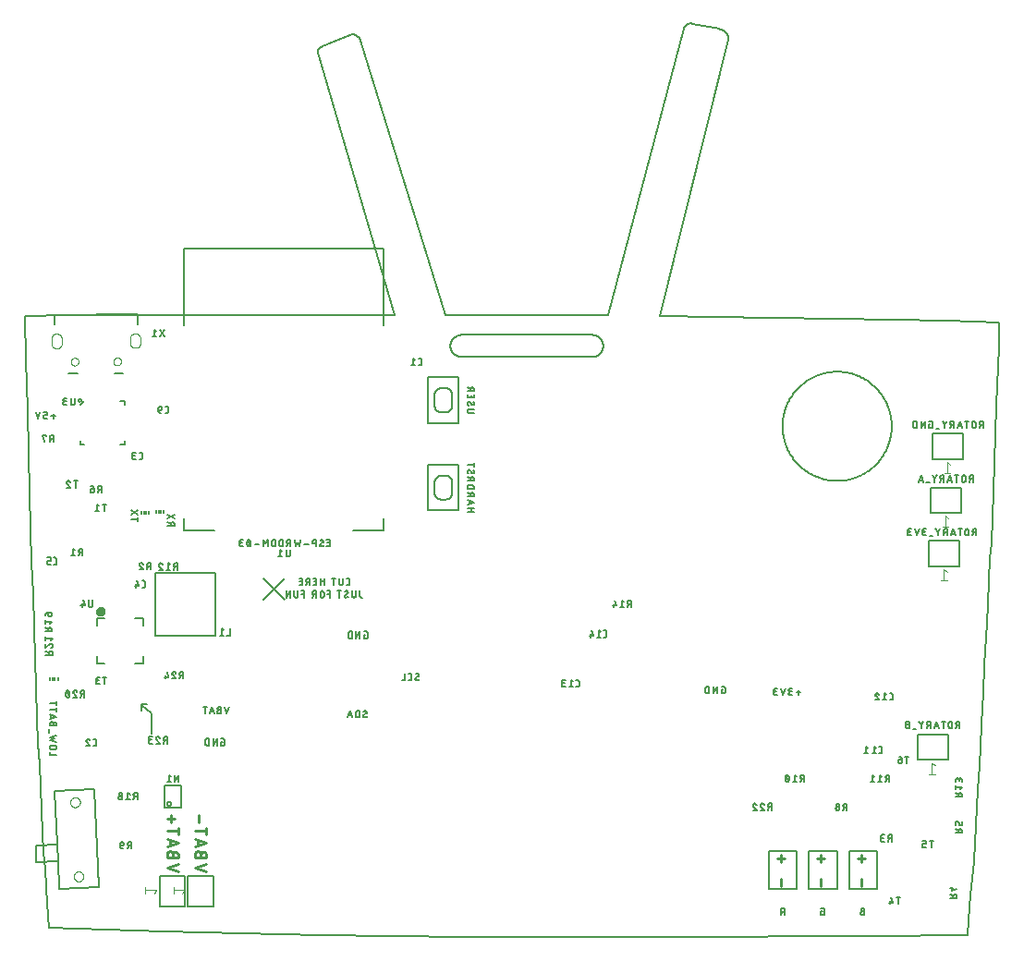
<source format=gbo>
G75*
%MOIN*%
%OFA0B0*%
%FSLAX25Y25*%
%IPPOS*%
%LPD*%
%AMOC8*
5,1,8,0,0,1.08239X$1,22.5*
%
%ADD10C,0.00600*%
%ADD11C,0.00500*%
%ADD12C,0.00800*%
%ADD13C,0.00591*%
%ADD14C,0.00000*%
%ADD15C,0.01000*%
%ADD16C,0.00300*%
%ADD17R,0.00591X0.01181*%
%ADD18R,0.01181X0.01181*%
%ADD19C,0.01600*%
D10*
X0018536Y0053992D02*
X0059875Y0052417D01*
X0116174Y0051236D01*
X0168930Y0050449D01*
X0239009Y0050449D01*
X0315781Y0050843D01*
X0349639Y0051236D01*
X0350033Y0056354D01*
X0350426Y0061079D01*
X0350820Y0065409D01*
X0352001Y0078008D01*
X0352788Y0091000D01*
X0353576Y0103598D01*
X0353970Y0112654D01*
X0354363Y0118953D01*
X0354757Y0127220D01*
X0355151Y0132732D01*
X0355544Y0138638D01*
X0355938Y0148480D01*
X0356725Y0163835D01*
X0357119Y0170528D01*
X0357907Y0187063D01*
X0358300Y0192575D01*
X0358694Y0202024D01*
X0359088Y0211079D01*
X0359481Y0221709D01*
X0360269Y0242181D01*
X0361056Y0263441D01*
X0361056Y0272102D01*
X0342552Y0272890D01*
X0302395Y0273677D01*
X0279212Y0273741D01*
X0238661Y0274528D01*
X0171751Y0248099D02*
X0171751Y0247432D01*
X0169351Y0247432D01*
X0170417Y0247432D02*
X0170417Y0248099D01*
X0170417Y0248232D02*
X0169351Y0248765D01*
X0170417Y0248099D02*
X0170419Y0248149D01*
X0170424Y0248198D01*
X0170434Y0248247D01*
X0170447Y0248296D01*
X0170463Y0248343D01*
X0170483Y0248388D01*
X0170506Y0248433D01*
X0170533Y0248475D01*
X0170563Y0248515D01*
X0170595Y0248553D01*
X0170630Y0248588D01*
X0170668Y0248620D01*
X0170708Y0248650D01*
X0170751Y0248677D01*
X0170795Y0248700D01*
X0170840Y0248720D01*
X0170887Y0248736D01*
X0170936Y0248749D01*
X0170985Y0248759D01*
X0171034Y0248764D01*
X0171084Y0248766D01*
X0171134Y0248764D01*
X0171183Y0248759D01*
X0171232Y0248749D01*
X0171281Y0248736D01*
X0171328Y0248720D01*
X0171373Y0248700D01*
X0171418Y0248677D01*
X0171460Y0248650D01*
X0171500Y0248620D01*
X0171538Y0248588D01*
X0171573Y0248553D01*
X0171605Y0248515D01*
X0171635Y0248475D01*
X0171662Y0248433D01*
X0171685Y0248388D01*
X0171705Y0248343D01*
X0171721Y0248296D01*
X0171734Y0248247D01*
X0171744Y0248198D01*
X0171749Y0248149D01*
X0171751Y0248099D01*
X0171751Y0246137D02*
X0171751Y0245071D01*
X0169351Y0245071D01*
X0169351Y0246137D01*
X0170684Y0245871D02*
X0170684Y0245071D01*
X0170351Y0243428D02*
X0170751Y0242695D01*
X0171751Y0242962D02*
X0171749Y0243020D01*
X0171744Y0243079D01*
X0171736Y0243137D01*
X0171724Y0243194D01*
X0171709Y0243250D01*
X0171690Y0243306D01*
X0171668Y0243360D01*
X0171643Y0243413D01*
X0171616Y0243465D01*
X0171585Y0243514D01*
X0171551Y0243562D01*
X0170750Y0242695D02*
X0170773Y0242658D01*
X0170800Y0242624D01*
X0170829Y0242592D01*
X0170860Y0242562D01*
X0170894Y0242535D01*
X0170930Y0242511D01*
X0170967Y0242489D01*
X0171006Y0242471D01*
X0171047Y0242455D01*
X0171088Y0242443D01*
X0171131Y0242435D01*
X0171174Y0242430D01*
X0171217Y0242428D01*
X0171217Y0242429D02*
X0171261Y0242431D01*
X0171305Y0242436D01*
X0171348Y0242445D01*
X0171390Y0242458D01*
X0171431Y0242474D01*
X0171471Y0242493D01*
X0171509Y0242516D01*
X0171544Y0242541D01*
X0171578Y0242570D01*
X0171609Y0242601D01*
X0171638Y0242635D01*
X0171663Y0242670D01*
X0171686Y0242708D01*
X0171705Y0242748D01*
X0171721Y0242789D01*
X0171734Y0242831D01*
X0171743Y0242874D01*
X0171748Y0242918D01*
X0171750Y0242962D01*
X0169683Y0242361D02*
X0169640Y0242407D01*
X0169598Y0242455D01*
X0169560Y0242506D01*
X0169525Y0242559D01*
X0169492Y0242613D01*
X0169463Y0242670D01*
X0169437Y0242728D01*
X0169414Y0242787D01*
X0169395Y0242847D01*
X0169379Y0242909D01*
X0169366Y0242971D01*
X0169357Y0243034D01*
X0169352Y0243097D01*
X0169350Y0243161D01*
X0169351Y0243162D02*
X0169353Y0243206D01*
X0169358Y0243250D01*
X0169367Y0243293D01*
X0169380Y0243335D01*
X0169396Y0243376D01*
X0169415Y0243416D01*
X0169438Y0243454D01*
X0169463Y0243489D01*
X0169492Y0243523D01*
X0169523Y0243554D01*
X0169557Y0243583D01*
X0169592Y0243608D01*
X0169630Y0243631D01*
X0169670Y0243650D01*
X0169711Y0243666D01*
X0169753Y0243679D01*
X0169796Y0243688D01*
X0169840Y0243693D01*
X0169884Y0243695D01*
X0169927Y0243693D01*
X0169970Y0243688D01*
X0170013Y0243680D01*
X0170054Y0243668D01*
X0170095Y0243652D01*
X0170134Y0243634D01*
X0170171Y0243612D01*
X0170207Y0243588D01*
X0170241Y0243561D01*
X0170272Y0243531D01*
X0170301Y0243499D01*
X0170328Y0243465D01*
X0170351Y0243428D01*
X0170017Y0240995D02*
X0171751Y0240995D01*
X0171751Y0239662D02*
X0170017Y0239662D01*
X0170017Y0239661D02*
X0169967Y0239663D01*
X0169918Y0239668D01*
X0169869Y0239678D01*
X0169820Y0239691D01*
X0169773Y0239707D01*
X0169728Y0239727D01*
X0169684Y0239750D01*
X0169641Y0239777D01*
X0169601Y0239807D01*
X0169563Y0239839D01*
X0169528Y0239874D01*
X0169496Y0239912D01*
X0169466Y0239952D01*
X0169439Y0239995D01*
X0169416Y0240039D01*
X0169396Y0240084D01*
X0169380Y0240131D01*
X0169367Y0240180D01*
X0169357Y0240229D01*
X0169352Y0240278D01*
X0169350Y0240328D01*
X0169352Y0240378D01*
X0169357Y0240427D01*
X0169367Y0240476D01*
X0169380Y0240525D01*
X0169396Y0240572D01*
X0169416Y0240617D01*
X0169439Y0240662D01*
X0169466Y0240704D01*
X0169496Y0240744D01*
X0169528Y0240782D01*
X0169563Y0240817D01*
X0169601Y0240849D01*
X0169641Y0240879D01*
X0169684Y0240906D01*
X0169728Y0240929D01*
X0169773Y0240949D01*
X0169820Y0240965D01*
X0169869Y0240978D01*
X0169918Y0240988D01*
X0169967Y0240993D01*
X0170017Y0240995D01*
X0171751Y0221529D02*
X0171751Y0220196D01*
X0171751Y0220862D02*
X0169351Y0220862D01*
X0170351Y0218832D02*
X0170751Y0218099D01*
X0171751Y0218366D02*
X0171749Y0218424D01*
X0171744Y0218483D01*
X0171736Y0218541D01*
X0171724Y0218598D01*
X0171709Y0218654D01*
X0171690Y0218710D01*
X0171668Y0218764D01*
X0171643Y0218817D01*
X0171616Y0218869D01*
X0171585Y0218918D01*
X0171551Y0218966D01*
X0170750Y0218099D02*
X0170773Y0218062D01*
X0170800Y0218028D01*
X0170829Y0217996D01*
X0170860Y0217966D01*
X0170894Y0217939D01*
X0170930Y0217915D01*
X0170967Y0217893D01*
X0171006Y0217875D01*
X0171047Y0217859D01*
X0171088Y0217847D01*
X0171131Y0217839D01*
X0171174Y0217834D01*
X0171217Y0217832D01*
X0171217Y0217833D02*
X0171261Y0217835D01*
X0171305Y0217840D01*
X0171348Y0217849D01*
X0171390Y0217862D01*
X0171431Y0217878D01*
X0171471Y0217897D01*
X0171509Y0217920D01*
X0171544Y0217945D01*
X0171578Y0217974D01*
X0171609Y0218005D01*
X0171638Y0218039D01*
X0171663Y0218074D01*
X0171686Y0218112D01*
X0171705Y0218152D01*
X0171721Y0218193D01*
X0171734Y0218235D01*
X0171743Y0218278D01*
X0171748Y0218322D01*
X0171750Y0218366D01*
X0169683Y0217766D02*
X0169640Y0217812D01*
X0169598Y0217860D01*
X0169560Y0217911D01*
X0169525Y0217964D01*
X0169492Y0218018D01*
X0169463Y0218075D01*
X0169437Y0218133D01*
X0169414Y0218192D01*
X0169395Y0218252D01*
X0169379Y0218314D01*
X0169366Y0218376D01*
X0169357Y0218439D01*
X0169352Y0218502D01*
X0169350Y0218566D01*
X0169351Y0218566D02*
X0169353Y0218610D01*
X0169358Y0218654D01*
X0169367Y0218697D01*
X0169380Y0218739D01*
X0169396Y0218780D01*
X0169415Y0218820D01*
X0169438Y0218858D01*
X0169463Y0218893D01*
X0169492Y0218927D01*
X0169523Y0218958D01*
X0169557Y0218987D01*
X0169592Y0219012D01*
X0169630Y0219035D01*
X0169670Y0219054D01*
X0169711Y0219070D01*
X0169753Y0219083D01*
X0169796Y0219092D01*
X0169840Y0219097D01*
X0169884Y0219099D01*
X0169927Y0219097D01*
X0169970Y0219092D01*
X0170013Y0219084D01*
X0170054Y0219072D01*
X0170095Y0219056D01*
X0170134Y0219038D01*
X0170171Y0219016D01*
X0170207Y0218992D01*
X0170241Y0218965D01*
X0170272Y0218935D01*
X0170301Y0218903D01*
X0170328Y0218869D01*
X0170351Y0218832D01*
X0169351Y0216519D02*
X0170417Y0215986D01*
X0170417Y0215853D02*
X0170417Y0215186D01*
X0170417Y0215853D02*
X0170419Y0215903D01*
X0170424Y0215952D01*
X0170434Y0216001D01*
X0170447Y0216050D01*
X0170463Y0216097D01*
X0170483Y0216142D01*
X0170506Y0216187D01*
X0170533Y0216229D01*
X0170563Y0216269D01*
X0170595Y0216307D01*
X0170630Y0216342D01*
X0170668Y0216374D01*
X0170708Y0216404D01*
X0170751Y0216431D01*
X0170795Y0216454D01*
X0170840Y0216474D01*
X0170887Y0216490D01*
X0170936Y0216503D01*
X0170985Y0216513D01*
X0171034Y0216518D01*
X0171084Y0216520D01*
X0171134Y0216518D01*
X0171183Y0216513D01*
X0171232Y0216503D01*
X0171281Y0216490D01*
X0171328Y0216474D01*
X0171373Y0216454D01*
X0171418Y0216431D01*
X0171460Y0216404D01*
X0171500Y0216374D01*
X0171538Y0216342D01*
X0171573Y0216307D01*
X0171605Y0216269D01*
X0171635Y0216229D01*
X0171662Y0216187D01*
X0171685Y0216142D01*
X0171705Y0216097D01*
X0171721Y0216050D01*
X0171734Y0216001D01*
X0171744Y0215952D01*
X0171749Y0215903D01*
X0171751Y0215853D01*
X0171751Y0215186D01*
X0169351Y0215186D01*
X0170017Y0213609D02*
X0171084Y0213609D01*
X0171134Y0213607D01*
X0171183Y0213602D01*
X0171232Y0213592D01*
X0171281Y0213579D01*
X0171328Y0213563D01*
X0171373Y0213543D01*
X0171418Y0213520D01*
X0171460Y0213493D01*
X0171500Y0213463D01*
X0171538Y0213431D01*
X0171573Y0213396D01*
X0171605Y0213358D01*
X0171635Y0213318D01*
X0171662Y0213276D01*
X0171685Y0213231D01*
X0171705Y0213186D01*
X0171721Y0213139D01*
X0171734Y0213090D01*
X0171744Y0213041D01*
X0171749Y0212992D01*
X0171751Y0212942D01*
X0171751Y0212276D01*
X0169351Y0212276D01*
X0169351Y0212942D01*
X0169350Y0212942D02*
X0169352Y0212992D01*
X0169357Y0213041D01*
X0169367Y0213090D01*
X0169380Y0213139D01*
X0169396Y0213186D01*
X0169416Y0213231D01*
X0169439Y0213276D01*
X0169466Y0213318D01*
X0169496Y0213358D01*
X0169528Y0213396D01*
X0169563Y0213431D01*
X0169601Y0213463D01*
X0169641Y0213493D01*
X0169684Y0213520D01*
X0169728Y0213543D01*
X0169773Y0213563D01*
X0169820Y0213579D01*
X0169869Y0213592D01*
X0169918Y0213602D01*
X0169967Y0213607D01*
X0170017Y0213609D01*
X0169351Y0210849D02*
X0170417Y0210316D01*
X0170417Y0210183D02*
X0170417Y0209516D01*
X0170417Y0210183D02*
X0170419Y0210233D01*
X0170424Y0210282D01*
X0170434Y0210331D01*
X0170447Y0210380D01*
X0170463Y0210427D01*
X0170483Y0210472D01*
X0170506Y0210517D01*
X0170533Y0210559D01*
X0170563Y0210599D01*
X0170595Y0210637D01*
X0170630Y0210672D01*
X0170668Y0210704D01*
X0170708Y0210734D01*
X0170751Y0210761D01*
X0170795Y0210784D01*
X0170840Y0210804D01*
X0170887Y0210820D01*
X0170936Y0210833D01*
X0170985Y0210843D01*
X0171034Y0210848D01*
X0171084Y0210850D01*
X0171134Y0210848D01*
X0171183Y0210843D01*
X0171232Y0210833D01*
X0171281Y0210820D01*
X0171328Y0210804D01*
X0171373Y0210784D01*
X0171418Y0210761D01*
X0171460Y0210734D01*
X0171500Y0210704D01*
X0171538Y0210672D01*
X0171573Y0210637D01*
X0171605Y0210599D01*
X0171635Y0210559D01*
X0171662Y0210517D01*
X0171685Y0210472D01*
X0171705Y0210427D01*
X0171721Y0210380D01*
X0171734Y0210331D01*
X0171744Y0210282D01*
X0171749Y0210233D01*
X0171751Y0210183D01*
X0171751Y0209516D01*
X0169351Y0209516D01*
X0169351Y0208162D02*
X0171751Y0207362D01*
X0169351Y0206562D01*
X0169951Y0206762D02*
X0169951Y0207962D01*
X0169351Y0205239D02*
X0171751Y0205239D01*
X0170684Y0205239D02*
X0170684Y0203906D01*
X0171751Y0203906D02*
X0169351Y0203906D01*
X0131106Y0173050D02*
X0131062Y0173052D01*
X0131018Y0173057D01*
X0130975Y0173066D01*
X0130933Y0173079D01*
X0130892Y0173095D01*
X0130852Y0173114D01*
X0130814Y0173137D01*
X0130779Y0173162D01*
X0130745Y0173191D01*
X0130714Y0173222D01*
X0130685Y0173256D01*
X0130660Y0173291D01*
X0130637Y0173329D01*
X0130618Y0173369D01*
X0130602Y0173410D01*
X0130589Y0173452D01*
X0130580Y0173495D01*
X0130575Y0173539D01*
X0130573Y0173583D01*
X0130573Y0175450D01*
X0129045Y0175450D02*
X0129045Y0173717D01*
X0129046Y0173717D02*
X0129044Y0173667D01*
X0129039Y0173618D01*
X0129029Y0173569D01*
X0129016Y0173520D01*
X0129000Y0173473D01*
X0128980Y0173428D01*
X0128957Y0173384D01*
X0128930Y0173341D01*
X0128900Y0173301D01*
X0128868Y0173263D01*
X0128833Y0173228D01*
X0128795Y0173196D01*
X0128755Y0173166D01*
X0128713Y0173139D01*
X0128668Y0173116D01*
X0128623Y0173096D01*
X0128576Y0173080D01*
X0128527Y0173067D01*
X0128478Y0173057D01*
X0128429Y0173052D01*
X0128379Y0173050D01*
X0128329Y0173052D01*
X0128280Y0173057D01*
X0128231Y0173067D01*
X0128182Y0173080D01*
X0128135Y0173096D01*
X0128090Y0173116D01*
X0128046Y0173139D01*
X0128003Y0173166D01*
X0127963Y0173196D01*
X0127925Y0173228D01*
X0127890Y0173263D01*
X0127858Y0173301D01*
X0127828Y0173341D01*
X0127801Y0173384D01*
X0127778Y0173428D01*
X0127758Y0173473D01*
X0127742Y0173520D01*
X0127729Y0173569D01*
X0127719Y0173618D01*
X0127714Y0173667D01*
X0127712Y0173717D01*
X0127712Y0175450D01*
X0126012Y0174450D02*
X0125279Y0174050D01*
X0125545Y0173050D02*
X0125609Y0173052D01*
X0125672Y0173057D01*
X0125735Y0173066D01*
X0125797Y0173079D01*
X0125859Y0173095D01*
X0125919Y0173114D01*
X0125978Y0173137D01*
X0126036Y0173163D01*
X0126093Y0173192D01*
X0126147Y0173225D01*
X0126200Y0173260D01*
X0126251Y0173298D01*
X0126299Y0173340D01*
X0126345Y0173383D01*
X0125279Y0174050D02*
X0125242Y0174027D01*
X0125208Y0174000D01*
X0125176Y0173971D01*
X0125146Y0173940D01*
X0125119Y0173906D01*
X0125095Y0173870D01*
X0125073Y0173833D01*
X0125055Y0173794D01*
X0125039Y0173753D01*
X0125027Y0173712D01*
X0125019Y0173669D01*
X0125014Y0173626D01*
X0125012Y0173583D01*
X0125014Y0173539D01*
X0125019Y0173495D01*
X0125028Y0173452D01*
X0125041Y0173410D01*
X0125057Y0173369D01*
X0125076Y0173329D01*
X0125099Y0173291D01*
X0125124Y0173256D01*
X0125153Y0173222D01*
X0125184Y0173191D01*
X0125218Y0173162D01*
X0125253Y0173137D01*
X0125291Y0173114D01*
X0125331Y0173095D01*
X0125372Y0173079D01*
X0125414Y0173066D01*
X0125457Y0173057D01*
X0125501Y0173052D01*
X0125545Y0173050D01*
X0125145Y0175250D02*
X0125193Y0175284D01*
X0125242Y0175315D01*
X0125294Y0175342D01*
X0125347Y0175367D01*
X0125401Y0175389D01*
X0125457Y0175408D01*
X0125513Y0175423D01*
X0125570Y0175435D01*
X0125628Y0175443D01*
X0125687Y0175448D01*
X0125745Y0175450D01*
X0125789Y0175448D01*
X0125833Y0175443D01*
X0125876Y0175434D01*
X0125918Y0175421D01*
X0125959Y0175405D01*
X0125999Y0175386D01*
X0126037Y0175363D01*
X0126072Y0175338D01*
X0126106Y0175309D01*
X0126137Y0175278D01*
X0126166Y0175244D01*
X0126191Y0175209D01*
X0126214Y0175171D01*
X0126233Y0175131D01*
X0126249Y0175090D01*
X0126262Y0175048D01*
X0126271Y0175005D01*
X0126276Y0174961D01*
X0126278Y0174917D01*
X0126279Y0174917D02*
X0126277Y0174874D01*
X0126272Y0174831D01*
X0126264Y0174788D01*
X0126252Y0174747D01*
X0126236Y0174706D01*
X0126218Y0174667D01*
X0126196Y0174630D01*
X0126172Y0174594D01*
X0126145Y0174560D01*
X0126115Y0174529D01*
X0126083Y0174500D01*
X0126049Y0174473D01*
X0126012Y0174450D01*
X0123915Y0175450D02*
X0122582Y0175450D01*
X0123249Y0175450D02*
X0123249Y0173050D01*
X0119856Y0173050D02*
X0119856Y0175450D01*
X0118789Y0175450D01*
X0118789Y0174383D02*
X0119856Y0174383D01*
X0117615Y0174783D02*
X0117615Y0173717D01*
X0117616Y0173717D02*
X0117614Y0173667D01*
X0117609Y0173618D01*
X0117599Y0173569D01*
X0117586Y0173520D01*
X0117570Y0173473D01*
X0117550Y0173428D01*
X0117527Y0173384D01*
X0117500Y0173341D01*
X0117470Y0173301D01*
X0117438Y0173263D01*
X0117403Y0173228D01*
X0117365Y0173196D01*
X0117325Y0173166D01*
X0117283Y0173139D01*
X0117238Y0173116D01*
X0117193Y0173096D01*
X0117146Y0173080D01*
X0117097Y0173067D01*
X0117048Y0173057D01*
X0116999Y0173052D01*
X0116949Y0173050D01*
X0116899Y0173052D01*
X0116850Y0173057D01*
X0116801Y0173067D01*
X0116752Y0173080D01*
X0116705Y0173096D01*
X0116660Y0173116D01*
X0116616Y0173139D01*
X0116573Y0173166D01*
X0116533Y0173196D01*
X0116495Y0173228D01*
X0116460Y0173263D01*
X0116428Y0173301D01*
X0116398Y0173341D01*
X0116371Y0173384D01*
X0116348Y0173428D01*
X0116328Y0173473D01*
X0116312Y0173520D01*
X0116299Y0173569D01*
X0116289Y0173618D01*
X0116284Y0173667D01*
X0116282Y0173717D01*
X0116282Y0174783D01*
X0116284Y0174833D01*
X0116289Y0174882D01*
X0116299Y0174931D01*
X0116312Y0174980D01*
X0116328Y0175027D01*
X0116348Y0175072D01*
X0116371Y0175117D01*
X0116398Y0175159D01*
X0116428Y0175199D01*
X0116460Y0175237D01*
X0116495Y0175272D01*
X0116533Y0175304D01*
X0116573Y0175334D01*
X0116616Y0175361D01*
X0116660Y0175384D01*
X0116705Y0175404D01*
X0116752Y0175420D01*
X0116801Y0175433D01*
X0116850Y0175443D01*
X0116899Y0175448D01*
X0116949Y0175450D01*
X0116999Y0175448D01*
X0117048Y0175443D01*
X0117097Y0175433D01*
X0117146Y0175420D01*
X0117193Y0175404D01*
X0117238Y0175384D01*
X0117283Y0175361D01*
X0117325Y0175334D01*
X0117365Y0175304D01*
X0117403Y0175272D01*
X0117438Y0175237D01*
X0117470Y0175199D01*
X0117500Y0175159D01*
X0117527Y0175117D01*
X0117550Y0175072D01*
X0117570Y0175027D01*
X0117586Y0174980D01*
X0117599Y0174931D01*
X0117609Y0174882D01*
X0117614Y0174833D01*
X0117616Y0174783D01*
X0117743Y0177550D02*
X0117743Y0179950D01*
X0117743Y0178883D02*
X0116410Y0178883D01*
X0116410Y0179950D02*
X0116410Y0177550D01*
X0114854Y0177550D02*
X0114854Y0179950D01*
X0113788Y0179950D01*
X0114054Y0178883D02*
X0114854Y0178883D01*
X0114854Y0177550D02*
X0113788Y0177550D01*
X0112493Y0177550D02*
X0112493Y0179950D01*
X0111826Y0179950D01*
X0111776Y0179948D01*
X0111727Y0179943D01*
X0111678Y0179933D01*
X0111629Y0179920D01*
X0111582Y0179904D01*
X0111537Y0179884D01*
X0111493Y0179861D01*
X0111450Y0179834D01*
X0111410Y0179804D01*
X0111372Y0179772D01*
X0111337Y0179737D01*
X0111305Y0179699D01*
X0111275Y0179659D01*
X0111248Y0179617D01*
X0111225Y0179572D01*
X0111205Y0179527D01*
X0111189Y0179480D01*
X0111176Y0179431D01*
X0111166Y0179382D01*
X0111161Y0179333D01*
X0111159Y0179283D01*
X0111161Y0179233D01*
X0111166Y0179184D01*
X0111176Y0179135D01*
X0111189Y0179086D01*
X0111205Y0179039D01*
X0111225Y0178994D01*
X0111248Y0178950D01*
X0111275Y0178907D01*
X0111305Y0178867D01*
X0111337Y0178829D01*
X0111372Y0178794D01*
X0111410Y0178762D01*
X0111450Y0178732D01*
X0111493Y0178705D01*
X0111537Y0178682D01*
X0111582Y0178662D01*
X0111629Y0178646D01*
X0111678Y0178633D01*
X0111727Y0178623D01*
X0111776Y0178618D01*
X0111826Y0178616D01*
X0111826Y0178617D02*
X0112493Y0178617D01*
X0111693Y0178617D02*
X0111160Y0177550D01*
X0109724Y0177550D02*
X0109724Y0179950D01*
X0108658Y0179950D01*
X0108924Y0178883D02*
X0109724Y0178883D01*
X0109724Y0177550D02*
X0108658Y0177550D01*
X0108255Y0175450D02*
X0108255Y0173717D01*
X0108256Y0173717D02*
X0108254Y0173667D01*
X0108249Y0173618D01*
X0108239Y0173569D01*
X0108226Y0173520D01*
X0108210Y0173473D01*
X0108190Y0173428D01*
X0108167Y0173384D01*
X0108140Y0173341D01*
X0108110Y0173301D01*
X0108078Y0173263D01*
X0108043Y0173228D01*
X0108005Y0173196D01*
X0107965Y0173166D01*
X0107923Y0173139D01*
X0107878Y0173116D01*
X0107833Y0173096D01*
X0107786Y0173080D01*
X0107737Y0173067D01*
X0107688Y0173057D01*
X0107639Y0173052D01*
X0107589Y0173050D01*
X0107539Y0173052D01*
X0107490Y0173057D01*
X0107441Y0173067D01*
X0107392Y0173080D01*
X0107345Y0173096D01*
X0107300Y0173116D01*
X0107256Y0173139D01*
X0107213Y0173166D01*
X0107173Y0173196D01*
X0107135Y0173228D01*
X0107100Y0173263D01*
X0107068Y0173301D01*
X0107038Y0173341D01*
X0107011Y0173384D01*
X0106988Y0173428D01*
X0106968Y0173473D01*
X0106952Y0173520D01*
X0106939Y0173569D01*
X0106929Y0173618D01*
X0106924Y0173667D01*
X0106922Y0173717D01*
X0106922Y0175450D01*
X0105375Y0175450D02*
X0104042Y0173050D01*
X0104042Y0175450D01*
X0105375Y0175450D02*
X0105375Y0173050D01*
X0109519Y0174383D02*
X0110586Y0174383D01*
X0110586Y0175450D02*
X0110586Y0173050D01*
X0110586Y0175450D02*
X0109519Y0175450D01*
X0114128Y0175450D02*
X0114795Y0175450D01*
X0114795Y0173050D01*
X0114795Y0174117D02*
X0114128Y0174117D01*
X0113995Y0174117D02*
X0113462Y0173050D01*
X0114128Y0174116D02*
X0114078Y0174118D01*
X0114029Y0174123D01*
X0113980Y0174133D01*
X0113931Y0174146D01*
X0113884Y0174162D01*
X0113839Y0174182D01*
X0113795Y0174205D01*
X0113752Y0174232D01*
X0113712Y0174262D01*
X0113674Y0174294D01*
X0113639Y0174329D01*
X0113607Y0174367D01*
X0113577Y0174407D01*
X0113550Y0174450D01*
X0113527Y0174494D01*
X0113507Y0174539D01*
X0113491Y0174586D01*
X0113478Y0174635D01*
X0113468Y0174684D01*
X0113463Y0174733D01*
X0113461Y0174783D01*
X0113463Y0174833D01*
X0113468Y0174882D01*
X0113478Y0174931D01*
X0113491Y0174980D01*
X0113507Y0175027D01*
X0113527Y0175072D01*
X0113550Y0175117D01*
X0113577Y0175159D01*
X0113607Y0175199D01*
X0113639Y0175237D01*
X0113674Y0175272D01*
X0113712Y0175304D01*
X0113752Y0175334D01*
X0113795Y0175361D01*
X0113839Y0175384D01*
X0113884Y0175404D01*
X0113931Y0175420D01*
X0113980Y0175433D01*
X0114029Y0175443D01*
X0114078Y0175448D01*
X0114128Y0175450D01*
X0121127Y0177550D02*
X0121127Y0179950D01*
X0121793Y0179950D02*
X0120460Y0179950D01*
X0123070Y0179950D02*
X0123070Y0178217D01*
X0123072Y0178167D01*
X0123077Y0178118D01*
X0123087Y0178069D01*
X0123100Y0178020D01*
X0123116Y0177973D01*
X0123136Y0177928D01*
X0123159Y0177884D01*
X0123186Y0177841D01*
X0123216Y0177801D01*
X0123248Y0177763D01*
X0123283Y0177728D01*
X0123321Y0177696D01*
X0123361Y0177666D01*
X0123404Y0177639D01*
X0123448Y0177616D01*
X0123493Y0177596D01*
X0123540Y0177580D01*
X0123589Y0177567D01*
X0123638Y0177557D01*
X0123687Y0177552D01*
X0123737Y0177550D01*
X0123787Y0177552D01*
X0123836Y0177557D01*
X0123885Y0177567D01*
X0123934Y0177580D01*
X0123981Y0177596D01*
X0124026Y0177616D01*
X0124071Y0177639D01*
X0124113Y0177666D01*
X0124153Y0177696D01*
X0124191Y0177728D01*
X0124226Y0177763D01*
X0124258Y0177801D01*
X0124288Y0177841D01*
X0124315Y0177884D01*
X0124338Y0177928D01*
X0124358Y0177973D01*
X0124374Y0178020D01*
X0124387Y0178069D01*
X0124397Y0178118D01*
X0124402Y0178167D01*
X0124404Y0178217D01*
X0124403Y0178217D02*
X0124403Y0179950D01*
X0125691Y0179950D02*
X0126224Y0179950D01*
X0126268Y0179948D01*
X0126312Y0179943D01*
X0126355Y0179934D01*
X0126397Y0179921D01*
X0126438Y0179905D01*
X0126478Y0179886D01*
X0126516Y0179863D01*
X0126551Y0179838D01*
X0126585Y0179809D01*
X0126616Y0179778D01*
X0126645Y0179744D01*
X0126670Y0179709D01*
X0126693Y0179671D01*
X0126712Y0179631D01*
X0126728Y0179590D01*
X0126741Y0179548D01*
X0126750Y0179505D01*
X0126755Y0179461D01*
X0126757Y0179417D01*
X0126757Y0178083D01*
X0126755Y0178039D01*
X0126750Y0177995D01*
X0126741Y0177952D01*
X0126728Y0177910D01*
X0126712Y0177869D01*
X0126693Y0177829D01*
X0126670Y0177791D01*
X0126645Y0177756D01*
X0126616Y0177722D01*
X0126585Y0177691D01*
X0126551Y0177662D01*
X0126516Y0177637D01*
X0126478Y0177614D01*
X0126438Y0177595D01*
X0126397Y0177579D01*
X0126355Y0177566D01*
X0126312Y0177557D01*
X0126268Y0177552D01*
X0126224Y0177550D01*
X0125691Y0177550D01*
X0131106Y0173050D02*
X0131373Y0173050D01*
X0132095Y0160761D02*
X0132895Y0160761D01*
X0132895Y0160760D02*
X0132939Y0160758D01*
X0132983Y0160753D01*
X0133026Y0160744D01*
X0133068Y0160731D01*
X0133109Y0160715D01*
X0133149Y0160696D01*
X0133187Y0160673D01*
X0133222Y0160648D01*
X0133256Y0160619D01*
X0133287Y0160588D01*
X0133316Y0160554D01*
X0133341Y0160519D01*
X0133364Y0160481D01*
X0133383Y0160441D01*
X0133399Y0160400D01*
X0133412Y0160358D01*
X0133421Y0160315D01*
X0133426Y0160271D01*
X0133428Y0160227D01*
X0133428Y0158894D01*
X0133426Y0158850D01*
X0133421Y0158806D01*
X0133412Y0158763D01*
X0133399Y0158721D01*
X0133383Y0158680D01*
X0133364Y0158640D01*
X0133341Y0158602D01*
X0133316Y0158567D01*
X0133287Y0158533D01*
X0133256Y0158502D01*
X0133222Y0158473D01*
X0133187Y0158448D01*
X0133149Y0158425D01*
X0133109Y0158406D01*
X0133068Y0158390D01*
X0133026Y0158377D01*
X0132983Y0158368D01*
X0132939Y0158363D01*
X0132895Y0158361D01*
X0132095Y0158361D01*
X0132095Y0159694D01*
X0132495Y0159694D01*
X0130548Y0160761D02*
X0129215Y0158361D01*
X0129215Y0160761D01*
X0130548Y0160761D02*
X0130548Y0158361D01*
X0127668Y0158361D02*
X0127001Y0158361D01*
X0127001Y0158360D02*
X0126951Y0158362D01*
X0126902Y0158367D01*
X0126853Y0158377D01*
X0126804Y0158390D01*
X0126757Y0158406D01*
X0126712Y0158426D01*
X0126668Y0158449D01*
X0126625Y0158476D01*
X0126585Y0158506D01*
X0126547Y0158538D01*
X0126512Y0158573D01*
X0126480Y0158611D01*
X0126450Y0158651D01*
X0126423Y0158693D01*
X0126400Y0158738D01*
X0126380Y0158783D01*
X0126364Y0158830D01*
X0126351Y0158879D01*
X0126341Y0158928D01*
X0126336Y0158977D01*
X0126334Y0159027D01*
X0126335Y0159027D02*
X0126335Y0160094D01*
X0126334Y0160094D02*
X0126336Y0160144D01*
X0126341Y0160193D01*
X0126351Y0160242D01*
X0126364Y0160291D01*
X0126380Y0160338D01*
X0126400Y0160383D01*
X0126423Y0160428D01*
X0126450Y0160470D01*
X0126480Y0160510D01*
X0126512Y0160548D01*
X0126547Y0160583D01*
X0126585Y0160615D01*
X0126625Y0160645D01*
X0126668Y0160672D01*
X0126712Y0160695D01*
X0126757Y0160715D01*
X0126804Y0160731D01*
X0126853Y0160744D01*
X0126902Y0160754D01*
X0126951Y0160759D01*
X0127001Y0160761D01*
X0127668Y0160761D01*
X0127668Y0158361D01*
X0146887Y0145600D02*
X0146887Y0143200D01*
X0145820Y0143200D01*
X0148183Y0143200D02*
X0148717Y0143200D01*
X0148761Y0143202D01*
X0148805Y0143207D01*
X0148848Y0143216D01*
X0148890Y0143229D01*
X0148931Y0143245D01*
X0148971Y0143264D01*
X0149009Y0143287D01*
X0149044Y0143312D01*
X0149078Y0143341D01*
X0149109Y0143372D01*
X0149138Y0143406D01*
X0149163Y0143441D01*
X0149186Y0143479D01*
X0149205Y0143519D01*
X0149221Y0143560D01*
X0149234Y0143602D01*
X0149243Y0143645D01*
X0149248Y0143689D01*
X0149250Y0143733D01*
X0149250Y0145067D01*
X0149248Y0145111D01*
X0149243Y0145155D01*
X0149234Y0145198D01*
X0149221Y0145240D01*
X0149205Y0145281D01*
X0149186Y0145321D01*
X0149163Y0145359D01*
X0149138Y0145394D01*
X0149109Y0145428D01*
X0149078Y0145459D01*
X0149044Y0145488D01*
X0149009Y0145513D01*
X0148971Y0145536D01*
X0148931Y0145555D01*
X0148890Y0145571D01*
X0148848Y0145584D01*
X0148805Y0145593D01*
X0148761Y0145598D01*
X0148717Y0145600D01*
X0148183Y0145600D01*
X0150780Y0144200D02*
X0151513Y0144600D01*
X0151246Y0145600D02*
X0151188Y0145598D01*
X0151129Y0145593D01*
X0151071Y0145585D01*
X0151014Y0145573D01*
X0150958Y0145558D01*
X0150902Y0145539D01*
X0150848Y0145517D01*
X0150795Y0145492D01*
X0150743Y0145465D01*
X0150694Y0145434D01*
X0150646Y0145400D01*
X0151513Y0144600D02*
X0151550Y0144623D01*
X0151584Y0144650D01*
X0151616Y0144679D01*
X0151646Y0144710D01*
X0151673Y0144744D01*
X0151697Y0144780D01*
X0151719Y0144817D01*
X0151737Y0144856D01*
X0151753Y0144897D01*
X0151765Y0144938D01*
X0151773Y0144981D01*
X0151778Y0145024D01*
X0151780Y0145067D01*
X0151779Y0145067D02*
X0151777Y0145111D01*
X0151772Y0145155D01*
X0151763Y0145198D01*
X0151750Y0145240D01*
X0151734Y0145281D01*
X0151715Y0145321D01*
X0151692Y0145359D01*
X0151667Y0145394D01*
X0151638Y0145428D01*
X0151607Y0145459D01*
X0151573Y0145488D01*
X0151538Y0145513D01*
X0151500Y0145536D01*
X0151460Y0145555D01*
X0151419Y0145571D01*
X0151377Y0145584D01*
X0151334Y0145593D01*
X0151290Y0145598D01*
X0151246Y0145600D01*
X0151846Y0143533D02*
X0151800Y0143490D01*
X0151752Y0143448D01*
X0151701Y0143410D01*
X0151648Y0143375D01*
X0151594Y0143342D01*
X0151537Y0143313D01*
X0151479Y0143287D01*
X0151420Y0143264D01*
X0151360Y0143245D01*
X0151298Y0143229D01*
X0151236Y0143216D01*
X0151173Y0143207D01*
X0151110Y0143202D01*
X0151046Y0143200D01*
X0151002Y0143202D01*
X0150958Y0143207D01*
X0150915Y0143216D01*
X0150873Y0143229D01*
X0150832Y0143245D01*
X0150792Y0143264D01*
X0150754Y0143287D01*
X0150719Y0143312D01*
X0150685Y0143341D01*
X0150654Y0143372D01*
X0150625Y0143406D01*
X0150600Y0143441D01*
X0150577Y0143479D01*
X0150558Y0143519D01*
X0150542Y0143560D01*
X0150529Y0143602D01*
X0150520Y0143645D01*
X0150515Y0143689D01*
X0150513Y0143733D01*
X0150515Y0143776D01*
X0150520Y0143819D01*
X0150528Y0143862D01*
X0150540Y0143903D01*
X0150556Y0143944D01*
X0150574Y0143983D01*
X0150596Y0144020D01*
X0150620Y0144056D01*
X0150647Y0144090D01*
X0150677Y0144121D01*
X0150709Y0144150D01*
X0150743Y0144177D01*
X0150780Y0144200D01*
X0133045Y0131667D02*
X0133043Y0131711D01*
X0133038Y0131755D01*
X0133029Y0131798D01*
X0133016Y0131840D01*
X0133000Y0131881D01*
X0132981Y0131921D01*
X0132958Y0131959D01*
X0132933Y0131994D01*
X0132904Y0132028D01*
X0132873Y0132059D01*
X0132839Y0132088D01*
X0132804Y0132113D01*
X0132766Y0132136D01*
X0132726Y0132155D01*
X0132685Y0132171D01*
X0132643Y0132184D01*
X0132600Y0132193D01*
X0132556Y0132198D01*
X0132512Y0132200D01*
X0133045Y0131667D02*
X0133043Y0131624D01*
X0133038Y0131581D01*
X0133030Y0131538D01*
X0133018Y0131497D01*
X0133002Y0131456D01*
X0132984Y0131417D01*
X0132962Y0131380D01*
X0132938Y0131344D01*
X0132911Y0131310D01*
X0132881Y0131279D01*
X0132849Y0131250D01*
X0132815Y0131223D01*
X0132778Y0131200D01*
X0132045Y0130800D01*
X0132312Y0129800D02*
X0132376Y0129802D01*
X0132439Y0129807D01*
X0132502Y0129816D01*
X0132564Y0129829D01*
X0132626Y0129845D01*
X0132686Y0129864D01*
X0132745Y0129887D01*
X0132803Y0129913D01*
X0132860Y0129942D01*
X0132914Y0129975D01*
X0132967Y0130010D01*
X0133018Y0130048D01*
X0133066Y0130090D01*
X0133112Y0130133D01*
X0132045Y0130800D02*
X0132008Y0130777D01*
X0131974Y0130750D01*
X0131942Y0130721D01*
X0131912Y0130690D01*
X0131885Y0130656D01*
X0131861Y0130620D01*
X0131839Y0130583D01*
X0131821Y0130544D01*
X0131805Y0130503D01*
X0131793Y0130462D01*
X0131785Y0130419D01*
X0131780Y0130376D01*
X0131778Y0130333D01*
X0131779Y0130333D02*
X0131781Y0130289D01*
X0131786Y0130245D01*
X0131795Y0130202D01*
X0131808Y0130160D01*
X0131824Y0130119D01*
X0131843Y0130079D01*
X0131866Y0130041D01*
X0131891Y0130006D01*
X0131920Y0129972D01*
X0131951Y0129941D01*
X0131985Y0129912D01*
X0132020Y0129887D01*
X0132058Y0129864D01*
X0132098Y0129845D01*
X0132139Y0129829D01*
X0132181Y0129816D01*
X0132224Y0129807D01*
X0132268Y0129802D01*
X0132312Y0129800D01*
X0131912Y0132000D02*
X0131960Y0132034D01*
X0132009Y0132065D01*
X0132061Y0132092D01*
X0132114Y0132117D01*
X0132168Y0132139D01*
X0132224Y0132158D01*
X0132280Y0132173D01*
X0132337Y0132185D01*
X0132395Y0132193D01*
X0132454Y0132198D01*
X0132512Y0132200D01*
X0130412Y0132200D02*
X0130412Y0129800D01*
X0129745Y0129800D01*
X0129695Y0129802D01*
X0129646Y0129807D01*
X0129597Y0129817D01*
X0129548Y0129830D01*
X0129501Y0129846D01*
X0129456Y0129866D01*
X0129412Y0129889D01*
X0129369Y0129916D01*
X0129329Y0129946D01*
X0129291Y0129978D01*
X0129256Y0130013D01*
X0129224Y0130051D01*
X0129194Y0130091D01*
X0129167Y0130133D01*
X0129144Y0130178D01*
X0129124Y0130223D01*
X0129108Y0130270D01*
X0129095Y0130319D01*
X0129085Y0130368D01*
X0129080Y0130417D01*
X0129078Y0130467D01*
X0129078Y0131533D01*
X0129080Y0131583D01*
X0129085Y0131632D01*
X0129095Y0131681D01*
X0129108Y0131730D01*
X0129124Y0131777D01*
X0129144Y0131822D01*
X0129167Y0131867D01*
X0129194Y0131909D01*
X0129224Y0131949D01*
X0129256Y0131987D01*
X0129291Y0132022D01*
X0129329Y0132054D01*
X0129369Y0132084D01*
X0129412Y0132111D01*
X0129456Y0132134D01*
X0129501Y0132154D01*
X0129548Y0132170D01*
X0129597Y0132183D01*
X0129646Y0132193D01*
X0129695Y0132198D01*
X0129745Y0132200D01*
X0130412Y0132200D01*
X0127555Y0130400D02*
X0126355Y0130400D01*
X0126155Y0129800D02*
X0126955Y0132200D01*
X0127755Y0129800D01*
X0083370Y0133539D02*
X0082570Y0131139D01*
X0081770Y0133539D01*
X0080377Y0133539D02*
X0079710Y0133539D01*
X0079665Y0133537D01*
X0079620Y0133531D01*
X0079576Y0133522D01*
X0079532Y0133509D01*
X0079490Y0133492D01*
X0079450Y0133471D01*
X0079412Y0133448D01*
X0079375Y0133421D01*
X0079341Y0133391D01*
X0079310Y0133358D01*
X0079281Y0133323D01*
X0079256Y0133285D01*
X0079234Y0133246D01*
X0079215Y0133205D01*
X0079200Y0133162D01*
X0079189Y0133118D01*
X0079181Y0133074D01*
X0079177Y0133029D01*
X0079177Y0132983D01*
X0079181Y0132938D01*
X0079189Y0132894D01*
X0079200Y0132850D01*
X0079215Y0132807D01*
X0079234Y0132766D01*
X0079256Y0132727D01*
X0079281Y0132689D01*
X0079310Y0132654D01*
X0079341Y0132621D01*
X0079375Y0132591D01*
X0079412Y0132564D01*
X0079450Y0132541D01*
X0079490Y0132520D01*
X0079532Y0132503D01*
X0079576Y0132490D01*
X0079620Y0132481D01*
X0079665Y0132475D01*
X0079710Y0132473D01*
X0080377Y0132473D01*
X0079710Y0132473D02*
X0079660Y0132471D01*
X0079611Y0132466D01*
X0079562Y0132456D01*
X0079513Y0132443D01*
X0079466Y0132427D01*
X0079421Y0132407D01*
X0079377Y0132384D01*
X0079334Y0132357D01*
X0079294Y0132327D01*
X0079256Y0132295D01*
X0079221Y0132260D01*
X0079189Y0132222D01*
X0079159Y0132182D01*
X0079132Y0132140D01*
X0079109Y0132095D01*
X0079089Y0132050D01*
X0079073Y0132003D01*
X0079060Y0131954D01*
X0079050Y0131905D01*
X0079045Y0131856D01*
X0079043Y0131806D01*
X0079045Y0131756D01*
X0079050Y0131707D01*
X0079060Y0131658D01*
X0079073Y0131609D01*
X0079089Y0131562D01*
X0079109Y0131517D01*
X0079132Y0131473D01*
X0079159Y0131430D01*
X0079189Y0131390D01*
X0079221Y0131352D01*
X0079256Y0131317D01*
X0079294Y0131285D01*
X0079334Y0131255D01*
X0079377Y0131228D01*
X0079421Y0131205D01*
X0079466Y0131185D01*
X0079513Y0131169D01*
X0079562Y0131156D01*
X0079611Y0131146D01*
X0079660Y0131141D01*
X0079710Y0131139D01*
X0080377Y0131139D01*
X0080377Y0133539D01*
X0077770Y0131739D02*
X0076570Y0131739D01*
X0076370Y0131139D02*
X0077170Y0133539D01*
X0077970Y0131139D01*
X0074650Y0131139D02*
X0074650Y0133539D01*
X0075317Y0133539D02*
X0073983Y0133539D01*
X0075456Y0122096D02*
X0076122Y0122096D01*
X0076122Y0119696D01*
X0075456Y0119696D01*
X0075406Y0119698D01*
X0075357Y0119703D01*
X0075308Y0119713D01*
X0075259Y0119726D01*
X0075212Y0119742D01*
X0075167Y0119762D01*
X0075123Y0119785D01*
X0075080Y0119812D01*
X0075040Y0119842D01*
X0075002Y0119874D01*
X0074967Y0119909D01*
X0074935Y0119947D01*
X0074905Y0119987D01*
X0074878Y0120029D01*
X0074855Y0120074D01*
X0074835Y0120119D01*
X0074819Y0120166D01*
X0074806Y0120215D01*
X0074796Y0120264D01*
X0074791Y0120313D01*
X0074789Y0120363D01*
X0074789Y0121429D01*
X0074791Y0121479D01*
X0074796Y0121528D01*
X0074806Y0121577D01*
X0074819Y0121626D01*
X0074835Y0121673D01*
X0074855Y0121718D01*
X0074878Y0121763D01*
X0074905Y0121805D01*
X0074935Y0121845D01*
X0074967Y0121883D01*
X0075002Y0121918D01*
X0075040Y0121950D01*
X0075080Y0121980D01*
X0075123Y0122007D01*
X0075167Y0122030D01*
X0075212Y0122050D01*
X0075259Y0122066D01*
X0075308Y0122079D01*
X0075357Y0122089D01*
X0075406Y0122094D01*
X0075456Y0122096D01*
X0077669Y0122096D02*
X0077669Y0119696D01*
X0079002Y0122096D01*
X0079002Y0119696D01*
X0080549Y0119696D02*
X0081349Y0119696D01*
X0081393Y0119698D01*
X0081437Y0119703D01*
X0081480Y0119712D01*
X0081522Y0119725D01*
X0081563Y0119741D01*
X0081603Y0119760D01*
X0081641Y0119783D01*
X0081676Y0119808D01*
X0081710Y0119837D01*
X0081741Y0119868D01*
X0081770Y0119902D01*
X0081795Y0119937D01*
X0081818Y0119975D01*
X0081837Y0120015D01*
X0081853Y0120056D01*
X0081866Y0120098D01*
X0081875Y0120141D01*
X0081880Y0120185D01*
X0081882Y0120229D01*
X0081882Y0121563D01*
X0081880Y0121607D01*
X0081875Y0121651D01*
X0081866Y0121694D01*
X0081853Y0121736D01*
X0081837Y0121777D01*
X0081818Y0121817D01*
X0081795Y0121855D01*
X0081770Y0121890D01*
X0081741Y0121924D01*
X0081710Y0121955D01*
X0081676Y0121984D01*
X0081641Y0122009D01*
X0081603Y0122032D01*
X0081563Y0122051D01*
X0081522Y0122067D01*
X0081480Y0122080D01*
X0081437Y0122089D01*
X0081393Y0122094D01*
X0081349Y0122096D01*
X0080549Y0122096D01*
X0080549Y0121029D02*
X0080549Y0119696D01*
X0080549Y0121029D02*
X0080949Y0121029D01*
X0065233Y0109000D02*
X0063900Y0106600D01*
X0063900Y0109000D01*
X0065233Y0109000D02*
X0065233Y0106600D01*
X0062443Y0106600D02*
X0061110Y0106600D01*
X0061777Y0106600D02*
X0061777Y0109000D01*
X0062443Y0108467D01*
X0048102Y0084895D02*
X0047435Y0084895D01*
X0047435Y0084896D02*
X0047385Y0084894D01*
X0047336Y0084889D01*
X0047287Y0084879D01*
X0047238Y0084866D01*
X0047191Y0084850D01*
X0047146Y0084830D01*
X0047102Y0084807D01*
X0047059Y0084780D01*
X0047019Y0084750D01*
X0046981Y0084718D01*
X0046946Y0084683D01*
X0046914Y0084645D01*
X0046884Y0084605D01*
X0046857Y0084563D01*
X0046834Y0084518D01*
X0046814Y0084473D01*
X0046798Y0084426D01*
X0046785Y0084377D01*
X0046775Y0084328D01*
X0046770Y0084279D01*
X0046768Y0084229D01*
X0046770Y0084179D01*
X0046775Y0084130D01*
X0046785Y0084081D01*
X0046798Y0084032D01*
X0046814Y0083985D01*
X0046834Y0083940D01*
X0046857Y0083896D01*
X0046884Y0083853D01*
X0046914Y0083813D01*
X0046946Y0083775D01*
X0046981Y0083740D01*
X0047019Y0083708D01*
X0047059Y0083678D01*
X0047102Y0083651D01*
X0047146Y0083628D01*
X0047191Y0083608D01*
X0047238Y0083592D01*
X0047287Y0083579D01*
X0047336Y0083569D01*
X0047385Y0083564D01*
X0047435Y0083562D01*
X0048102Y0083562D01*
X0047302Y0083562D02*
X0046769Y0082495D01*
X0048102Y0082495D02*
X0048102Y0084895D01*
X0045432Y0084229D02*
X0045432Y0084095D01*
X0045430Y0084051D01*
X0045425Y0084007D01*
X0045416Y0083964D01*
X0045403Y0083922D01*
X0045387Y0083881D01*
X0045368Y0083841D01*
X0045345Y0083803D01*
X0045320Y0083768D01*
X0045291Y0083734D01*
X0045260Y0083703D01*
X0045226Y0083674D01*
X0045191Y0083649D01*
X0045153Y0083626D01*
X0045113Y0083607D01*
X0045072Y0083591D01*
X0045030Y0083578D01*
X0044987Y0083569D01*
X0044943Y0083564D01*
X0044899Y0083562D01*
X0044099Y0083562D01*
X0044099Y0084229D01*
X0044101Y0084279D01*
X0044106Y0084328D01*
X0044116Y0084377D01*
X0044129Y0084426D01*
X0044145Y0084473D01*
X0044165Y0084518D01*
X0044188Y0084563D01*
X0044215Y0084605D01*
X0044245Y0084645D01*
X0044277Y0084683D01*
X0044312Y0084718D01*
X0044350Y0084750D01*
X0044390Y0084780D01*
X0044433Y0084807D01*
X0044477Y0084830D01*
X0044522Y0084850D01*
X0044569Y0084866D01*
X0044618Y0084879D01*
X0044667Y0084889D01*
X0044716Y0084894D01*
X0044766Y0084896D01*
X0044816Y0084894D01*
X0044865Y0084889D01*
X0044914Y0084879D01*
X0044963Y0084866D01*
X0045010Y0084850D01*
X0045055Y0084830D01*
X0045100Y0084807D01*
X0045142Y0084780D01*
X0045182Y0084750D01*
X0045220Y0084718D01*
X0045255Y0084683D01*
X0045287Y0084645D01*
X0045317Y0084605D01*
X0045344Y0084563D01*
X0045367Y0084518D01*
X0045387Y0084473D01*
X0045403Y0084426D01*
X0045416Y0084377D01*
X0045426Y0084328D01*
X0045431Y0084279D01*
X0045433Y0084229D01*
X0044099Y0083562D02*
X0044101Y0083498D01*
X0044107Y0083433D01*
X0044116Y0083370D01*
X0044130Y0083307D01*
X0044147Y0083245D01*
X0044168Y0083184D01*
X0044193Y0083124D01*
X0044221Y0083066D01*
X0044253Y0083010D01*
X0044288Y0082956D01*
X0044326Y0082904D01*
X0044367Y0082854D01*
X0044412Y0082808D01*
X0044458Y0082763D01*
X0044508Y0082722D01*
X0044560Y0082684D01*
X0044614Y0082649D01*
X0044670Y0082617D01*
X0044728Y0082589D01*
X0044788Y0082564D01*
X0044849Y0082543D01*
X0044911Y0082526D01*
X0044974Y0082512D01*
X0045037Y0082503D01*
X0045102Y0082497D01*
X0045166Y0082495D01*
X0016568Y0080764D02*
X0016962Y0075252D01*
X0017355Y0068559D01*
X0017749Y0063047D01*
X0018143Y0058323D01*
X0018536Y0053992D01*
X0016568Y0080764D02*
X0016174Y0088638D01*
X0015781Y0096118D01*
X0015387Y0104780D01*
X0014993Y0113047D01*
X0014599Y0120134D01*
X0014206Y0129583D01*
X0013418Y0151630D01*
X0013025Y0161866D01*
X0012631Y0174465D01*
X0012237Y0185488D01*
X0011844Y0197693D01*
X0011450Y0211079D01*
X0011056Y0224858D01*
X0010662Y0241000D01*
X0010269Y0258717D01*
X0009875Y0274465D01*
X0024881Y0274725D01*
X0024902Y0244891D02*
X0024102Y0244891D01*
X0024057Y0244889D01*
X0024012Y0244883D01*
X0023968Y0244874D01*
X0023924Y0244861D01*
X0023882Y0244844D01*
X0023842Y0244823D01*
X0023804Y0244800D01*
X0023767Y0244773D01*
X0023733Y0244743D01*
X0023702Y0244710D01*
X0023673Y0244675D01*
X0023648Y0244637D01*
X0023626Y0244598D01*
X0023607Y0244557D01*
X0023592Y0244514D01*
X0023581Y0244470D01*
X0023573Y0244426D01*
X0023569Y0244381D01*
X0023569Y0244335D01*
X0023573Y0244290D01*
X0023581Y0244246D01*
X0023592Y0244202D01*
X0023607Y0244159D01*
X0023626Y0244118D01*
X0023648Y0244079D01*
X0023673Y0244041D01*
X0023702Y0244006D01*
X0023733Y0243973D01*
X0023767Y0243943D01*
X0023804Y0243916D01*
X0023842Y0243893D01*
X0023882Y0243872D01*
X0023924Y0243855D01*
X0023968Y0243842D01*
X0024012Y0243833D01*
X0024057Y0243827D01*
X0024102Y0243825D01*
X0024635Y0243825D01*
X0024235Y0243825D02*
X0024185Y0243823D01*
X0024136Y0243818D01*
X0024087Y0243808D01*
X0024038Y0243795D01*
X0023991Y0243779D01*
X0023946Y0243759D01*
X0023902Y0243736D01*
X0023859Y0243709D01*
X0023819Y0243679D01*
X0023781Y0243647D01*
X0023746Y0243612D01*
X0023714Y0243574D01*
X0023684Y0243534D01*
X0023657Y0243492D01*
X0023634Y0243447D01*
X0023614Y0243402D01*
X0023598Y0243355D01*
X0023585Y0243306D01*
X0023575Y0243257D01*
X0023570Y0243208D01*
X0023568Y0243158D01*
X0023570Y0243108D01*
X0023575Y0243059D01*
X0023585Y0243010D01*
X0023598Y0242961D01*
X0023614Y0242914D01*
X0023634Y0242869D01*
X0023657Y0242825D01*
X0023684Y0242782D01*
X0023714Y0242742D01*
X0023746Y0242704D01*
X0023781Y0242669D01*
X0023819Y0242637D01*
X0023859Y0242607D01*
X0023902Y0242580D01*
X0023946Y0242557D01*
X0023991Y0242537D01*
X0024038Y0242521D01*
X0024087Y0242508D01*
X0024136Y0242498D01*
X0024185Y0242493D01*
X0024235Y0242491D01*
X0024902Y0242491D01*
X0026359Y0243158D02*
X0026359Y0244891D01*
X0027692Y0244891D02*
X0027692Y0243158D01*
X0027690Y0243108D01*
X0027685Y0243059D01*
X0027675Y0243010D01*
X0027662Y0242961D01*
X0027646Y0242914D01*
X0027626Y0242869D01*
X0027603Y0242825D01*
X0027576Y0242782D01*
X0027546Y0242742D01*
X0027514Y0242704D01*
X0027479Y0242669D01*
X0027441Y0242637D01*
X0027401Y0242607D01*
X0027359Y0242580D01*
X0027314Y0242557D01*
X0027269Y0242537D01*
X0027222Y0242521D01*
X0027173Y0242508D01*
X0027124Y0242498D01*
X0027075Y0242493D01*
X0027025Y0242491D01*
X0026975Y0242493D01*
X0026926Y0242498D01*
X0026877Y0242508D01*
X0026828Y0242521D01*
X0026781Y0242537D01*
X0026736Y0242557D01*
X0026692Y0242580D01*
X0026649Y0242607D01*
X0026609Y0242637D01*
X0026571Y0242669D01*
X0026536Y0242704D01*
X0026504Y0242742D01*
X0026474Y0242782D01*
X0026447Y0242825D01*
X0026424Y0242869D01*
X0026404Y0242914D01*
X0026388Y0242961D01*
X0026375Y0243010D01*
X0026365Y0243059D01*
X0026360Y0243108D01*
X0026358Y0243158D01*
X0020829Y0238507D02*
X0019229Y0238507D01*
X0020029Y0237707D02*
X0020029Y0239307D01*
X0017816Y0238907D02*
X0017816Y0239974D01*
X0016482Y0239974D01*
X0017016Y0238907D02*
X0017816Y0238907D01*
X0017015Y0238907D02*
X0016971Y0238905D01*
X0016927Y0238900D01*
X0016884Y0238891D01*
X0016842Y0238878D01*
X0016801Y0238862D01*
X0016761Y0238843D01*
X0016723Y0238820D01*
X0016688Y0238795D01*
X0016654Y0238766D01*
X0016623Y0238735D01*
X0016594Y0238701D01*
X0016569Y0238666D01*
X0016546Y0238628D01*
X0016527Y0238588D01*
X0016511Y0238547D01*
X0016498Y0238505D01*
X0016489Y0238462D01*
X0016484Y0238418D01*
X0016482Y0238374D01*
X0016482Y0238107D01*
X0016483Y0238107D02*
X0016485Y0238063D01*
X0016490Y0238019D01*
X0016499Y0237976D01*
X0016512Y0237934D01*
X0016528Y0237893D01*
X0016547Y0237853D01*
X0016570Y0237815D01*
X0016595Y0237780D01*
X0016624Y0237746D01*
X0016655Y0237715D01*
X0016689Y0237686D01*
X0016724Y0237661D01*
X0016762Y0237638D01*
X0016802Y0237619D01*
X0016843Y0237603D01*
X0016885Y0237590D01*
X0016928Y0237581D01*
X0016972Y0237576D01*
X0017016Y0237574D01*
X0017816Y0237574D01*
X0014449Y0237574D02*
X0013649Y0239974D01*
X0015249Y0239974D02*
X0014449Y0237574D01*
X0015949Y0231485D02*
X0016616Y0229085D01*
X0018619Y0229085D02*
X0019152Y0230152D01*
X0019286Y0230152D02*
X0019952Y0230152D01*
X0019286Y0230151D02*
X0019236Y0230153D01*
X0019187Y0230158D01*
X0019138Y0230168D01*
X0019089Y0230181D01*
X0019042Y0230197D01*
X0018997Y0230217D01*
X0018953Y0230240D01*
X0018910Y0230267D01*
X0018870Y0230297D01*
X0018832Y0230329D01*
X0018797Y0230364D01*
X0018765Y0230402D01*
X0018735Y0230442D01*
X0018708Y0230485D01*
X0018685Y0230529D01*
X0018665Y0230574D01*
X0018649Y0230621D01*
X0018636Y0230670D01*
X0018626Y0230719D01*
X0018621Y0230768D01*
X0018619Y0230818D01*
X0018621Y0230868D01*
X0018626Y0230917D01*
X0018636Y0230966D01*
X0018649Y0231015D01*
X0018665Y0231062D01*
X0018685Y0231107D01*
X0018708Y0231152D01*
X0018735Y0231194D01*
X0018765Y0231234D01*
X0018797Y0231272D01*
X0018832Y0231307D01*
X0018870Y0231339D01*
X0018910Y0231369D01*
X0018953Y0231396D01*
X0018997Y0231419D01*
X0019042Y0231439D01*
X0019089Y0231455D01*
X0019138Y0231468D01*
X0019187Y0231478D01*
X0019236Y0231483D01*
X0019286Y0231485D01*
X0019952Y0231485D01*
X0019952Y0229085D01*
X0017283Y0231218D02*
X0017283Y0231485D01*
X0015949Y0231485D01*
X0025399Y0215085D02*
X0025352Y0215083D01*
X0025305Y0215078D01*
X0025259Y0215068D01*
X0025214Y0215056D01*
X0025169Y0215039D01*
X0025127Y0215020D01*
X0025086Y0214997D01*
X0025046Y0214970D01*
X0025009Y0214941D01*
X0024975Y0214909D01*
X0024943Y0214875D01*
X0024914Y0214838D01*
X0024887Y0214798D01*
X0024864Y0214757D01*
X0024845Y0214715D01*
X0024828Y0214670D01*
X0024816Y0214625D01*
X0024806Y0214579D01*
X0024801Y0214532D01*
X0024799Y0214485D01*
X0024999Y0214018D02*
X0026132Y0212685D01*
X0024799Y0212685D01*
X0026132Y0214552D02*
X0026114Y0214602D01*
X0026092Y0214651D01*
X0026067Y0214699D01*
X0026039Y0214745D01*
X0026007Y0214788D01*
X0025972Y0214830D01*
X0025935Y0214868D01*
X0025895Y0214904D01*
X0025852Y0214938D01*
X0025808Y0214968D01*
X0025761Y0214995D01*
X0025713Y0215018D01*
X0025663Y0215038D01*
X0025612Y0215055D01*
X0025559Y0215068D01*
X0025506Y0215077D01*
X0025453Y0215083D01*
X0025399Y0215085D01*
X0024799Y0214485D02*
X0024801Y0214438D01*
X0024806Y0214391D01*
X0024815Y0214344D01*
X0024827Y0214298D01*
X0024842Y0214253D01*
X0024861Y0214210D01*
X0024883Y0214168D01*
X0024907Y0214127D01*
X0024935Y0214089D01*
X0024966Y0214053D01*
X0024999Y0214019D01*
X0027319Y0215085D02*
X0028652Y0215085D01*
X0027986Y0215085D02*
X0027986Y0212685D01*
X0033314Y0211715D02*
X0033314Y0211582D01*
X0033315Y0211715D02*
X0033317Y0211759D01*
X0033322Y0211803D01*
X0033331Y0211846D01*
X0033344Y0211888D01*
X0033360Y0211929D01*
X0033379Y0211969D01*
X0033402Y0212007D01*
X0033427Y0212042D01*
X0033456Y0212076D01*
X0033487Y0212107D01*
X0033521Y0212136D01*
X0033556Y0212161D01*
X0033594Y0212184D01*
X0033634Y0212203D01*
X0033675Y0212219D01*
X0033717Y0212232D01*
X0033760Y0212241D01*
X0033804Y0212246D01*
X0033848Y0212248D01*
X0034648Y0212248D01*
X0034648Y0211582D01*
X0034646Y0211532D01*
X0034641Y0211483D01*
X0034631Y0211434D01*
X0034618Y0211385D01*
X0034602Y0211338D01*
X0034582Y0211293D01*
X0034559Y0211249D01*
X0034532Y0211206D01*
X0034502Y0211166D01*
X0034470Y0211128D01*
X0034435Y0211093D01*
X0034397Y0211061D01*
X0034357Y0211031D01*
X0034315Y0211004D01*
X0034270Y0210981D01*
X0034225Y0210961D01*
X0034178Y0210945D01*
X0034129Y0210932D01*
X0034080Y0210922D01*
X0034031Y0210917D01*
X0033981Y0210915D01*
X0033931Y0210917D01*
X0033882Y0210922D01*
X0033833Y0210932D01*
X0033784Y0210945D01*
X0033737Y0210961D01*
X0033692Y0210981D01*
X0033648Y0211004D01*
X0033605Y0211031D01*
X0033565Y0211061D01*
X0033527Y0211093D01*
X0033492Y0211128D01*
X0033460Y0211166D01*
X0033430Y0211206D01*
X0033403Y0211249D01*
X0033380Y0211293D01*
X0033360Y0211338D01*
X0033344Y0211385D01*
X0033331Y0211434D01*
X0033321Y0211483D01*
X0033316Y0211532D01*
X0033314Y0211582D01*
X0034648Y0212248D02*
X0034646Y0212312D01*
X0034640Y0212377D01*
X0034631Y0212440D01*
X0034617Y0212503D01*
X0034600Y0212565D01*
X0034579Y0212626D01*
X0034554Y0212686D01*
X0034526Y0212744D01*
X0034494Y0212800D01*
X0034459Y0212854D01*
X0034421Y0212906D01*
X0034380Y0212956D01*
X0034335Y0213002D01*
X0034289Y0213047D01*
X0034239Y0213088D01*
X0034187Y0213126D01*
X0034133Y0213161D01*
X0034077Y0213193D01*
X0034019Y0213221D01*
X0033959Y0213246D01*
X0033898Y0213267D01*
X0033836Y0213284D01*
X0033773Y0213298D01*
X0033710Y0213307D01*
X0033645Y0213313D01*
X0033581Y0213315D01*
X0036651Y0213315D02*
X0037317Y0213315D01*
X0037317Y0210915D01*
X0037317Y0211982D02*
X0036651Y0211982D01*
X0036517Y0211982D02*
X0035984Y0210915D01*
X0036651Y0211981D02*
X0036601Y0211983D01*
X0036552Y0211988D01*
X0036503Y0211998D01*
X0036454Y0212011D01*
X0036407Y0212027D01*
X0036362Y0212047D01*
X0036318Y0212070D01*
X0036275Y0212097D01*
X0036235Y0212127D01*
X0036197Y0212159D01*
X0036162Y0212194D01*
X0036130Y0212232D01*
X0036100Y0212272D01*
X0036073Y0212315D01*
X0036050Y0212359D01*
X0036030Y0212404D01*
X0036014Y0212451D01*
X0036001Y0212500D01*
X0035991Y0212549D01*
X0035986Y0212598D01*
X0035984Y0212648D01*
X0035986Y0212698D01*
X0035991Y0212747D01*
X0036001Y0212796D01*
X0036014Y0212845D01*
X0036030Y0212892D01*
X0036050Y0212937D01*
X0036073Y0212982D01*
X0036100Y0213024D01*
X0036130Y0213064D01*
X0036162Y0213102D01*
X0036197Y0213137D01*
X0036235Y0213169D01*
X0036275Y0213199D01*
X0036318Y0213226D01*
X0036362Y0213249D01*
X0036407Y0213269D01*
X0036454Y0213285D01*
X0036503Y0213298D01*
X0036552Y0213308D01*
X0036601Y0213313D01*
X0036651Y0213315D01*
X0035781Y0206715D02*
X0035781Y0204315D01*
X0036448Y0204315D02*
X0035114Y0204315D01*
X0036448Y0206182D02*
X0035781Y0206715D01*
X0037634Y0206715D02*
X0038968Y0206715D01*
X0038301Y0206715D02*
X0038301Y0204315D01*
X0048196Y0204437D02*
X0050596Y0202837D01*
X0050596Y0201784D02*
X0050596Y0200450D01*
X0050596Y0201117D02*
X0048196Y0201117D01*
X0048196Y0202837D02*
X0050596Y0204437D01*
X0061270Y0202999D02*
X0063670Y0201399D01*
X0063670Y0202999D02*
X0061270Y0201399D01*
X0061270Y0200196D02*
X0062337Y0199663D01*
X0062337Y0199530D02*
X0062337Y0198863D01*
X0062337Y0199530D02*
X0062339Y0199580D01*
X0062344Y0199629D01*
X0062354Y0199678D01*
X0062367Y0199727D01*
X0062383Y0199774D01*
X0062403Y0199819D01*
X0062426Y0199864D01*
X0062453Y0199906D01*
X0062483Y0199946D01*
X0062515Y0199984D01*
X0062550Y0200019D01*
X0062588Y0200051D01*
X0062628Y0200081D01*
X0062671Y0200108D01*
X0062715Y0200131D01*
X0062760Y0200151D01*
X0062807Y0200167D01*
X0062856Y0200180D01*
X0062905Y0200190D01*
X0062954Y0200195D01*
X0063004Y0200197D01*
X0063054Y0200195D01*
X0063103Y0200190D01*
X0063152Y0200180D01*
X0063201Y0200167D01*
X0063248Y0200151D01*
X0063293Y0200131D01*
X0063338Y0200108D01*
X0063380Y0200081D01*
X0063420Y0200051D01*
X0063458Y0200019D01*
X0063493Y0199984D01*
X0063525Y0199946D01*
X0063555Y0199906D01*
X0063582Y0199864D01*
X0063605Y0199819D01*
X0063625Y0199774D01*
X0063641Y0199727D01*
X0063654Y0199678D01*
X0063664Y0199629D01*
X0063669Y0199580D01*
X0063671Y0199530D01*
X0063670Y0199530D02*
X0063670Y0198863D01*
X0061270Y0198863D01*
X0061397Y0185400D02*
X0061397Y0183000D01*
X0062064Y0183000D02*
X0060730Y0183000D01*
X0059364Y0183000D02*
X0058030Y0183000D01*
X0059364Y0183000D02*
X0058230Y0184333D01*
X0058630Y0185400D02*
X0058684Y0185398D01*
X0058737Y0185392D01*
X0058790Y0185383D01*
X0058843Y0185370D01*
X0058894Y0185353D01*
X0058944Y0185333D01*
X0058992Y0185310D01*
X0059039Y0185283D01*
X0059083Y0185253D01*
X0059126Y0185219D01*
X0059166Y0185183D01*
X0059203Y0185145D01*
X0059238Y0185103D01*
X0059270Y0185060D01*
X0059298Y0185014D01*
X0059323Y0184966D01*
X0059345Y0184917D01*
X0059363Y0184867D01*
X0058231Y0184334D02*
X0058198Y0184368D01*
X0058167Y0184404D01*
X0058139Y0184442D01*
X0058115Y0184483D01*
X0058093Y0184525D01*
X0058074Y0184568D01*
X0058059Y0184613D01*
X0058047Y0184659D01*
X0058038Y0184706D01*
X0058033Y0184753D01*
X0058031Y0184800D01*
X0058030Y0184800D02*
X0058032Y0184847D01*
X0058037Y0184894D01*
X0058047Y0184940D01*
X0058059Y0184985D01*
X0058076Y0185030D01*
X0058095Y0185072D01*
X0058118Y0185113D01*
X0058145Y0185153D01*
X0058174Y0185190D01*
X0058206Y0185224D01*
X0058240Y0185256D01*
X0058277Y0185285D01*
X0058317Y0185312D01*
X0058358Y0185335D01*
X0058400Y0185354D01*
X0058445Y0185371D01*
X0058490Y0185383D01*
X0058536Y0185393D01*
X0058583Y0185398D01*
X0058630Y0185400D01*
X0061397Y0185400D02*
X0062064Y0184867D01*
X0064067Y0185400D02*
X0064017Y0185398D01*
X0063968Y0185393D01*
X0063919Y0185383D01*
X0063870Y0185370D01*
X0063823Y0185354D01*
X0063778Y0185334D01*
X0063734Y0185311D01*
X0063691Y0185284D01*
X0063651Y0185254D01*
X0063613Y0185222D01*
X0063578Y0185187D01*
X0063546Y0185149D01*
X0063516Y0185109D01*
X0063489Y0185067D01*
X0063466Y0185022D01*
X0063446Y0184977D01*
X0063430Y0184930D01*
X0063417Y0184881D01*
X0063407Y0184832D01*
X0063402Y0184783D01*
X0063400Y0184733D01*
X0063402Y0184683D01*
X0063407Y0184634D01*
X0063417Y0184585D01*
X0063430Y0184536D01*
X0063446Y0184489D01*
X0063466Y0184444D01*
X0063489Y0184400D01*
X0063516Y0184357D01*
X0063546Y0184317D01*
X0063578Y0184279D01*
X0063613Y0184244D01*
X0063651Y0184212D01*
X0063691Y0184182D01*
X0063734Y0184155D01*
X0063778Y0184132D01*
X0063823Y0184112D01*
X0063870Y0184096D01*
X0063919Y0184083D01*
X0063968Y0184073D01*
X0064017Y0184068D01*
X0064067Y0184066D01*
X0064067Y0184067D02*
X0064733Y0184067D01*
X0063933Y0184067D02*
X0063400Y0183000D01*
X0064733Y0183000D02*
X0064733Y0185400D01*
X0064067Y0185400D01*
X0055033Y0185500D02*
X0054367Y0185500D01*
X0055033Y0185500D02*
X0055033Y0183100D01*
X0055033Y0184167D02*
X0054367Y0184167D01*
X0054233Y0184167D02*
X0053700Y0183100D01*
X0052364Y0183100D02*
X0051030Y0183100D01*
X0052364Y0183100D02*
X0051230Y0184433D01*
X0051630Y0185500D02*
X0051684Y0185498D01*
X0051737Y0185492D01*
X0051790Y0185483D01*
X0051843Y0185470D01*
X0051894Y0185453D01*
X0051944Y0185433D01*
X0051992Y0185410D01*
X0052039Y0185383D01*
X0052083Y0185353D01*
X0052126Y0185319D01*
X0052166Y0185283D01*
X0052203Y0185245D01*
X0052238Y0185203D01*
X0052270Y0185160D01*
X0052298Y0185114D01*
X0052323Y0185066D01*
X0052345Y0185017D01*
X0052363Y0184967D01*
X0051231Y0184434D02*
X0051198Y0184468D01*
X0051167Y0184504D01*
X0051139Y0184542D01*
X0051115Y0184583D01*
X0051093Y0184625D01*
X0051074Y0184668D01*
X0051059Y0184713D01*
X0051047Y0184759D01*
X0051038Y0184806D01*
X0051033Y0184853D01*
X0051031Y0184900D01*
X0051030Y0184900D02*
X0051032Y0184947D01*
X0051037Y0184994D01*
X0051047Y0185040D01*
X0051059Y0185085D01*
X0051076Y0185130D01*
X0051095Y0185172D01*
X0051118Y0185213D01*
X0051145Y0185253D01*
X0051174Y0185290D01*
X0051206Y0185324D01*
X0051240Y0185356D01*
X0051277Y0185385D01*
X0051317Y0185412D01*
X0051358Y0185435D01*
X0051400Y0185454D01*
X0051445Y0185471D01*
X0051490Y0185483D01*
X0051536Y0185493D01*
X0051583Y0185498D01*
X0051630Y0185500D01*
X0054367Y0185500D02*
X0054317Y0185498D01*
X0054268Y0185493D01*
X0054219Y0185483D01*
X0054170Y0185470D01*
X0054123Y0185454D01*
X0054078Y0185434D01*
X0054034Y0185411D01*
X0053991Y0185384D01*
X0053951Y0185354D01*
X0053913Y0185322D01*
X0053878Y0185287D01*
X0053846Y0185249D01*
X0053816Y0185209D01*
X0053789Y0185167D01*
X0053766Y0185122D01*
X0053746Y0185077D01*
X0053730Y0185030D01*
X0053717Y0184981D01*
X0053707Y0184932D01*
X0053702Y0184883D01*
X0053700Y0184833D01*
X0053702Y0184783D01*
X0053707Y0184734D01*
X0053717Y0184685D01*
X0053730Y0184636D01*
X0053746Y0184589D01*
X0053766Y0184544D01*
X0053789Y0184500D01*
X0053816Y0184457D01*
X0053846Y0184417D01*
X0053878Y0184379D01*
X0053913Y0184344D01*
X0053951Y0184312D01*
X0053991Y0184282D01*
X0054034Y0184255D01*
X0054078Y0184232D01*
X0054123Y0184212D01*
X0054170Y0184196D01*
X0054219Y0184183D01*
X0054268Y0184173D01*
X0054317Y0184168D01*
X0054367Y0184166D01*
X0052534Y0179080D02*
X0052001Y0179080D01*
X0052534Y0179080D02*
X0052578Y0179078D01*
X0052622Y0179073D01*
X0052665Y0179064D01*
X0052707Y0179051D01*
X0052748Y0179035D01*
X0052788Y0179016D01*
X0052826Y0178993D01*
X0052861Y0178968D01*
X0052895Y0178939D01*
X0052926Y0178908D01*
X0052955Y0178874D01*
X0052980Y0178839D01*
X0053003Y0178801D01*
X0053022Y0178761D01*
X0053038Y0178720D01*
X0053051Y0178678D01*
X0053060Y0178635D01*
X0053065Y0178591D01*
X0053067Y0178547D01*
X0053067Y0177214D01*
X0053065Y0177170D01*
X0053060Y0177126D01*
X0053051Y0177083D01*
X0053038Y0177041D01*
X0053022Y0177000D01*
X0053003Y0176960D01*
X0052980Y0176922D01*
X0052955Y0176887D01*
X0052926Y0176853D01*
X0052895Y0176822D01*
X0052861Y0176793D01*
X0052826Y0176768D01*
X0052788Y0176745D01*
X0052748Y0176726D01*
X0052707Y0176710D01*
X0052665Y0176697D01*
X0052622Y0176688D01*
X0052578Y0176683D01*
X0052534Y0176681D01*
X0052534Y0176680D02*
X0052001Y0176680D01*
X0050803Y0177214D02*
X0049470Y0177214D01*
X0049870Y0177747D02*
X0049870Y0176680D01*
X0050803Y0177214D02*
X0050270Y0179080D01*
X0030528Y0188259D02*
X0030528Y0190659D01*
X0029861Y0190659D01*
X0029811Y0190657D01*
X0029762Y0190652D01*
X0029713Y0190642D01*
X0029664Y0190629D01*
X0029617Y0190613D01*
X0029572Y0190593D01*
X0029528Y0190570D01*
X0029485Y0190543D01*
X0029445Y0190513D01*
X0029407Y0190481D01*
X0029372Y0190446D01*
X0029340Y0190408D01*
X0029310Y0190368D01*
X0029283Y0190326D01*
X0029260Y0190281D01*
X0029240Y0190236D01*
X0029224Y0190189D01*
X0029211Y0190140D01*
X0029201Y0190091D01*
X0029196Y0190042D01*
X0029194Y0189992D01*
X0029196Y0189942D01*
X0029201Y0189893D01*
X0029211Y0189844D01*
X0029224Y0189795D01*
X0029240Y0189748D01*
X0029260Y0189703D01*
X0029283Y0189659D01*
X0029310Y0189616D01*
X0029340Y0189576D01*
X0029372Y0189538D01*
X0029407Y0189503D01*
X0029445Y0189471D01*
X0029485Y0189441D01*
X0029528Y0189414D01*
X0029572Y0189391D01*
X0029617Y0189371D01*
X0029664Y0189355D01*
X0029713Y0189342D01*
X0029762Y0189332D01*
X0029811Y0189327D01*
X0029861Y0189325D01*
X0029861Y0189326D02*
X0030528Y0189326D01*
X0029728Y0189326D02*
X0029194Y0188259D01*
X0027858Y0188259D02*
X0026525Y0188259D01*
X0027191Y0188259D02*
X0027191Y0190659D01*
X0027858Y0190126D01*
X0021269Y0186875D02*
X0021269Y0185541D01*
X0021267Y0185497D01*
X0021262Y0185453D01*
X0021253Y0185410D01*
X0021240Y0185368D01*
X0021224Y0185327D01*
X0021205Y0185287D01*
X0021182Y0185249D01*
X0021157Y0185214D01*
X0021128Y0185180D01*
X0021097Y0185149D01*
X0021063Y0185120D01*
X0021028Y0185095D01*
X0020990Y0185072D01*
X0020950Y0185053D01*
X0020909Y0185037D01*
X0020867Y0185024D01*
X0020824Y0185015D01*
X0020780Y0185010D01*
X0020736Y0185008D01*
X0020202Y0185008D01*
X0019005Y0185008D02*
X0018205Y0185008D01*
X0018161Y0185010D01*
X0018117Y0185015D01*
X0018074Y0185024D01*
X0018032Y0185037D01*
X0017991Y0185053D01*
X0017951Y0185072D01*
X0017913Y0185095D01*
X0017878Y0185120D01*
X0017844Y0185149D01*
X0017813Y0185180D01*
X0017784Y0185214D01*
X0017759Y0185249D01*
X0017736Y0185287D01*
X0017717Y0185327D01*
X0017701Y0185368D01*
X0017688Y0185410D01*
X0017679Y0185453D01*
X0017674Y0185497D01*
X0017672Y0185541D01*
X0017672Y0185808D01*
X0017674Y0185852D01*
X0017679Y0185896D01*
X0017688Y0185939D01*
X0017701Y0185981D01*
X0017717Y0186022D01*
X0017736Y0186062D01*
X0017759Y0186100D01*
X0017784Y0186135D01*
X0017813Y0186169D01*
X0017844Y0186200D01*
X0017878Y0186229D01*
X0017913Y0186254D01*
X0017951Y0186277D01*
X0017991Y0186296D01*
X0018032Y0186312D01*
X0018074Y0186325D01*
X0018117Y0186334D01*
X0018161Y0186339D01*
X0018205Y0186341D01*
X0019005Y0186341D01*
X0019005Y0187408D01*
X0017672Y0187408D01*
X0020202Y0187408D02*
X0020736Y0187408D01*
X0020780Y0187406D01*
X0020824Y0187401D01*
X0020867Y0187392D01*
X0020909Y0187379D01*
X0020950Y0187363D01*
X0020990Y0187344D01*
X0021028Y0187321D01*
X0021063Y0187296D01*
X0021097Y0187267D01*
X0021128Y0187236D01*
X0021157Y0187202D01*
X0021182Y0187167D01*
X0021205Y0187129D01*
X0021224Y0187089D01*
X0021240Y0187048D01*
X0021253Y0187006D01*
X0021262Y0186963D01*
X0021267Y0186919D01*
X0021269Y0186875D01*
X0018769Y0167621D02*
X0018102Y0167621D01*
X0018102Y0166821D01*
X0018102Y0167622D02*
X0018038Y0167620D01*
X0017973Y0167614D01*
X0017910Y0167605D01*
X0017847Y0167591D01*
X0017785Y0167574D01*
X0017724Y0167553D01*
X0017664Y0167528D01*
X0017606Y0167500D01*
X0017550Y0167468D01*
X0017496Y0167433D01*
X0017444Y0167395D01*
X0017394Y0167354D01*
X0017348Y0167309D01*
X0017303Y0167263D01*
X0017262Y0167213D01*
X0017224Y0167161D01*
X0017189Y0167107D01*
X0017157Y0167051D01*
X0017129Y0166993D01*
X0017104Y0166933D01*
X0017083Y0166872D01*
X0017066Y0166810D01*
X0017052Y0166747D01*
X0017043Y0166684D01*
X0017037Y0166619D01*
X0017035Y0166555D01*
X0018103Y0166821D02*
X0018105Y0166777D01*
X0018110Y0166733D01*
X0018119Y0166690D01*
X0018132Y0166648D01*
X0018148Y0166607D01*
X0018167Y0166567D01*
X0018190Y0166529D01*
X0018215Y0166494D01*
X0018244Y0166460D01*
X0018275Y0166429D01*
X0018309Y0166400D01*
X0018344Y0166375D01*
X0018382Y0166352D01*
X0018422Y0166333D01*
X0018463Y0166317D01*
X0018505Y0166304D01*
X0018548Y0166295D01*
X0018592Y0166290D01*
X0018636Y0166288D01*
X0018769Y0166288D01*
X0018819Y0166290D01*
X0018868Y0166295D01*
X0018917Y0166305D01*
X0018966Y0166318D01*
X0019013Y0166334D01*
X0019058Y0166354D01*
X0019103Y0166377D01*
X0019145Y0166404D01*
X0019185Y0166434D01*
X0019223Y0166466D01*
X0019258Y0166501D01*
X0019290Y0166539D01*
X0019320Y0166579D01*
X0019347Y0166622D01*
X0019370Y0166666D01*
X0019390Y0166711D01*
X0019406Y0166758D01*
X0019419Y0166807D01*
X0019429Y0166856D01*
X0019434Y0166905D01*
X0019436Y0166955D01*
X0019434Y0167005D01*
X0019429Y0167054D01*
X0019419Y0167103D01*
X0019406Y0167152D01*
X0019390Y0167199D01*
X0019370Y0167244D01*
X0019347Y0167289D01*
X0019320Y0167331D01*
X0019290Y0167371D01*
X0019258Y0167409D01*
X0019223Y0167444D01*
X0019185Y0167476D01*
X0019145Y0167506D01*
X0019102Y0167533D01*
X0019058Y0167556D01*
X0019013Y0167576D01*
X0018966Y0167592D01*
X0018917Y0167605D01*
X0018868Y0167615D01*
X0018819Y0167620D01*
X0018769Y0167622D01*
X0017036Y0164921D02*
X0017036Y0163588D01*
X0017036Y0164255D02*
X0019436Y0164255D01*
X0018902Y0163588D01*
X0019436Y0161585D02*
X0019434Y0161635D01*
X0019429Y0161684D01*
X0019419Y0161733D01*
X0019406Y0161782D01*
X0019390Y0161829D01*
X0019370Y0161874D01*
X0019347Y0161919D01*
X0019320Y0161961D01*
X0019290Y0162001D01*
X0019258Y0162039D01*
X0019223Y0162074D01*
X0019185Y0162106D01*
X0019145Y0162136D01*
X0019103Y0162163D01*
X0019058Y0162186D01*
X0019013Y0162206D01*
X0018966Y0162222D01*
X0018917Y0162235D01*
X0018868Y0162245D01*
X0018819Y0162250D01*
X0018769Y0162252D01*
X0018719Y0162250D01*
X0018670Y0162245D01*
X0018621Y0162235D01*
X0018572Y0162222D01*
X0018525Y0162206D01*
X0018480Y0162186D01*
X0018436Y0162163D01*
X0018393Y0162136D01*
X0018353Y0162106D01*
X0018315Y0162074D01*
X0018280Y0162039D01*
X0018248Y0162001D01*
X0018218Y0161961D01*
X0018191Y0161919D01*
X0018168Y0161874D01*
X0018148Y0161829D01*
X0018132Y0161782D01*
X0018119Y0161733D01*
X0018109Y0161684D01*
X0018104Y0161635D01*
X0018102Y0161585D01*
X0018102Y0160918D01*
X0018102Y0161718D02*
X0017036Y0162252D01*
X0017036Y0160918D02*
X0019436Y0160918D01*
X0019436Y0161585D01*
X0035953Y0144160D02*
X0036753Y0144160D01*
X0035953Y0144160D02*
X0035908Y0144158D01*
X0035863Y0144152D01*
X0035819Y0144143D01*
X0035775Y0144130D01*
X0035733Y0144113D01*
X0035693Y0144092D01*
X0035655Y0144069D01*
X0035618Y0144042D01*
X0035584Y0144012D01*
X0035553Y0143979D01*
X0035524Y0143944D01*
X0035499Y0143906D01*
X0035477Y0143867D01*
X0035458Y0143826D01*
X0035443Y0143783D01*
X0035432Y0143739D01*
X0035424Y0143695D01*
X0035420Y0143650D01*
X0035420Y0143604D01*
X0035424Y0143559D01*
X0035432Y0143515D01*
X0035443Y0143471D01*
X0035458Y0143428D01*
X0035477Y0143387D01*
X0035499Y0143348D01*
X0035524Y0143310D01*
X0035553Y0143275D01*
X0035584Y0143242D01*
X0035618Y0143212D01*
X0035655Y0143185D01*
X0035693Y0143162D01*
X0035733Y0143141D01*
X0035775Y0143124D01*
X0035819Y0143111D01*
X0035863Y0143102D01*
X0035908Y0143096D01*
X0035953Y0143094D01*
X0035953Y0143093D02*
X0036487Y0143093D01*
X0036087Y0143094D02*
X0036037Y0143092D01*
X0035988Y0143087D01*
X0035939Y0143077D01*
X0035890Y0143064D01*
X0035843Y0143048D01*
X0035798Y0143028D01*
X0035754Y0143005D01*
X0035711Y0142978D01*
X0035671Y0142948D01*
X0035633Y0142916D01*
X0035598Y0142881D01*
X0035566Y0142843D01*
X0035536Y0142803D01*
X0035509Y0142761D01*
X0035486Y0142716D01*
X0035466Y0142671D01*
X0035450Y0142624D01*
X0035437Y0142575D01*
X0035427Y0142526D01*
X0035422Y0142477D01*
X0035420Y0142427D01*
X0035422Y0142377D01*
X0035427Y0142328D01*
X0035437Y0142279D01*
X0035450Y0142230D01*
X0035466Y0142183D01*
X0035486Y0142138D01*
X0035509Y0142094D01*
X0035536Y0142051D01*
X0035566Y0142011D01*
X0035598Y0141973D01*
X0035633Y0141938D01*
X0035671Y0141906D01*
X0035711Y0141876D01*
X0035754Y0141849D01*
X0035798Y0141826D01*
X0035843Y0141806D01*
X0035890Y0141790D01*
X0035939Y0141777D01*
X0035988Y0141767D01*
X0036037Y0141762D01*
X0036087Y0141760D01*
X0036753Y0141760D01*
X0038607Y0141760D02*
X0038607Y0144160D01*
X0039273Y0144160D02*
X0037940Y0144160D01*
X0087837Y0191453D02*
X0088503Y0191453D01*
X0087837Y0191452D02*
X0087787Y0191454D01*
X0087738Y0191459D01*
X0087689Y0191469D01*
X0087640Y0191482D01*
X0087593Y0191498D01*
X0087548Y0191518D01*
X0087504Y0191541D01*
X0087461Y0191568D01*
X0087421Y0191598D01*
X0087383Y0191630D01*
X0087348Y0191665D01*
X0087316Y0191703D01*
X0087286Y0191743D01*
X0087259Y0191786D01*
X0087236Y0191830D01*
X0087216Y0191875D01*
X0087200Y0191922D01*
X0087187Y0191971D01*
X0087177Y0192020D01*
X0087172Y0192069D01*
X0087170Y0192119D01*
X0087172Y0192169D01*
X0087177Y0192218D01*
X0087187Y0192267D01*
X0087200Y0192316D01*
X0087216Y0192363D01*
X0087236Y0192408D01*
X0087259Y0192453D01*
X0087286Y0192495D01*
X0087316Y0192535D01*
X0087348Y0192573D01*
X0087383Y0192608D01*
X0087421Y0192640D01*
X0087461Y0192670D01*
X0087504Y0192697D01*
X0087548Y0192720D01*
X0087593Y0192740D01*
X0087640Y0192756D01*
X0087689Y0192769D01*
X0087738Y0192779D01*
X0087787Y0192784D01*
X0087837Y0192786D01*
X0087703Y0192786D02*
X0088237Y0192786D01*
X0087703Y0192786D02*
X0087658Y0192788D01*
X0087613Y0192794D01*
X0087569Y0192803D01*
X0087525Y0192816D01*
X0087483Y0192833D01*
X0087443Y0192854D01*
X0087405Y0192877D01*
X0087368Y0192904D01*
X0087334Y0192934D01*
X0087303Y0192967D01*
X0087274Y0193002D01*
X0087249Y0193040D01*
X0087227Y0193079D01*
X0087208Y0193120D01*
X0087193Y0193163D01*
X0087182Y0193207D01*
X0087174Y0193251D01*
X0087170Y0193296D01*
X0087170Y0193342D01*
X0087174Y0193387D01*
X0087182Y0193431D01*
X0087193Y0193475D01*
X0087208Y0193518D01*
X0087227Y0193559D01*
X0087249Y0193598D01*
X0087274Y0193636D01*
X0087303Y0193671D01*
X0087334Y0193704D01*
X0087368Y0193734D01*
X0087405Y0193761D01*
X0087443Y0193784D01*
X0087483Y0193805D01*
X0087525Y0193822D01*
X0087569Y0193835D01*
X0087613Y0193844D01*
X0087658Y0193850D01*
X0087703Y0193852D01*
X0087703Y0193853D02*
X0088503Y0193853D01*
X0091203Y0192653D02*
X0091201Y0192571D01*
X0091196Y0192490D01*
X0091188Y0192409D01*
X0091176Y0192328D01*
X0091161Y0192248D01*
X0091143Y0192169D01*
X0091121Y0192090D01*
X0091096Y0192012D01*
X0091068Y0191936D01*
X0091037Y0191860D01*
X0091003Y0191786D01*
X0091070Y0191986D02*
X0090003Y0193319D01*
X0090071Y0193519D02*
X0090087Y0193560D01*
X0090106Y0193599D01*
X0090129Y0193636D01*
X0090155Y0193671D01*
X0090184Y0193703D01*
X0090216Y0193733D01*
X0090250Y0193760D01*
X0090287Y0193784D01*
X0090326Y0193804D01*
X0090366Y0193821D01*
X0090407Y0193835D01*
X0090450Y0193844D01*
X0090493Y0193850D01*
X0090537Y0193852D01*
X0090581Y0193850D01*
X0090624Y0193844D01*
X0090667Y0193835D01*
X0090708Y0193821D01*
X0090748Y0193804D01*
X0090787Y0193784D01*
X0090824Y0193760D01*
X0090858Y0193733D01*
X0090890Y0193703D01*
X0090919Y0193671D01*
X0090945Y0193636D01*
X0090968Y0193599D01*
X0090987Y0193560D01*
X0091003Y0193519D01*
X0090070Y0193520D02*
X0090036Y0193446D01*
X0090005Y0193370D01*
X0089977Y0193294D01*
X0089952Y0193216D01*
X0089930Y0193137D01*
X0089912Y0193058D01*
X0089897Y0192978D01*
X0089885Y0192897D01*
X0089877Y0192816D01*
X0089872Y0192735D01*
X0089870Y0192653D01*
X0091203Y0192653D02*
X0091201Y0192735D01*
X0091196Y0192816D01*
X0091188Y0192897D01*
X0091176Y0192978D01*
X0091161Y0193058D01*
X0091143Y0193137D01*
X0091121Y0193216D01*
X0091096Y0193294D01*
X0091068Y0193370D01*
X0091037Y0193446D01*
X0091003Y0193520D01*
X0089870Y0192653D02*
X0089872Y0192571D01*
X0089877Y0192490D01*
X0089885Y0192409D01*
X0089897Y0192328D01*
X0089912Y0192248D01*
X0089930Y0192169D01*
X0089952Y0192090D01*
X0089977Y0192012D01*
X0090005Y0191936D01*
X0090036Y0191860D01*
X0090070Y0191786D01*
X0090537Y0191453D02*
X0090581Y0191455D01*
X0090624Y0191461D01*
X0090667Y0191470D01*
X0090708Y0191484D01*
X0090748Y0191501D01*
X0090787Y0191521D01*
X0090824Y0191545D01*
X0090858Y0191572D01*
X0090890Y0191602D01*
X0090919Y0191634D01*
X0090945Y0191669D01*
X0090968Y0191706D01*
X0090987Y0191745D01*
X0091003Y0191786D01*
X0090537Y0191453D02*
X0090493Y0191455D01*
X0090450Y0191461D01*
X0090407Y0191470D01*
X0090366Y0191484D01*
X0090326Y0191501D01*
X0090287Y0191521D01*
X0090250Y0191545D01*
X0090216Y0191572D01*
X0090184Y0191602D01*
X0090155Y0191634D01*
X0090129Y0191669D01*
X0090106Y0191706D01*
X0090087Y0191745D01*
X0090071Y0191786D01*
X0092617Y0192386D02*
X0094217Y0192386D01*
X0095767Y0191453D02*
X0095767Y0193853D01*
X0096567Y0192519D01*
X0097367Y0193853D01*
X0097367Y0191453D01*
X0098870Y0192119D02*
X0098870Y0193186D01*
X0098872Y0193236D01*
X0098877Y0193285D01*
X0098887Y0193334D01*
X0098900Y0193383D01*
X0098916Y0193430D01*
X0098936Y0193475D01*
X0098959Y0193520D01*
X0098986Y0193562D01*
X0099016Y0193602D01*
X0099048Y0193640D01*
X0099083Y0193675D01*
X0099121Y0193707D01*
X0099161Y0193737D01*
X0099204Y0193764D01*
X0099248Y0193787D01*
X0099293Y0193807D01*
X0099340Y0193823D01*
X0099389Y0193836D01*
X0099438Y0193846D01*
X0099487Y0193851D01*
X0099537Y0193853D01*
X0099587Y0193851D01*
X0099636Y0193846D01*
X0099685Y0193836D01*
X0099734Y0193823D01*
X0099781Y0193807D01*
X0099826Y0193787D01*
X0099871Y0193764D01*
X0099913Y0193737D01*
X0099953Y0193707D01*
X0099991Y0193675D01*
X0100026Y0193640D01*
X0100058Y0193602D01*
X0100088Y0193562D01*
X0100115Y0193520D01*
X0100138Y0193475D01*
X0100158Y0193430D01*
X0100174Y0193383D01*
X0100187Y0193334D01*
X0100197Y0193285D01*
X0100202Y0193236D01*
X0100204Y0193186D01*
X0100203Y0193186D02*
X0100203Y0192119D01*
X0100204Y0192119D02*
X0100202Y0192069D01*
X0100197Y0192020D01*
X0100187Y0191971D01*
X0100174Y0191922D01*
X0100158Y0191875D01*
X0100138Y0191830D01*
X0100115Y0191786D01*
X0100088Y0191743D01*
X0100058Y0191703D01*
X0100026Y0191665D01*
X0099991Y0191630D01*
X0099953Y0191598D01*
X0099913Y0191568D01*
X0099871Y0191541D01*
X0099826Y0191518D01*
X0099781Y0191498D01*
X0099734Y0191482D01*
X0099685Y0191469D01*
X0099636Y0191459D01*
X0099587Y0191454D01*
X0099537Y0191452D01*
X0099487Y0191454D01*
X0099438Y0191459D01*
X0099389Y0191469D01*
X0099340Y0191482D01*
X0099293Y0191498D01*
X0099248Y0191518D01*
X0099204Y0191541D01*
X0099161Y0191568D01*
X0099121Y0191598D01*
X0099083Y0191630D01*
X0099048Y0191665D01*
X0099016Y0191703D01*
X0098986Y0191743D01*
X0098959Y0191786D01*
X0098936Y0191830D01*
X0098916Y0191875D01*
X0098900Y0191922D01*
X0098887Y0191971D01*
X0098877Y0192020D01*
X0098872Y0192069D01*
X0098870Y0192119D01*
X0101570Y0192119D02*
X0101570Y0193186D01*
X0101572Y0193236D01*
X0101577Y0193285D01*
X0101587Y0193334D01*
X0101600Y0193383D01*
X0101616Y0193430D01*
X0101636Y0193475D01*
X0101659Y0193520D01*
X0101686Y0193562D01*
X0101716Y0193602D01*
X0101748Y0193640D01*
X0101783Y0193675D01*
X0101821Y0193707D01*
X0101861Y0193737D01*
X0101904Y0193764D01*
X0101948Y0193787D01*
X0101993Y0193807D01*
X0102040Y0193823D01*
X0102089Y0193836D01*
X0102138Y0193846D01*
X0102187Y0193851D01*
X0102237Y0193853D01*
X0102287Y0193851D01*
X0102336Y0193846D01*
X0102385Y0193836D01*
X0102434Y0193823D01*
X0102481Y0193807D01*
X0102526Y0193787D01*
X0102571Y0193764D01*
X0102613Y0193737D01*
X0102653Y0193707D01*
X0102691Y0193675D01*
X0102726Y0193640D01*
X0102758Y0193602D01*
X0102788Y0193562D01*
X0102815Y0193520D01*
X0102838Y0193475D01*
X0102858Y0193430D01*
X0102874Y0193383D01*
X0102887Y0193334D01*
X0102897Y0193285D01*
X0102902Y0193236D01*
X0102904Y0193186D01*
X0102903Y0193186D02*
X0102903Y0192119D01*
X0102904Y0192119D02*
X0102902Y0192069D01*
X0102897Y0192020D01*
X0102887Y0191971D01*
X0102874Y0191922D01*
X0102858Y0191875D01*
X0102838Y0191830D01*
X0102815Y0191786D01*
X0102788Y0191743D01*
X0102758Y0191703D01*
X0102726Y0191665D01*
X0102691Y0191630D01*
X0102653Y0191598D01*
X0102613Y0191568D01*
X0102571Y0191541D01*
X0102526Y0191518D01*
X0102481Y0191498D01*
X0102434Y0191482D01*
X0102385Y0191469D01*
X0102336Y0191459D01*
X0102287Y0191454D01*
X0102237Y0191452D01*
X0102187Y0191454D01*
X0102138Y0191459D01*
X0102089Y0191469D01*
X0102040Y0191482D01*
X0101993Y0191498D01*
X0101948Y0191518D01*
X0101904Y0191541D01*
X0101861Y0191568D01*
X0101821Y0191598D01*
X0101783Y0191630D01*
X0101748Y0191665D01*
X0101716Y0191703D01*
X0101686Y0191743D01*
X0101659Y0191786D01*
X0101636Y0191830D01*
X0101616Y0191875D01*
X0101600Y0191922D01*
X0101587Y0191971D01*
X0101577Y0192020D01*
X0101572Y0192069D01*
X0101570Y0192119D01*
X0101907Y0190253D02*
X0101907Y0187853D01*
X0102574Y0187853D02*
X0101240Y0187853D01*
X0102574Y0189719D02*
X0101907Y0190253D01*
X0104030Y0190253D02*
X0104030Y0188519D01*
X0104032Y0188469D01*
X0104037Y0188420D01*
X0104047Y0188371D01*
X0104060Y0188322D01*
X0104076Y0188275D01*
X0104096Y0188230D01*
X0104119Y0188186D01*
X0104146Y0188143D01*
X0104176Y0188103D01*
X0104208Y0188065D01*
X0104243Y0188030D01*
X0104281Y0187998D01*
X0104321Y0187968D01*
X0104364Y0187941D01*
X0104408Y0187918D01*
X0104453Y0187898D01*
X0104500Y0187882D01*
X0104549Y0187869D01*
X0104598Y0187859D01*
X0104647Y0187854D01*
X0104697Y0187852D01*
X0104747Y0187854D01*
X0104796Y0187859D01*
X0104845Y0187869D01*
X0104894Y0187882D01*
X0104941Y0187898D01*
X0104986Y0187918D01*
X0105031Y0187941D01*
X0105073Y0187968D01*
X0105113Y0187998D01*
X0105151Y0188030D01*
X0105186Y0188065D01*
X0105218Y0188103D01*
X0105248Y0188143D01*
X0105275Y0188186D01*
X0105298Y0188230D01*
X0105318Y0188275D01*
X0105334Y0188322D01*
X0105347Y0188371D01*
X0105357Y0188420D01*
X0105362Y0188469D01*
X0105364Y0188519D01*
X0105363Y0188519D02*
X0105363Y0190253D01*
X0105573Y0191453D02*
X0105573Y0193853D01*
X0104906Y0193853D01*
X0104856Y0193851D01*
X0104807Y0193846D01*
X0104758Y0193836D01*
X0104709Y0193823D01*
X0104662Y0193807D01*
X0104617Y0193787D01*
X0104573Y0193764D01*
X0104530Y0193737D01*
X0104490Y0193707D01*
X0104452Y0193675D01*
X0104417Y0193640D01*
X0104385Y0193602D01*
X0104355Y0193562D01*
X0104328Y0193520D01*
X0104305Y0193475D01*
X0104285Y0193430D01*
X0104269Y0193383D01*
X0104256Y0193334D01*
X0104246Y0193285D01*
X0104241Y0193236D01*
X0104239Y0193186D01*
X0104241Y0193136D01*
X0104246Y0193087D01*
X0104256Y0193038D01*
X0104269Y0192989D01*
X0104285Y0192942D01*
X0104305Y0192897D01*
X0104328Y0192853D01*
X0104355Y0192810D01*
X0104385Y0192770D01*
X0104417Y0192732D01*
X0104452Y0192697D01*
X0104490Y0192665D01*
X0104530Y0192635D01*
X0104573Y0192608D01*
X0104617Y0192585D01*
X0104662Y0192565D01*
X0104709Y0192549D01*
X0104758Y0192536D01*
X0104807Y0192526D01*
X0104856Y0192521D01*
X0104906Y0192519D01*
X0105573Y0192519D01*
X0104773Y0192519D02*
X0104239Y0191453D01*
X0107553Y0191453D02*
X0107020Y0193853D01*
X0108086Y0193053D02*
X0107553Y0191453D01*
X0108620Y0191453D02*
X0108086Y0193053D01*
X0109153Y0193853D02*
X0108620Y0191453D01*
X0110526Y0192386D02*
X0112126Y0192386D01*
X0114046Y0192519D02*
X0114713Y0192519D01*
X0114046Y0192519D02*
X0113996Y0192521D01*
X0113947Y0192526D01*
X0113898Y0192536D01*
X0113849Y0192549D01*
X0113802Y0192565D01*
X0113757Y0192585D01*
X0113713Y0192608D01*
X0113670Y0192635D01*
X0113630Y0192665D01*
X0113592Y0192697D01*
X0113557Y0192732D01*
X0113525Y0192770D01*
X0113495Y0192810D01*
X0113468Y0192853D01*
X0113445Y0192897D01*
X0113425Y0192942D01*
X0113409Y0192989D01*
X0113396Y0193038D01*
X0113386Y0193087D01*
X0113381Y0193136D01*
X0113379Y0193186D01*
X0113381Y0193236D01*
X0113386Y0193285D01*
X0113396Y0193334D01*
X0113409Y0193383D01*
X0113425Y0193430D01*
X0113445Y0193475D01*
X0113468Y0193520D01*
X0113495Y0193562D01*
X0113525Y0193602D01*
X0113557Y0193640D01*
X0113592Y0193675D01*
X0113630Y0193707D01*
X0113670Y0193737D01*
X0113713Y0193764D01*
X0113757Y0193787D01*
X0113802Y0193807D01*
X0113849Y0193823D01*
X0113898Y0193836D01*
X0113947Y0193846D01*
X0113996Y0193851D01*
X0114046Y0193853D01*
X0114713Y0193853D01*
X0114713Y0191453D01*
X0116416Y0192453D02*
X0117150Y0192853D01*
X0116883Y0193853D02*
X0116825Y0193851D01*
X0116766Y0193846D01*
X0116708Y0193838D01*
X0116651Y0193826D01*
X0116595Y0193811D01*
X0116539Y0193792D01*
X0116485Y0193770D01*
X0116432Y0193745D01*
X0116380Y0193718D01*
X0116331Y0193687D01*
X0116283Y0193653D01*
X0117150Y0192852D02*
X0117187Y0192875D01*
X0117221Y0192902D01*
X0117253Y0192931D01*
X0117283Y0192962D01*
X0117310Y0192996D01*
X0117334Y0193032D01*
X0117356Y0193069D01*
X0117374Y0193108D01*
X0117390Y0193149D01*
X0117402Y0193190D01*
X0117410Y0193233D01*
X0117415Y0193276D01*
X0117417Y0193319D01*
X0117416Y0193319D02*
X0117414Y0193363D01*
X0117409Y0193407D01*
X0117400Y0193450D01*
X0117387Y0193492D01*
X0117371Y0193533D01*
X0117352Y0193573D01*
X0117329Y0193611D01*
X0117304Y0193646D01*
X0117275Y0193680D01*
X0117244Y0193711D01*
X0117210Y0193740D01*
X0117175Y0193765D01*
X0117137Y0193788D01*
X0117097Y0193807D01*
X0117056Y0193823D01*
X0117014Y0193836D01*
X0116971Y0193845D01*
X0116927Y0193850D01*
X0116883Y0193852D01*
X0117483Y0191785D02*
X0117437Y0191742D01*
X0117389Y0191700D01*
X0117338Y0191662D01*
X0117285Y0191627D01*
X0117231Y0191594D01*
X0117174Y0191565D01*
X0117116Y0191539D01*
X0117057Y0191516D01*
X0116997Y0191497D01*
X0116935Y0191481D01*
X0116873Y0191468D01*
X0116810Y0191459D01*
X0116747Y0191454D01*
X0116683Y0191452D01*
X0116683Y0191453D02*
X0116639Y0191455D01*
X0116595Y0191460D01*
X0116552Y0191469D01*
X0116510Y0191482D01*
X0116469Y0191498D01*
X0116429Y0191517D01*
X0116391Y0191540D01*
X0116356Y0191565D01*
X0116322Y0191594D01*
X0116291Y0191625D01*
X0116262Y0191659D01*
X0116237Y0191694D01*
X0116214Y0191732D01*
X0116195Y0191772D01*
X0116179Y0191813D01*
X0116166Y0191855D01*
X0116157Y0191898D01*
X0116152Y0191942D01*
X0116150Y0191986D01*
X0116149Y0191986D02*
X0116151Y0192029D01*
X0116156Y0192072D01*
X0116164Y0192115D01*
X0116176Y0192156D01*
X0116192Y0192197D01*
X0116210Y0192236D01*
X0116232Y0192273D01*
X0116256Y0192309D01*
X0116283Y0192343D01*
X0116313Y0192374D01*
X0116345Y0192403D01*
X0116379Y0192430D01*
X0116416Y0192453D01*
X0118567Y0191453D02*
X0119634Y0191453D01*
X0119634Y0193853D01*
X0118567Y0193853D01*
X0118834Y0192786D02*
X0119634Y0192786D01*
X0149260Y0256768D02*
X0150593Y0256768D01*
X0149927Y0256768D02*
X0149927Y0259168D01*
X0150593Y0258634D01*
X0151790Y0259168D02*
X0152324Y0259168D01*
X0152324Y0259167D02*
X0152368Y0259165D01*
X0152412Y0259160D01*
X0152455Y0259151D01*
X0152497Y0259138D01*
X0152538Y0259122D01*
X0152578Y0259103D01*
X0152616Y0259080D01*
X0152651Y0259055D01*
X0152685Y0259026D01*
X0152716Y0258995D01*
X0152745Y0258961D01*
X0152770Y0258926D01*
X0152793Y0258888D01*
X0152812Y0258848D01*
X0152828Y0258807D01*
X0152841Y0258765D01*
X0152850Y0258722D01*
X0152855Y0258678D01*
X0152857Y0258634D01*
X0152857Y0257301D01*
X0152855Y0257257D01*
X0152850Y0257213D01*
X0152841Y0257170D01*
X0152828Y0257128D01*
X0152812Y0257087D01*
X0152793Y0257047D01*
X0152770Y0257009D01*
X0152745Y0256974D01*
X0152716Y0256940D01*
X0152685Y0256909D01*
X0152651Y0256880D01*
X0152616Y0256855D01*
X0152578Y0256832D01*
X0152538Y0256813D01*
X0152497Y0256797D01*
X0152455Y0256784D01*
X0152412Y0256775D01*
X0152368Y0256770D01*
X0152324Y0256768D01*
X0151790Y0256768D01*
X0222500Y0171972D02*
X0223034Y0170106D01*
X0221700Y0170106D01*
X0222100Y0170639D02*
X0222100Y0169572D01*
X0224400Y0169572D02*
X0225734Y0169572D01*
X0225067Y0169572D02*
X0225067Y0171972D01*
X0225734Y0171439D01*
X0227736Y0171973D02*
X0227686Y0171971D01*
X0227637Y0171966D01*
X0227588Y0171956D01*
X0227539Y0171943D01*
X0227492Y0171927D01*
X0227447Y0171907D01*
X0227403Y0171884D01*
X0227360Y0171857D01*
X0227320Y0171827D01*
X0227282Y0171795D01*
X0227247Y0171760D01*
X0227215Y0171722D01*
X0227185Y0171682D01*
X0227158Y0171640D01*
X0227135Y0171595D01*
X0227115Y0171550D01*
X0227099Y0171503D01*
X0227086Y0171454D01*
X0227076Y0171405D01*
X0227071Y0171356D01*
X0227069Y0171306D01*
X0227071Y0171256D01*
X0227076Y0171207D01*
X0227086Y0171158D01*
X0227099Y0171109D01*
X0227115Y0171062D01*
X0227135Y0171017D01*
X0227158Y0170973D01*
X0227185Y0170930D01*
X0227215Y0170890D01*
X0227247Y0170852D01*
X0227282Y0170817D01*
X0227320Y0170785D01*
X0227360Y0170755D01*
X0227403Y0170728D01*
X0227447Y0170705D01*
X0227492Y0170685D01*
X0227539Y0170669D01*
X0227588Y0170656D01*
X0227637Y0170646D01*
X0227686Y0170641D01*
X0227736Y0170639D01*
X0228403Y0170639D01*
X0227603Y0170639D02*
X0227070Y0169572D01*
X0228403Y0169572D02*
X0228403Y0171972D01*
X0227736Y0171972D01*
X0219055Y0161109D02*
X0218522Y0161109D01*
X0219055Y0161109D02*
X0219099Y0161107D01*
X0219143Y0161102D01*
X0219186Y0161093D01*
X0219228Y0161080D01*
X0219269Y0161064D01*
X0219309Y0161045D01*
X0219347Y0161022D01*
X0219382Y0160997D01*
X0219416Y0160968D01*
X0219447Y0160937D01*
X0219476Y0160903D01*
X0219501Y0160868D01*
X0219524Y0160830D01*
X0219543Y0160790D01*
X0219559Y0160749D01*
X0219572Y0160707D01*
X0219581Y0160664D01*
X0219586Y0160620D01*
X0219588Y0160576D01*
X0219589Y0160576D02*
X0219589Y0159243D01*
X0219588Y0159243D02*
X0219586Y0159199D01*
X0219581Y0159155D01*
X0219572Y0159112D01*
X0219559Y0159070D01*
X0219543Y0159029D01*
X0219524Y0158989D01*
X0219501Y0158951D01*
X0219476Y0158916D01*
X0219447Y0158882D01*
X0219416Y0158851D01*
X0219382Y0158822D01*
X0219347Y0158797D01*
X0219309Y0158774D01*
X0219269Y0158755D01*
X0219228Y0158739D01*
X0219186Y0158726D01*
X0219143Y0158717D01*
X0219099Y0158712D01*
X0219055Y0158710D01*
X0219055Y0158709D02*
X0218522Y0158709D01*
X0217325Y0158709D02*
X0215992Y0158709D01*
X0216658Y0158709D02*
X0216658Y0161109D01*
X0217325Y0160576D01*
X0214625Y0159243D02*
X0213292Y0159243D01*
X0213692Y0159776D02*
X0213692Y0158709D01*
X0214625Y0159243D02*
X0214092Y0161109D01*
X0209120Y0143280D02*
X0208587Y0143280D01*
X0209120Y0143279D02*
X0209164Y0143277D01*
X0209208Y0143272D01*
X0209251Y0143263D01*
X0209293Y0143250D01*
X0209334Y0143234D01*
X0209374Y0143215D01*
X0209412Y0143192D01*
X0209447Y0143167D01*
X0209481Y0143138D01*
X0209512Y0143107D01*
X0209541Y0143073D01*
X0209566Y0143038D01*
X0209589Y0143000D01*
X0209608Y0142960D01*
X0209624Y0142919D01*
X0209637Y0142877D01*
X0209646Y0142834D01*
X0209651Y0142790D01*
X0209653Y0142746D01*
X0209653Y0141413D01*
X0209651Y0141369D01*
X0209646Y0141325D01*
X0209637Y0141282D01*
X0209624Y0141240D01*
X0209608Y0141199D01*
X0209589Y0141159D01*
X0209566Y0141121D01*
X0209541Y0141086D01*
X0209512Y0141052D01*
X0209481Y0141021D01*
X0209447Y0140992D01*
X0209412Y0140967D01*
X0209374Y0140944D01*
X0209334Y0140925D01*
X0209293Y0140909D01*
X0209251Y0140896D01*
X0209208Y0140887D01*
X0209164Y0140882D01*
X0209120Y0140880D01*
X0208587Y0140880D01*
X0207389Y0140880D02*
X0206056Y0140880D01*
X0206723Y0140880D02*
X0206723Y0143280D01*
X0207389Y0142746D01*
X0204689Y0143280D02*
X0203889Y0143280D01*
X0203889Y0143279D02*
X0203844Y0143277D01*
X0203799Y0143271D01*
X0203755Y0143262D01*
X0203711Y0143249D01*
X0203669Y0143232D01*
X0203629Y0143211D01*
X0203591Y0143188D01*
X0203554Y0143161D01*
X0203520Y0143131D01*
X0203489Y0143098D01*
X0203460Y0143063D01*
X0203435Y0143025D01*
X0203413Y0142986D01*
X0203394Y0142945D01*
X0203379Y0142902D01*
X0203368Y0142858D01*
X0203360Y0142814D01*
X0203356Y0142769D01*
X0203356Y0142723D01*
X0203360Y0142678D01*
X0203368Y0142634D01*
X0203379Y0142590D01*
X0203394Y0142547D01*
X0203413Y0142506D01*
X0203435Y0142467D01*
X0203460Y0142429D01*
X0203489Y0142394D01*
X0203520Y0142361D01*
X0203554Y0142331D01*
X0203591Y0142304D01*
X0203629Y0142281D01*
X0203669Y0142260D01*
X0203711Y0142243D01*
X0203755Y0142230D01*
X0203799Y0142221D01*
X0203844Y0142215D01*
X0203889Y0142213D01*
X0204423Y0142213D01*
X0204023Y0142213D02*
X0203973Y0142211D01*
X0203924Y0142206D01*
X0203875Y0142196D01*
X0203826Y0142183D01*
X0203779Y0142167D01*
X0203734Y0142147D01*
X0203690Y0142124D01*
X0203647Y0142097D01*
X0203607Y0142067D01*
X0203569Y0142035D01*
X0203534Y0142000D01*
X0203502Y0141962D01*
X0203472Y0141922D01*
X0203445Y0141880D01*
X0203422Y0141835D01*
X0203402Y0141790D01*
X0203386Y0141743D01*
X0203373Y0141694D01*
X0203363Y0141645D01*
X0203358Y0141596D01*
X0203356Y0141546D01*
X0203358Y0141496D01*
X0203363Y0141447D01*
X0203373Y0141398D01*
X0203386Y0141349D01*
X0203402Y0141302D01*
X0203422Y0141257D01*
X0203445Y0141213D01*
X0203472Y0141170D01*
X0203502Y0141130D01*
X0203534Y0141092D01*
X0203569Y0141057D01*
X0203607Y0141025D01*
X0203647Y0140995D01*
X0203690Y0140968D01*
X0203734Y0140945D01*
X0203779Y0140925D01*
X0203826Y0140909D01*
X0203875Y0140896D01*
X0203924Y0140886D01*
X0203973Y0140881D01*
X0204023Y0140879D01*
X0204023Y0140880D02*
X0204689Y0140880D01*
X0255187Y0140233D02*
X0255187Y0139167D01*
X0255186Y0139167D02*
X0255188Y0139117D01*
X0255193Y0139068D01*
X0255203Y0139019D01*
X0255216Y0138970D01*
X0255232Y0138923D01*
X0255252Y0138878D01*
X0255275Y0138833D01*
X0255302Y0138791D01*
X0255332Y0138751D01*
X0255364Y0138713D01*
X0255399Y0138678D01*
X0255437Y0138646D01*
X0255477Y0138616D01*
X0255520Y0138589D01*
X0255564Y0138566D01*
X0255609Y0138546D01*
X0255656Y0138530D01*
X0255705Y0138517D01*
X0255754Y0138507D01*
X0255803Y0138502D01*
X0255853Y0138500D01*
X0256520Y0138500D01*
X0256520Y0140900D01*
X0255853Y0140900D01*
X0255803Y0140898D01*
X0255754Y0140893D01*
X0255705Y0140883D01*
X0255656Y0140870D01*
X0255609Y0140854D01*
X0255564Y0140834D01*
X0255520Y0140811D01*
X0255477Y0140784D01*
X0255437Y0140754D01*
X0255399Y0140722D01*
X0255364Y0140687D01*
X0255332Y0140649D01*
X0255302Y0140609D01*
X0255275Y0140567D01*
X0255252Y0140522D01*
X0255232Y0140477D01*
X0255216Y0140430D01*
X0255203Y0140381D01*
X0255193Y0140332D01*
X0255188Y0140283D01*
X0255186Y0140233D01*
X0258067Y0140900D02*
X0258067Y0138500D01*
X0259400Y0140900D01*
X0259400Y0138500D01*
X0260947Y0138500D02*
X0261747Y0138500D01*
X0261791Y0138502D01*
X0261835Y0138507D01*
X0261878Y0138516D01*
X0261920Y0138529D01*
X0261961Y0138545D01*
X0262001Y0138564D01*
X0262039Y0138587D01*
X0262074Y0138612D01*
X0262108Y0138641D01*
X0262139Y0138672D01*
X0262168Y0138706D01*
X0262193Y0138741D01*
X0262216Y0138779D01*
X0262235Y0138819D01*
X0262251Y0138860D01*
X0262264Y0138902D01*
X0262273Y0138945D01*
X0262278Y0138989D01*
X0262280Y0139033D01*
X0262280Y0140367D01*
X0262278Y0140411D01*
X0262273Y0140455D01*
X0262264Y0140498D01*
X0262251Y0140540D01*
X0262235Y0140581D01*
X0262216Y0140621D01*
X0262193Y0140659D01*
X0262168Y0140694D01*
X0262139Y0140728D01*
X0262108Y0140759D01*
X0262074Y0140788D01*
X0262039Y0140813D01*
X0262001Y0140836D01*
X0261961Y0140855D01*
X0261920Y0140871D01*
X0261878Y0140884D01*
X0261835Y0140893D01*
X0261791Y0140898D01*
X0261747Y0140900D01*
X0260947Y0140900D01*
X0260947Y0139833D02*
X0260947Y0138500D01*
X0260947Y0139833D02*
X0261347Y0139833D01*
X0280393Y0140200D02*
X0280348Y0140198D01*
X0280303Y0140192D01*
X0280259Y0140183D01*
X0280215Y0140170D01*
X0280173Y0140153D01*
X0280133Y0140132D01*
X0280095Y0140109D01*
X0280058Y0140082D01*
X0280024Y0140052D01*
X0279993Y0140019D01*
X0279964Y0139984D01*
X0279939Y0139946D01*
X0279917Y0139907D01*
X0279898Y0139866D01*
X0279883Y0139823D01*
X0279872Y0139779D01*
X0279864Y0139735D01*
X0279860Y0139690D01*
X0279860Y0139644D01*
X0279864Y0139599D01*
X0279872Y0139555D01*
X0279883Y0139511D01*
X0279898Y0139468D01*
X0279917Y0139427D01*
X0279939Y0139388D01*
X0279964Y0139350D01*
X0279993Y0139315D01*
X0280024Y0139282D01*
X0280058Y0139252D01*
X0280095Y0139225D01*
X0280133Y0139202D01*
X0280173Y0139181D01*
X0280215Y0139164D01*
X0280259Y0139151D01*
X0280303Y0139142D01*
X0280348Y0139136D01*
X0280393Y0139134D01*
X0280393Y0139133D02*
X0280927Y0139133D01*
X0280527Y0139134D02*
X0280477Y0139132D01*
X0280428Y0139127D01*
X0280379Y0139117D01*
X0280330Y0139104D01*
X0280283Y0139088D01*
X0280238Y0139068D01*
X0280194Y0139045D01*
X0280151Y0139018D01*
X0280111Y0138988D01*
X0280073Y0138956D01*
X0280038Y0138921D01*
X0280006Y0138883D01*
X0279976Y0138843D01*
X0279949Y0138801D01*
X0279926Y0138756D01*
X0279906Y0138711D01*
X0279890Y0138664D01*
X0279877Y0138615D01*
X0279867Y0138566D01*
X0279862Y0138517D01*
X0279860Y0138467D01*
X0279862Y0138417D01*
X0279867Y0138368D01*
X0279877Y0138319D01*
X0279890Y0138270D01*
X0279906Y0138223D01*
X0279926Y0138178D01*
X0279949Y0138134D01*
X0279976Y0138091D01*
X0280006Y0138051D01*
X0280038Y0138013D01*
X0280073Y0137978D01*
X0280111Y0137946D01*
X0280151Y0137916D01*
X0280194Y0137889D01*
X0280238Y0137866D01*
X0280283Y0137846D01*
X0280330Y0137830D01*
X0280379Y0137817D01*
X0280428Y0137807D01*
X0280477Y0137802D01*
X0280527Y0137800D01*
X0281193Y0137800D01*
X0283227Y0137800D02*
X0282427Y0140200D01*
X0281193Y0140200D02*
X0280393Y0140200D01*
X0284027Y0140200D02*
X0283227Y0137800D01*
X0285927Y0137800D02*
X0286593Y0137800D01*
X0285927Y0137800D02*
X0285877Y0137802D01*
X0285828Y0137807D01*
X0285779Y0137817D01*
X0285730Y0137830D01*
X0285683Y0137846D01*
X0285638Y0137866D01*
X0285594Y0137889D01*
X0285551Y0137916D01*
X0285511Y0137946D01*
X0285473Y0137978D01*
X0285438Y0138013D01*
X0285406Y0138051D01*
X0285376Y0138091D01*
X0285349Y0138134D01*
X0285326Y0138178D01*
X0285306Y0138223D01*
X0285290Y0138270D01*
X0285277Y0138319D01*
X0285267Y0138368D01*
X0285262Y0138417D01*
X0285260Y0138467D01*
X0285262Y0138517D01*
X0285267Y0138566D01*
X0285277Y0138615D01*
X0285290Y0138664D01*
X0285306Y0138711D01*
X0285326Y0138756D01*
X0285349Y0138801D01*
X0285376Y0138843D01*
X0285406Y0138883D01*
X0285438Y0138921D01*
X0285473Y0138956D01*
X0285511Y0138988D01*
X0285551Y0139018D01*
X0285594Y0139045D01*
X0285638Y0139068D01*
X0285683Y0139088D01*
X0285730Y0139104D01*
X0285779Y0139117D01*
X0285828Y0139127D01*
X0285877Y0139132D01*
X0285927Y0139134D01*
X0285793Y0139133D02*
X0286327Y0139133D01*
X0285793Y0139134D02*
X0285748Y0139136D01*
X0285703Y0139142D01*
X0285659Y0139151D01*
X0285615Y0139164D01*
X0285573Y0139181D01*
X0285533Y0139202D01*
X0285495Y0139225D01*
X0285458Y0139252D01*
X0285424Y0139282D01*
X0285393Y0139315D01*
X0285364Y0139350D01*
X0285339Y0139388D01*
X0285317Y0139427D01*
X0285298Y0139468D01*
X0285283Y0139511D01*
X0285272Y0139555D01*
X0285264Y0139599D01*
X0285260Y0139644D01*
X0285260Y0139690D01*
X0285264Y0139735D01*
X0285272Y0139779D01*
X0285283Y0139823D01*
X0285298Y0139866D01*
X0285317Y0139907D01*
X0285339Y0139946D01*
X0285364Y0139984D01*
X0285393Y0140019D01*
X0285424Y0140052D01*
X0285458Y0140082D01*
X0285495Y0140109D01*
X0285533Y0140132D01*
X0285573Y0140153D01*
X0285615Y0140170D01*
X0285659Y0140183D01*
X0285703Y0140192D01*
X0285748Y0140198D01*
X0285793Y0140200D01*
X0286593Y0140200D01*
X0288007Y0138733D02*
X0289607Y0138733D01*
X0288807Y0137933D02*
X0288807Y0139533D01*
X0313253Y0119160D02*
X0313253Y0116760D01*
X0312587Y0116760D02*
X0313920Y0116760D01*
X0315287Y0116760D02*
X0316620Y0116760D01*
X0315953Y0116760D02*
X0315953Y0119160D01*
X0316620Y0118627D01*
X0317817Y0119160D02*
X0318350Y0119160D01*
X0318394Y0119158D01*
X0318438Y0119153D01*
X0318481Y0119144D01*
X0318523Y0119131D01*
X0318564Y0119115D01*
X0318604Y0119096D01*
X0318642Y0119073D01*
X0318677Y0119048D01*
X0318711Y0119019D01*
X0318742Y0118988D01*
X0318771Y0118954D01*
X0318796Y0118919D01*
X0318819Y0118881D01*
X0318838Y0118841D01*
X0318854Y0118800D01*
X0318867Y0118758D01*
X0318876Y0118715D01*
X0318881Y0118671D01*
X0318883Y0118627D01*
X0318884Y0118627D02*
X0318884Y0117293D01*
X0318883Y0117293D02*
X0318881Y0117249D01*
X0318876Y0117205D01*
X0318867Y0117162D01*
X0318854Y0117120D01*
X0318838Y0117079D01*
X0318819Y0117039D01*
X0318796Y0117001D01*
X0318771Y0116966D01*
X0318742Y0116932D01*
X0318711Y0116901D01*
X0318677Y0116872D01*
X0318642Y0116847D01*
X0318604Y0116824D01*
X0318564Y0116805D01*
X0318523Y0116789D01*
X0318481Y0116776D01*
X0318438Y0116767D01*
X0318394Y0116762D01*
X0318350Y0116760D01*
X0317817Y0116760D01*
X0313920Y0118627D02*
X0313253Y0119160D01*
X0315560Y0108911D02*
X0315560Y0106511D01*
X0316227Y0106511D02*
X0314893Y0106511D01*
X0316227Y0108378D02*
X0315560Y0108911D01*
X0318260Y0108911D02*
X0318260Y0106511D01*
X0318927Y0106511D02*
X0317593Y0106511D01*
X0318927Y0108378D02*
X0318260Y0108911D01*
X0320930Y0108911D02*
X0321596Y0108911D01*
X0321596Y0106511D01*
X0321596Y0107578D02*
X0320930Y0107578D01*
X0320796Y0107578D02*
X0320263Y0106511D01*
X0320930Y0107577D02*
X0320880Y0107579D01*
X0320831Y0107584D01*
X0320782Y0107594D01*
X0320733Y0107607D01*
X0320686Y0107623D01*
X0320641Y0107643D01*
X0320597Y0107666D01*
X0320554Y0107693D01*
X0320514Y0107723D01*
X0320476Y0107755D01*
X0320441Y0107790D01*
X0320409Y0107828D01*
X0320379Y0107868D01*
X0320352Y0107911D01*
X0320329Y0107955D01*
X0320309Y0108000D01*
X0320293Y0108047D01*
X0320280Y0108096D01*
X0320270Y0108145D01*
X0320265Y0108194D01*
X0320263Y0108244D01*
X0320265Y0108294D01*
X0320270Y0108343D01*
X0320280Y0108392D01*
X0320293Y0108441D01*
X0320309Y0108488D01*
X0320329Y0108533D01*
X0320352Y0108578D01*
X0320379Y0108620D01*
X0320409Y0108660D01*
X0320441Y0108698D01*
X0320476Y0108733D01*
X0320514Y0108765D01*
X0320554Y0108795D01*
X0320597Y0108822D01*
X0320641Y0108845D01*
X0320686Y0108865D01*
X0320733Y0108881D01*
X0320782Y0108894D01*
X0320831Y0108904D01*
X0320880Y0108909D01*
X0320930Y0108911D01*
X0324733Y0113867D02*
X0324733Y0114000D01*
X0324734Y0114000D02*
X0324736Y0114044D01*
X0324741Y0114088D01*
X0324750Y0114131D01*
X0324763Y0114173D01*
X0324779Y0114214D01*
X0324798Y0114254D01*
X0324821Y0114292D01*
X0324846Y0114327D01*
X0324875Y0114361D01*
X0324906Y0114392D01*
X0324940Y0114421D01*
X0324975Y0114446D01*
X0325013Y0114469D01*
X0325053Y0114488D01*
X0325094Y0114504D01*
X0325136Y0114517D01*
X0325179Y0114526D01*
X0325223Y0114531D01*
X0325267Y0114533D01*
X0326067Y0114533D01*
X0326067Y0113867D01*
X0326065Y0113817D01*
X0326060Y0113768D01*
X0326050Y0113719D01*
X0326037Y0113670D01*
X0326021Y0113623D01*
X0326001Y0113578D01*
X0325978Y0113534D01*
X0325951Y0113491D01*
X0325921Y0113451D01*
X0325889Y0113413D01*
X0325854Y0113378D01*
X0325816Y0113346D01*
X0325776Y0113316D01*
X0325734Y0113289D01*
X0325689Y0113266D01*
X0325644Y0113246D01*
X0325597Y0113230D01*
X0325548Y0113217D01*
X0325499Y0113207D01*
X0325450Y0113202D01*
X0325400Y0113200D01*
X0325350Y0113202D01*
X0325301Y0113207D01*
X0325252Y0113217D01*
X0325203Y0113230D01*
X0325156Y0113246D01*
X0325111Y0113266D01*
X0325067Y0113289D01*
X0325024Y0113316D01*
X0324984Y0113346D01*
X0324946Y0113378D01*
X0324911Y0113413D01*
X0324879Y0113451D01*
X0324849Y0113491D01*
X0324822Y0113534D01*
X0324799Y0113578D01*
X0324779Y0113623D01*
X0324763Y0113670D01*
X0324750Y0113719D01*
X0324740Y0113768D01*
X0324735Y0113817D01*
X0324733Y0113867D01*
X0326067Y0114533D02*
X0326065Y0114597D01*
X0326059Y0114662D01*
X0326050Y0114725D01*
X0326036Y0114788D01*
X0326019Y0114850D01*
X0325998Y0114911D01*
X0325973Y0114971D01*
X0325945Y0115029D01*
X0325913Y0115085D01*
X0325878Y0115139D01*
X0325840Y0115191D01*
X0325799Y0115241D01*
X0325754Y0115287D01*
X0325708Y0115332D01*
X0325658Y0115373D01*
X0325606Y0115411D01*
X0325552Y0115446D01*
X0325496Y0115478D01*
X0325438Y0115506D01*
X0325378Y0115531D01*
X0325317Y0115552D01*
X0325255Y0115569D01*
X0325192Y0115583D01*
X0325129Y0115592D01*
X0325064Y0115598D01*
X0325000Y0115600D01*
X0327253Y0115600D02*
X0328587Y0115600D01*
X0327920Y0115600D02*
X0327920Y0113200D01*
X0330088Y0125662D02*
X0331155Y0125662D01*
X0333051Y0125928D02*
X0333051Y0127195D01*
X0332251Y0128328D01*
X0333051Y0127195D02*
X0333851Y0128328D01*
X0335721Y0128328D02*
X0336388Y0128328D01*
X0336388Y0125928D01*
X0336388Y0126995D02*
X0335721Y0126995D01*
X0335588Y0126995D02*
X0335054Y0125928D01*
X0335721Y0126995D02*
X0335671Y0126997D01*
X0335622Y0127002D01*
X0335573Y0127012D01*
X0335524Y0127025D01*
X0335477Y0127041D01*
X0335432Y0127061D01*
X0335388Y0127084D01*
X0335345Y0127111D01*
X0335305Y0127141D01*
X0335267Y0127173D01*
X0335232Y0127208D01*
X0335200Y0127246D01*
X0335170Y0127286D01*
X0335143Y0127329D01*
X0335120Y0127373D01*
X0335100Y0127418D01*
X0335084Y0127465D01*
X0335071Y0127514D01*
X0335061Y0127563D01*
X0335056Y0127612D01*
X0335054Y0127662D01*
X0335056Y0127712D01*
X0335061Y0127761D01*
X0335071Y0127810D01*
X0335084Y0127859D01*
X0335100Y0127906D01*
X0335120Y0127951D01*
X0335143Y0127996D01*
X0335170Y0128038D01*
X0335200Y0128078D01*
X0335232Y0128116D01*
X0335267Y0128151D01*
X0335305Y0128183D01*
X0335345Y0128213D01*
X0335388Y0128240D01*
X0335432Y0128263D01*
X0335477Y0128283D01*
X0335524Y0128299D01*
X0335573Y0128312D01*
X0335622Y0128322D01*
X0335671Y0128327D01*
X0335721Y0128329D01*
X0338541Y0128328D02*
X0337741Y0125928D01*
X0337941Y0126528D02*
X0339141Y0126528D01*
X0339341Y0125928D02*
X0338541Y0128328D01*
X0340395Y0128328D02*
X0341728Y0128328D01*
X0341061Y0128328D02*
X0341061Y0125928D01*
X0342915Y0126595D02*
X0342915Y0127662D01*
X0342914Y0127662D02*
X0342916Y0127712D01*
X0342921Y0127761D01*
X0342931Y0127810D01*
X0342944Y0127859D01*
X0342960Y0127906D01*
X0342980Y0127951D01*
X0343003Y0127996D01*
X0343030Y0128038D01*
X0343060Y0128078D01*
X0343092Y0128116D01*
X0343127Y0128151D01*
X0343165Y0128183D01*
X0343205Y0128213D01*
X0343248Y0128240D01*
X0343292Y0128263D01*
X0343337Y0128283D01*
X0343384Y0128299D01*
X0343433Y0128312D01*
X0343482Y0128322D01*
X0343531Y0128327D01*
X0343581Y0128329D01*
X0343631Y0128327D01*
X0343680Y0128322D01*
X0343729Y0128312D01*
X0343778Y0128299D01*
X0343825Y0128283D01*
X0343870Y0128263D01*
X0343915Y0128240D01*
X0343957Y0128213D01*
X0343997Y0128183D01*
X0344035Y0128151D01*
X0344070Y0128116D01*
X0344102Y0128078D01*
X0344132Y0128038D01*
X0344159Y0127996D01*
X0344182Y0127951D01*
X0344202Y0127906D01*
X0344218Y0127859D01*
X0344231Y0127810D01*
X0344241Y0127761D01*
X0344246Y0127712D01*
X0344248Y0127662D01*
X0344248Y0126595D01*
X0344246Y0126545D01*
X0344241Y0126496D01*
X0344231Y0126447D01*
X0344218Y0126398D01*
X0344202Y0126351D01*
X0344182Y0126306D01*
X0344159Y0126262D01*
X0344132Y0126219D01*
X0344102Y0126179D01*
X0344070Y0126141D01*
X0344035Y0126106D01*
X0343997Y0126074D01*
X0343957Y0126044D01*
X0343915Y0126017D01*
X0343870Y0125994D01*
X0343825Y0125974D01*
X0343778Y0125958D01*
X0343729Y0125945D01*
X0343680Y0125935D01*
X0343631Y0125930D01*
X0343581Y0125928D01*
X0343531Y0125930D01*
X0343482Y0125935D01*
X0343433Y0125945D01*
X0343384Y0125958D01*
X0343337Y0125974D01*
X0343292Y0125994D01*
X0343248Y0126017D01*
X0343205Y0126044D01*
X0343165Y0126074D01*
X0343127Y0126106D01*
X0343092Y0126141D01*
X0343060Y0126179D01*
X0343030Y0126219D01*
X0343003Y0126262D01*
X0342980Y0126306D01*
X0342960Y0126351D01*
X0342944Y0126398D01*
X0342931Y0126447D01*
X0342921Y0126496D01*
X0342916Y0126545D01*
X0342914Y0126595D01*
X0345584Y0125928D02*
X0346118Y0126995D01*
X0346251Y0126995D02*
X0346918Y0126995D01*
X0346251Y0126995D02*
X0346201Y0126997D01*
X0346152Y0127002D01*
X0346103Y0127012D01*
X0346054Y0127025D01*
X0346007Y0127041D01*
X0345962Y0127061D01*
X0345918Y0127084D01*
X0345875Y0127111D01*
X0345835Y0127141D01*
X0345797Y0127173D01*
X0345762Y0127208D01*
X0345730Y0127246D01*
X0345700Y0127286D01*
X0345673Y0127329D01*
X0345650Y0127373D01*
X0345630Y0127418D01*
X0345614Y0127465D01*
X0345601Y0127514D01*
X0345591Y0127563D01*
X0345586Y0127612D01*
X0345584Y0127662D01*
X0345586Y0127712D01*
X0345591Y0127761D01*
X0345601Y0127810D01*
X0345614Y0127859D01*
X0345630Y0127906D01*
X0345650Y0127951D01*
X0345673Y0127996D01*
X0345700Y0128038D01*
X0345730Y0128078D01*
X0345762Y0128116D01*
X0345797Y0128151D01*
X0345835Y0128183D01*
X0345875Y0128213D01*
X0345918Y0128240D01*
X0345962Y0128263D01*
X0346007Y0128283D01*
X0346054Y0128299D01*
X0346103Y0128312D01*
X0346152Y0128322D01*
X0346201Y0128327D01*
X0346251Y0128329D01*
X0346251Y0128328D02*
X0346918Y0128328D01*
X0346918Y0125928D01*
X0346667Y0107270D02*
X0346667Y0106736D01*
X0346667Y0107270D02*
X0346669Y0107315D01*
X0346675Y0107360D01*
X0346684Y0107404D01*
X0346697Y0107448D01*
X0346714Y0107490D01*
X0346735Y0107530D01*
X0346758Y0107568D01*
X0346785Y0107605D01*
X0346815Y0107639D01*
X0346848Y0107670D01*
X0346883Y0107699D01*
X0346921Y0107724D01*
X0346960Y0107746D01*
X0347001Y0107765D01*
X0347044Y0107780D01*
X0347088Y0107791D01*
X0347132Y0107799D01*
X0347177Y0107803D01*
X0347223Y0107803D01*
X0347268Y0107799D01*
X0347312Y0107791D01*
X0347356Y0107780D01*
X0347399Y0107765D01*
X0347440Y0107746D01*
X0347479Y0107724D01*
X0347517Y0107699D01*
X0347552Y0107670D01*
X0347585Y0107639D01*
X0347615Y0107605D01*
X0347642Y0107568D01*
X0347665Y0107530D01*
X0347686Y0107490D01*
X0347703Y0107448D01*
X0347716Y0107404D01*
X0347725Y0107360D01*
X0347731Y0107315D01*
X0347733Y0107270D01*
X0347733Y0106470D01*
X0346667Y0107136D02*
X0346665Y0107186D01*
X0346660Y0107235D01*
X0346650Y0107284D01*
X0346637Y0107333D01*
X0346621Y0107380D01*
X0346601Y0107425D01*
X0346578Y0107470D01*
X0346551Y0107512D01*
X0346521Y0107552D01*
X0346489Y0107590D01*
X0346454Y0107625D01*
X0346416Y0107657D01*
X0346376Y0107687D01*
X0346334Y0107714D01*
X0346289Y0107737D01*
X0346244Y0107757D01*
X0346197Y0107773D01*
X0346148Y0107786D01*
X0346099Y0107796D01*
X0346050Y0107801D01*
X0346000Y0107803D01*
X0345950Y0107801D01*
X0345901Y0107796D01*
X0345852Y0107786D01*
X0345803Y0107773D01*
X0345756Y0107757D01*
X0345711Y0107737D01*
X0345667Y0107714D01*
X0345624Y0107687D01*
X0345584Y0107657D01*
X0345546Y0107625D01*
X0345511Y0107590D01*
X0345479Y0107552D01*
X0345449Y0107512D01*
X0345422Y0107470D01*
X0345399Y0107425D01*
X0345379Y0107380D01*
X0345363Y0107333D01*
X0345350Y0107284D01*
X0345340Y0107235D01*
X0345335Y0107186D01*
X0345333Y0107136D01*
X0345333Y0106470D01*
X0345333Y0105103D02*
X0345333Y0103770D01*
X0345333Y0104436D02*
X0347733Y0104436D01*
X0347200Y0103770D01*
X0347734Y0101767D02*
X0347732Y0101817D01*
X0347727Y0101866D01*
X0347717Y0101915D01*
X0347704Y0101964D01*
X0347688Y0102011D01*
X0347668Y0102056D01*
X0347645Y0102101D01*
X0347618Y0102143D01*
X0347588Y0102183D01*
X0347556Y0102221D01*
X0347521Y0102256D01*
X0347483Y0102288D01*
X0347443Y0102318D01*
X0347401Y0102345D01*
X0347356Y0102368D01*
X0347311Y0102388D01*
X0347264Y0102404D01*
X0347215Y0102417D01*
X0347166Y0102427D01*
X0347117Y0102432D01*
X0347067Y0102434D01*
X0347017Y0102432D01*
X0346968Y0102427D01*
X0346919Y0102417D01*
X0346870Y0102404D01*
X0346823Y0102388D01*
X0346778Y0102368D01*
X0346734Y0102345D01*
X0346691Y0102318D01*
X0346651Y0102288D01*
X0346613Y0102256D01*
X0346578Y0102221D01*
X0346546Y0102183D01*
X0346516Y0102143D01*
X0346489Y0102101D01*
X0346466Y0102056D01*
X0346446Y0102011D01*
X0346430Y0101964D01*
X0346417Y0101915D01*
X0346407Y0101866D01*
X0346402Y0101817D01*
X0346400Y0101767D01*
X0346400Y0101100D01*
X0346400Y0101900D02*
X0345333Y0102433D01*
X0345333Y0101100D02*
X0347733Y0101100D01*
X0347733Y0101767D01*
X0347733Y0092203D02*
X0347733Y0090870D01*
X0346667Y0090870D01*
X0346667Y0091670D01*
X0346666Y0091670D02*
X0346664Y0091714D01*
X0346659Y0091758D01*
X0346650Y0091801D01*
X0346637Y0091843D01*
X0346621Y0091884D01*
X0346602Y0091924D01*
X0346579Y0091962D01*
X0346554Y0091997D01*
X0346525Y0092031D01*
X0346494Y0092062D01*
X0346460Y0092091D01*
X0346425Y0092116D01*
X0346387Y0092139D01*
X0346347Y0092158D01*
X0346306Y0092174D01*
X0346264Y0092187D01*
X0346221Y0092196D01*
X0346177Y0092201D01*
X0346133Y0092203D01*
X0345867Y0092203D01*
X0345823Y0092201D01*
X0345779Y0092196D01*
X0345736Y0092187D01*
X0345694Y0092174D01*
X0345653Y0092158D01*
X0345613Y0092139D01*
X0345575Y0092116D01*
X0345540Y0092091D01*
X0345506Y0092062D01*
X0345475Y0092031D01*
X0345446Y0091997D01*
X0345421Y0091962D01*
X0345398Y0091924D01*
X0345379Y0091884D01*
X0345363Y0091843D01*
X0345350Y0091801D01*
X0345341Y0091758D01*
X0345336Y0091714D01*
X0345334Y0091670D01*
X0345333Y0091670D02*
X0345333Y0090870D01*
X0345333Y0089533D02*
X0346400Y0089000D01*
X0346400Y0088867D02*
X0346400Y0088200D01*
X0346400Y0088867D02*
X0346402Y0088917D01*
X0346407Y0088966D01*
X0346417Y0089015D01*
X0346430Y0089064D01*
X0346446Y0089111D01*
X0346466Y0089156D01*
X0346489Y0089201D01*
X0346516Y0089243D01*
X0346546Y0089283D01*
X0346578Y0089321D01*
X0346613Y0089356D01*
X0346651Y0089388D01*
X0346691Y0089418D01*
X0346734Y0089445D01*
X0346778Y0089468D01*
X0346823Y0089488D01*
X0346870Y0089504D01*
X0346919Y0089517D01*
X0346968Y0089527D01*
X0347017Y0089532D01*
X0347067Y0089534D01*
X0347117Y0089532D01*
X0347166Y0089527D01*
X0347215Y0089517D01*
X0347264Y0089504D01*
X0347311Y0089488D01*
X0347356Y0089468D01*
X0347401Y0089445D01*
X0347443Y0089418D01*
X0347483Y0089388D01*
X0347521Y0089356D01*
X0347556Y0089321D01*
X0347588Y0089283D01*
X0347618Y0089243D01*
X0347645Y0089201D01*
X0347668Y0089156D01*
X0347688Y0089111D01*
X0347704Y0089064D01*
X0347717Y0089015D01*
X0347727Y0088966D01*
X0347732Y0088917D01*
X0347734Y0088867D01*
X0347733Y0088867D02*
X0347733Y0088200D01*
X0345333Y0088200D01*
X0337287Y0085300D02*
X0335953Y0085300D01*
X0336620Y0085300D02*
X0336620Y0082900D01*
X0334767Y0082900D02*
X0333967Y0082900D01*
X0333923Y0082902D01*
X0333879Y0082907D01*
X0333836Y0082916D01*
X0333794Y0082929D01*
X0333753Y0082945D01*
X0333713Y0082964D01*
X0333675Y0082987D01*
X0333640Y0083012D01*
X0333606Y0083041D01*
X0333575Y0083072D01*
X0333546Y0083106D01*
X0333521Y0083141D01*
X0333498Y0083179D01*
X0333479Y0083219D01*
X0333463Y0083260D01*
X0333450Y0083302D01*
X0333441Y0083345D01*
X0333436Y0083389D01*
X0333434Y0083433D01*
X0333433Y0083433D02*
X0333433Y0083700D01*
X0333434Y0083700D02*
X0333436Y0083744D01*
X0333441Y0083788D01*
X0333450Y0083831D01*
X0333463Y0083873D01*
X0333479Y0083914D01*
X0333498Y0083954D01*
X0333521Y0083992D01*
X0333546Y0084027D01*
X0333575Y0084061D01*
X0333606Y0084092D01*
X0333640Y0084121D01*
X0333675Y0084146D01*
X0333713Y0084169D01*
X0333753Y0084188D01*
X0333794Y0084204D01*
X0333836Y0084217D01*
X0333879Y0084226D01*
X0333923Y0084231D01*
X0333967Y0084233D01*
X0334767Y0084233D01*
X0334767Y0085300D01*
X0333433Y0085300D01*
X0322336Y0085000D02*
X0322336Y0087400D01*
X0321670Y0087400D01*
X0321620Y0087398D01*
X0321571Y0087393D01*
X0321522Y0087383D01*
X0321473Y0087370D01*
X0321426Y0087354D01*
X0321381Y0087334D01*
X0321337Y0087311D01*
X0321294Y0087284D01*
X0321254Y0087254D01*
X0321216Y0087222D01*
X0321181Y0087187D01*
X0321149Y0087149D01*
X0321119Y0087109D01*
X0321092Y0087067D01*
X0321069Y0087022D01*
X0321049Y0086977D01*
X0321033Y0086930D01*
X0321020Y0086881D01*
X0321010Y0086832D01*
X0321005Y0086783D01*
X0321003Y0086733D01*
X0321005Y0086683D01*
X0321010Y0086634D01*
X0321020Y0086585D01*
X0321033Y0086536D01*
X0321049Y0086489D01*
X0321069Y0086444D01*
X0321092Y0086400D01*
X0321119Y0086357D01*
X0321149Y0086317D01*
X0321181Y0086279D01*
X0321216Y0086244D01*
X0321254Y0086212D01*
X0321294Y0086182D01*
X0321337Y0086155D01*
X0321381Y0086132D01*
X0321426Y0086112D01*
X0321473Y0086096D01*
X0321522Y0086083D01*
X0321571Y0086073D01*
X0321620Y0086068D01*
X0321670Y0086066D01*
X0321670Y0086067D02*
X0322336Y0086067D01*
X0321536Y0086067D02*
X0321003Y0085000D01*
X0319667Y0085000D02*
X0319000Y0085000D01*
X0318950Y0085002D01*
X0318901Y0085007D01*
X0318852Y0085017D01*
X0318803Y0085030D01*
X0318756Y0085046D01*
X0318711Y0085066D01*
X0318667Y0085089D01*
X0318624Y0085116D01*
X0318584Y0085146D01*
X0318546Y0085178D01*
X0318511Y0085213D01*
X0318479Y0085251D01*
X0318449Y0085291D01*
X0318422Y0085334D01*
X0318399Y0085378D01*
X0318379Y0085423D01*
X0318363Y0085470D01*
X0318350Y0085519D01*
X0318340Y0085568D01*
X0318335Y0085617D01*
X0318333Y0085667D01*
X0318335Y0085717D01*
X0318340Y0085766D01*
X0318350Y0085815D01*
X0318363Y0085864D01*
X0318379Y0085911D01*
X0318399Y0085956D01*
X0318422Y0086001D01*
X0318449Y0086043D01*
X0318479Y0086083D01*
X0318511Y0086121D01*
X0318546Y0086156D01*
X0318584Y0086188D01*
X0318624Y0086218D01*
X0318667Y0086245D01*
X0318711Y0086268D01*
X0318756Y0086288D01*
X0318803Y0086304D01*
X0318852Y0086317D01*
X0318901Y0086327D01*
X0318950Y0086332D01*
X0319000Y0086334D01*
X0318867Y0086333D02*
X0319400Y0086333D01*
X0318867Y0086334D02*
X0318822Y0086336D01*
X0318777Y0086342D01*
X0318733Y0086351D01*
X0318689Y0086364D01*
X0318647Y0086381D01*
X0318607Y0086402D01*
X0318569Y0086425D01*
X0318532Y0086452D01*
X0318498Y0086482D01*
X0318467Y0086515D01*
X0318438Y0086550D01*
X0318413Y0086588D01*
X0318391Y0086627D01*
X0318372Y0086668D01*
X0318357Y0086711D01*
X0318346Y0086755D01*
X0318338Y0086799D01*
X0318334Y0086844D01*
X0318334Y0086890D01*
X0318338Y0086935D01*
X0318346Y0086979D01*
X0318357Y0087023D01*
X0318372Y0087066D01*
X0318391Y0087107D01*
X0318413Y0087146D01*
X0318438Y0087184D01*
X0318467Y0087219D01*
X0318498Y0087252D01*
X0318532Y0087282D01*
X0318569Y0087309D01*
X0318607Y0087332D01*
X0318647Y0087353D01*
X0318689Y0087370D01*
X0318733Y0087383D01*
X0318777Y0087392D01*
X0318822Y0087398D01*
X0318867Y0087400D01*
X0319667Y0087400D01*
X0306236Y0096300D02*
X0306236Y0098700D01*
X0305570Y0098700D01*
X0305520Y0098698D01*
X0305471Y0098693D01*
X0305422Y0098683D01*
X0305373Y0098670D01*
X0305326Y0098654D01*
X0305281Y0098634D01*
X0305237Y0098611D01*
X0305194Y0098584D01*
X0305154Y0098554D01*
X0305116Y0098522D01*
X0305081Y0098487D01*
X0305049Y0098449D01*
X0305019Y0098409D01*
X0304992Y0098367D01*
X0304969Y0098322D01*
X0304949Y0098277D01*
X0304933Y0098230D01*
X0304920Y0098181D01*
X0304910Y0098132D01*
X0304905Y0098083D01*
X0304903Y0098033D01*
X0304905Y0097983D01*
X0304910Y0097934D01*
X0304920Y0097885D01*
X0304933Y0097836D01*
X0304949Y0097789D01*
X0304969Y0097744D01*
X0304992Y0097700D01*
X0305019Y0097657D01*
X0305049Y0097617D01*
X0305081Y0097579D01*
X0305116Y0097544D01*
X0305154Y0097512D01*
X0305194Y0097482D01*
X0305237Y0097455D01*
X0305281Y0097432D01*
X0305326Y0097412D01*
X0305373Y0097396D01*
X0305422Y0097383D01*
X0305471Y0097373D01*
X0305520Y0097368D01*
X0305570Y0097366D01*
X0305570Y0097367D02*
X0306236Y0097367D01*
X0305436Y0097367D02*
X0304903Y0096300D01*
X0303567Y0096967D02*
X0303565Y0096917D01*
X0303560Y0096868D01*
X0303550Y0096819D01*
X0303537Y0096770D01*
X0303521Y0096723D01*
X0303501Y0096678D01*
X0303478Y0096634D01*
X0303451Y0096591D01*
X0303421Y0096551D01*
X0303389Y0096513D01*
X0303354Y0096478D01*
X0303316Y0096446D01*
X0303276Y0096416D01*
X0303234Y0096389D01*
X0303189Y0096366D01*
X0303144Y0096346D01*
X0303097Y0096330D01*
X0303048Y0096317D01*
X0302999Y0096307D01*
X0302950Y0096302D01*
X0302900Y0096300D01*
X0302850Y0096302D01*
X0302801Y0096307D01*
X0302752Y0096317D01*
X0302703Y0096330D01*
X0302656Y0096346D01*
X0302611Y0096366D01*
X0302567Y0096389D01*
X0302524Y0096416D01*
X0302484Y0096446D01*
X0302446Y0096478D01*
X0302411Y0096513D01*
X0302379Y0096551D01*
X0302349Y0096591D01*
X0302322Y0096634D01*
X0302299Y0096678D01*
X0302279Y0096723D01*
X0302263Y0096770D01*
X0302250Y0096819D01*
X0302240Y0096868D01*
X0302235Y0096917D01*
X0302233Y0096967D01*
X0302235Y0097017D01*
X0302240Y0097066D01*
X0302250Y0097115D01*
X0302263Y0097164D01*
X0302279Y0097211D01*
X0302299Y0097256D01*
X0302322Y0097301D01*
X0302349Y0097343D01*
X0302379Y0097383D01*
X0302411Y0097421D01*
X0302446Y0097456D01*
X0302484Y0097488D01*
X0302524Y0097518D01*
X0302567Y0097545D01*
X0302611Y0097568D01*
X0302656Y0097588D01*
X0302703Y0097604D01*
X0302752Y0097617D01*
X0302801Y0097627D01*
X0302850Y0097632D01*
X0302900Y0097634D01*
X0302950Y0097632D01*
X0302999Y0097627D01*
X0303048Y0097617D01*
X0303097Y0097604D01*
X0303144Y0097588D01*
X0303189Y0097568D01*
X0303234Y0097545D01*
X0303276Y0097518D01*
X0303316Y0097488D01*
X0303354Y0097456D01*
X0303389Y0097421D01*
X0303421Y0097383D01*
X0303451Y0097343D01*
X0303478Y0097301D01*
X0303501Y0097256D01*
X0303521Y0097211D01*
X0303537Y0097164D01*
X0303550Y0097115D01*
X0303560Y0097066D01*
X0303565Y0097017D01*
X0303567Y0096967D01*
X0303433Y0098167D02*
X0303431Y0098122D01*
X0303425Y0098077D01*
X0303416Y0098033D01*
X0303403Y0097989D01*
X0303386Y0097947D01*
X0303365Y0097907D01*
X0303342Y0097869D01*
X0303315Y0097832D01*
X0303285Y0097798D01*
X0303252Y0097767D01*
X0303217Y0097738D01*
X0303179Y0097713D01*
X0303140Y0097691D01*
X0303099Y0097672D01*
X0303056Y0097657D01*
X0303012Y0097646D01*
X0302968Y0097638D01*
X0302923Y0097634D01*
X0302877Y0097634D01*
X0302832Y0097638D01*
X0302788Y0097646D01*
X0302744Y0097657D01*
X0302701Y0097672D01*
X0302660Y0097691D01*
X0302621Y0097713D01*
X0302583Y0097738D01*
X0302548Y0097767D01*
X0302515Y0097798D01*
X0302485Y0097832D01*
X0302458Y0097869D01*
X0302435Y0097907D01*
X0302414Y0097947D01*
X0302397Y0097989D01*
X0302384Y0098033D01*
X0302375Y0098077D01*
X0302369Y0098122D01*
X0302367Y0098167D01*
X0302369Y0098212D01*
X0302375Y0098257D01*
X0302384Y0098301D01*
X0302397Y0098345D01*
X0302414Y0098387D01*
X0302435Y0098427D01*
X0302458Y0098465D01*
X0302485Y0098502D01*
X0302515Y0098536D01*
X0302548Y0098567D01*
X0302583Y0098596D01*
X0302621Y0098621D01*
X0302660Y0098643D01*
X0302701Y0098662D01*
X0302744Y0098677D01*
X0302788Y0098688D01*
X0302832Y0098696D01*
X0302877Y0098700D01*
X0302923Y0098700D01*
X0302968Y0098696D01*
X0303012Y0098688D01*
X0303056Y0098677D01*
X0303099Y0098662D01*
X0303140Y0098643D01*
X0303179Y0098621D01*
X0303217Y0098596D01*
X0303252Y0098567D01*
X0303285Y0098536D01*
X0303315Y0098502D01*
X0303342Y0098465D01*
X0303365Y0098427D01*
X0303386Y0098387D01*
X0303403Y0098345D01*
X0303416Y0098301D01*
X0303425Y0098257D01*
X0303431Y0098212D01*
X0303433Y0098167D01*
X0290751Y0106649D02*
X0290751Y0109049D01*
X0290085Y0109049D01*
X0290035Y0109047D01*
X0289986Y0109042D01*
X0289937Y0109032D01*
X0289888Y0109019D01*
X0289841Y0109003D01*
X0289796Y0108983D01*
X0289752Y0108960D01*
X0289709Y0108933D01*
X0289669Y0108903D01*
X0289631Y0108871D01*
X0289596Y0108836D01*
X0289564Y0108798D01*
X0289534Y0108758D01*
X0289507Y0108716D01*
X0289484Y0108671D01*
X0289464Y0108626D01*
X0289448Y0108579D01*
X0289435Y0108530D01*
X0289425Y0108481D01*
X0289420Y0108432D01*
X0289418Y0108382D01*
X0289420Y0108332D01*
X0289425Y0108283D01*
X0289435Y0108234D01*
X0289448Y0108185D01*
X0289464Y0108138D01*
X0289484Y0108093D01*
X0289507Y0108049D01*
X0289534Y0108006D01*
X0289564Y0107966D01*
X0289596Y0107928D01*
X0289631Y0107893D01*
X0289669Y0107861D01*
X0289709Y0107831D01*
X0289752Y0107804D01*
X0289796Y0107781D01*
X0289841Y0107761D01*
X0289888Y0107745D01*
X0289937Y0107732D01*
X0289986Y0107722D01*
X0290035Y0107717D01*
X0290085Y0107715D01*
X0290751Y0107715D01*
X0289951Y0107715D02*
X0289418Y0106649D01*
X0288082Y0106649D02*
X0286749Y0106649D01*
X0287415Y0106649D02*
X0287415Y0109049D01*
X0288082Y0108515D01*
X0284048Y0107849D02*
X0284050Y0107767D01*
X0284055Y0107686D01*
X0284063Y0107605D01*
X0284075Y0107524D01*
X0284090Y0107444D01*
X0284108Y0107365D01*
X0284130Y0107286D01*
X0284155Y0107208D01*
X0284183Y0107132D01*
X0284214Y0107056D01*
X0284248Y0106982D01*
X0284715Y0106649D02*
X0284759Y0106651D01*
X0284802Y0106657D01*
X0284845Y0106666D01*
X0284886Y0106680D01*
X0284926Y0106697D01*
X0284965Y0106717D01*
X0285002Y0106741D01*
X0285036Y0106768D01*
X0285068Y0106798D01*
X0285097Y0106830D01*
X0285123Y0106865D01*
X0285146Y0106902D01*
X0285165Y0106941D01*
X0285181Y0106982D01*
X0285249Y0107182D02*
X0284182Y0108515D01*
X0284249Y0108715D02*
X0284265Y0108756D01*
X0284284Y0108795D01*
X0284307Y0108832D01*
X0284333Y0108867D01*
X0284362Y0108899D01*
X0284394Y0108929D01*
X0284428Y0108956D01*
X0284465Y0108980D01*
X0284504Y0109000D01*
X0284544Y0109017D01*
X0284585Y0109031D01*
X0284628Y0109040D01*
X0284671Y0109046D01*
X0284715Y0109048D01*
X0284759Y0109046D01*
X0284802Y0109040D01*
X0284845Y0109031D01*
X0284886Y0109017D01*
X0284926Y0109000D01*
X0284965Y0108980D01*
X0285002Y0108956D01*
X0285036Y0108929D01*
X0285068Y0108899D01*
X0285097Y0108867D01*
X0285123Y0108832D01*
X0285146Y0108795D01*
X0285165Y0108756D01*
X0285181Y0108715D01*
X0284248Y0108716D02*
X0284214Y0108642D01*
X0284183Y0108566D01*
X0284155Y0108490D01*
X0284130Y0108412D01*
X0284108Y0108333D01*
X0284090Y0108254D01*
X0284075Y0108174D01*
X0284063Y0108093D01*
X0284055Y0108012D01*
X0284050Y0107931D01*
X0284048Y0107849D01*
X0285382Y0107849D02*
X0285380Y0107931D01*
X0285375Y0108012D01*
X0285367Y0108093D01*
X0285355Y0108174D01*
X0285340Y0108254D01*
X0285322Y0108333D01*
X0285300Y0108412D01*
X0285275Y0108490D01*
X0285247Y0108566D01*
X0285216Y0108642D01*
X0285182Y0108716D01*
X0284249Y0106982D02*
X0284265Y0106941D01*
X0284284Y0106902D01*
X0284307Y0106865D01*
X0284333Y0106830D01*
X0284362Y0106798D01*
X0284394Y0106768D01*
X0284428Y0106741D01*
X0284465Y0106717D01*
X0284504Y0106697D01*
X0284544Y0106680D01*
X0284585Y0106666D01*
X0284628Y0106657D01*
X0284671Y0106651D01*
X0284715Y0106649D01*
X0285182Y0106982D02*
X0285216Y0107056D01*
X0285247Y0107132D01*
X0285275Y0107208D01*
X0285300Y0107286D01*
X0285322Y0107365D01*
X0285340Y0107444D01*
X0285355Y0107524D01*
X0285367Y0107605D01*
X0285375Y0107686D01*
X0285380Y0107767D01*
X0285382Y0107849D01*
X0279013Y0098766D02*
X0278346Y0098766D01*
X0278296Y0098764D01*
X0278247Y0098759D01*
X0278198Y0098749D01*
X0278149Y0098736D01*
X0278102Y0098720D01*
X0278057Y0098700D01*
X0278013Y0098677D01*
X0277970Y0098650D01*
X0277930Y0098620D01*
X0277892Y0098588D01*
X0277857Y0098553D01*
X0277825Y0098515D01*
X0277795Y0098475D01*
X0277768Y0098433D01*
X0277745Y0098388D01*
X0277725Y0098343D01*
X0277709Y0098296D01*
X0277696Y0098247D01*
X0277686Y0098198D01*
X0277681Y0098149D01*
X0277679Y0098099D01*
X0277681Y0098049D01*
X0277686Y0098000D01*
X0277696Y0097951D01*
X0277709Y0097902D01*
X0277725Y0097855D01*
X0277745Y0097810D01*
X0277768Y0097766D01*
X0277795Y0097723D01*
X0277825Y0097683D01*
X0277857Y0097645D01*
X0277892Y0097610D01*
X0277930Y0097578D01*
X0277970Y0097548D01*
X0278013Y0097521D01*
X0278057Y0097498D01*
X0278102Y0097478D01*
X0278149Y0097462D01*
X0278198Y0097449D01*
X0278247Y0097439D01*
X0278296Y0097434D01*
X0278346Y0097432D01*
X0278346Y0097433D02*
X0279013Y0097433D01*
X0278213Y0097433D02*
X0277679Y0096366D01*
X0279013Y0096366D02*
X0279013Y0098766D01*
X0275210Y0097700D02*
X0275177Y0097734D01*
X0275146Y0097770D01*
X0275118Y0097808D01*
X0275094Y0097849D01*
X0275072Y0097891D01*
X0275053Y0097934D01*
X0275038Y0097979D01*
X0275026Y0098025D01*
X0275017Y0098072D01*
X0275012Y0098119D01*
X0275010Y0098166D01*
X0275210Y0097699D02*
X0276343Y0096366D01*
X0275010Y0096366D01*
X0273643Y0096366D02*
X0272310Y0096366D01*
X0273643Y0096366D02*
X0272510Y0097699D01*
X0272910Y0098766D02*
X0272964Y0098764D01*
X0273017Y0098758D01*
X0273070Y0098749D01*
X0273123Y0098736D01*
X0273174Y0098719D01*
X0273224Y0098699D01*
X0273272Y0098676D01*
X0273319Y0098649D01*
X0273363Y0098619D01*
X0273406Y0098585D01*
X0273446Y0098549D01*
X0273483Y0098511D01*
X0273518Y0098469D01*
X0273550Y0098426D01*
X0273578Y0098380D01*
X0273603Y0098332D01*
X0273625Y0098283D01*
X0273643Y0098233D01*
X0272510Y0097700D02*
X0272477Y0097734D01*
X0272446Y0097770D01*
X0272418Y0097808D01*
X0272394Y0097849D01*
X0272372Y0097891D01*
X0272353Y0097934D01*
X0272338Y0097979D01*
X0272326Y0098025D01*
X0272317Y0098072D01*
X0272312Y0098119D01*
X0272310Y0098166D01*
X0272312Y0098213D01*
X0272317Y0098260D01*
X0272327Y0098306D01*
X0272339Y0098351D01*
X0272356Y0098396D01*
X0272375Y0098438D01*
X0272398Y0098479D01*
X0272425Y0098519D01*
X0272454Y0098556D01*
X0272486Y0098590D01*
X0272520Y0098622D01*
X0272557Y0098651D01*
X0272597Y0098678D01*
X0272638Y0098701D01*
X0272680Y0098720D01*
X0272725Y0098737D01*
X0272770Y0098749D01*
X0272816Y0098759D01*
X0272863Y0098764D01*
X0272910Y0098766D01*
X0275010Y0098166D02*
X0275012Y0098213D01*
X0275017Y0098260D01*
X0275027Y0098306D01*
X0275039Y0098351D01*
X0275056Y0098396D01*
X0275075Y0098438D01*
X0275098Y0098479D01*
X0275125Y0098519D01*
X0275154Y0098556D01*
X0275186Y0098590D01*
X0275220Y0098622D01*
X0275257Y0098651D01*
X0275297Y0098678D01*
X0275338Y0098701D01*
X0275380Y0098720D01*
X0275425Y0098737D01*
X0275470Y0098749D01*
X0275516Y0098759D01*
X0275563Y0098764D01*
X0275610Y0098766D01*
X0275664Y0098764D01*
X0275717Y0098758D01*
X0275770Y0098749D01*
X0275823Y0098736D01*
X0275874Y0098719D01*
X0275924Y0098699D01*
X0275972Y0098676D01*
X0276019Y0098649D01*
X0276063Y0098619D01*
X0276106Y0098585D01*
X0276146Y0098549D01*
X0276183Y0098511D01*
X0276218Y0098469D01*
X0276250Y0098426D01*
X0276278Y0098380D01*
X0276303Y0098332D01*
X0276325Y0098283D01*
X0276343Y0098233D01*
X0282967Y0060900D02*
X0283633Y0060900D01*
X0283633Y0058500D01*
X0283633Y0059567D02*
X0282967Y0059567D01*
X0282833Y0059567D02*
X0282300Y0058500D01*
X0282967Y0059566D02*
X0282917Y0059568D01*
X0282868Y0059573D01*
X0282819Y0059583D01*
X0282770Y0059596D01*
X0282723Y0059612D01*
X0282678Y0059632D01*
X0282634Y0059655D01*
X0282591Y0059682D01*
X0282551Y0059712D01*
X0282513Y0059744D01*
X0282478Y0059779D01*
X0282446Y0059817D01*
X0282416Y0059857D01*
X0282389Y0059900D01*
X0282366Y0059944D01*
X0282346Y0059989D01*
X0282330Y0060036D01*
X0282317Y0060085D01*
X0282307Y0060134D01*
X0282302Y0060183D01*
X0282300Y0060233D01*
X0282302Y0060283D01*
X0282307Y0060332D01*
X0282317Y0060381D01*
X0282330Y0060430D01*
X0282346Y0060477D01*
X0282366Y0060522D01*
X0282389Y0060567D01*
X0282416Y0060609D01*
X0282446Y0060649D01*
X0282478Y0060687D01*
X0282513Y0060722D01*
X0282551Y0060754D01*
X0282591Y0060784D01*
X0282634Y0060811D01*
X0282678Y0060834D01*
X0282723Y0060854D01*
X0282770Y0060870D01*
X0282819Y0060883D01*
X0282868Y0060893D01*
X0282917Y0060898D01*
X0282967Y0060900D01*
X0296900Y0061000D02*
X0297700Y0061000D01*
X0297744Y0060998D01*
X0297788Y0060993D01*
X0297831Y0060984D01*
X0297873Y0060971D01*
X0297914Y0060955D01*
X0297954Y0060936D01*
X0297992Y0060913D01*
X0298027Y0060888D01*
X0298061Y0060859D01*
X0298092Y0060828D01*
X0298121Y0060794D01*
X0298146Y0060759D01*
X0298169Y0060721D01*
X0298188Y0060681D01*
X0298204Y0060640D01*
X0298217Y0060598D01*
X0298226Y0060555D01*
X0298231Y0060511D01*
X0298233Y0060467D01*
X0298233Y0059133D01*
X0298231Y0059089D01*
X0298226Y0059045D01*
X0298217Y0059002D01*
X0298204Y0058960D01*
X0298188Y0058919D01*
X0298169Y0058879D01*
X0298146Y0058841D01*
X0298121Y0058806D01*
X0298092Y0058772D01*
X0298061Y0058741D01*
X0298027Y0058712D01*
X0297992Y0058687D01*
X0297954Y0058664D01*
X0297914Y0058645D01*
X0297873Y0058629D01*
X0297831Y0058616D01*
X0297788Y0058607D01*
X0297744Y0058602D01*
X0297700Y0058600D01*
X0296900Y0058600D01*
X0296900Y0059933D01*
X0297300Y0059933D01*
X0311867Y0059833D02*
X0312533Y0059833D01*
X0311867Y0059834D02*
X0311822Y0059836D01*
X0311777Y0059842D01*
X0311733Y0059851D01*
X0311689Y0059864D01*
X0311647Y0059881D01*
X0311607Y0059902D01*
X0311569Y0059925D01*
X0311532Y0059952D01*
X0311498Y0059982D01*
X0311467Y0060015D01*
X0311438Y0060050D01*
X0311413Y0060088D01*
X0311391Y0060127D01*
X0311372Y0060168D01*
X0311357Y0060211D01*
X0311346Y0060255D01*
X0311338Y0060299D01*
X0311334Y0060344D01*
X0311334Y0060390D01*
X0311338Y0060435D01*
X0311346Y0060479D01*
X0311357Y0060523D01*
X0311372Y0060566D01*
X0311391Y0060607D01*
X0311413Y0060646D01*
X0311438Y0060684D01*
X0311467Y0060719D01*
X0311498Y0060752D01*
X0311532Y0060782D01*
X0311569Y0060809D01*
X0311607Y0060832D01*
X0311647Y0060853D01*
X0311689Y0060870D01*
X0311733Y0060883D01*
X0311777Y0060892D01*
X0311822Y0060898D01*
X0311867Y0060900D01*
X0312533Y0060900D01*
X0312533Y0058500D01*
X0311867Y0058500D01*
X0311817Y0058502D01*
X0311768Y0058507D01*
X0311719Y0058517D01*
X0311670Y0058530D01*
X0311623Y0058546D01*
X0311578Y0058566D01*
X0311534Y0058589D01*
X0311491Y0058616D01*
X0311451Y0058646D01*
X0311413Y0058678D01*
X0311378Y0058713D01*
X0311346Y0058751D01*
X0311316Y0058791D01*
X0311289Y0058834D01*
X0311266Y0058878D01*
X0311246Y0058923D01*
X0311230Y0058970D01*
X0311217Y0059019D01*
X0311207Y0059068D01*
X0311202Y0059117D01*
X0311200Y0059167D01*
X0311202Y0059217D01*
X0311207Y0059266D01*
X0311217Y0059315D01*
X0311230Y0059364D01*
X0311246Y0059411D01*
X0311266Y0059456D01*
X0311289Y0059501D01*
X0311316Y0059543D01*
X0311346Y0059583D01*
X0311378Y0059621D01*
X0311413Y0059656D01*
X0311451Y0059688D01*
X0311491Y0059718D01*
X0311534Y0059745D01*
X0311578Y0059768D01*
X0311623Y0059788D01*
X0311670Y0059804D01*
X0311719Y0059817D01*
X0311768Y0059827D01*
X0311817Y0059832D01*
X0311867Y0059834D01*
X0321433Y0062933D02*
X0322767Y0062933D01*
X0322233Y0064800D01*
X0321833Y0063467D02*
X0321833Y0062400D01*
X0324620Y0062400D02*
X0324620Y0064800D01*
X0325287Y0064800D02*
X0323953Y0064800D01*
X0343433Y0064600D02*
X0345833Y0064600D01*
X0345833Y0065267D01*
X0345834Y0065267D02*
X0345832Y0065317D01*
X0345827Y0065366D01*
X0345817Y0065415D01*
X0345804Y0065464D01*
X0345788Y0065511D01*
X0345768Y0065556D01*
X0345745Y0065601D01*
X0345718Y0065643D01*
X0345688Y0065683D01*
X0345656Y0065721D01*
X0345621Y0065756D01*
X0345583Y0065788D01*
X0345543Y0065818D01*
X0345501Y0065845D01*
X0345456Y0065868D01*
X0345411Y0065888D01*
X0345364Y0065904D01*
X0345315Y0065917D01*
X0345266Y0065927D01*
X0345217Y0065932D01*
X0345167Y0065934D01*
X0345117Y0065932D01*
X0345068Y0065927D01*
X0345019Y0065917D01*
X0344970Y0065904D01*
X0344923Y0065888D01*
X0344878Y0065868D01*
X0344834Y0065845D01*
X0344791Y0065818D01*
X0344751Y0065788D01*
X0344713Y0065756D01*
X0344678Y0065721D01*
X0344646Y0065683D01*
X0344616Y0065643D01*
X0344589Y0065601D01*
X0344566Y0065556D01*
X0344546Y0065511D01*
X0344530Y0065464D01*
X0344517Y0065415D01*
X0344507Y0065366D01*
X0344502Y0065317D01*
X0344500Y0065267D01*
X0344500Y0064600D01*
X0344500Y0065400D02*
X0343433Y0065933D01*
X0343967Y0067270D02*
X0343967Y0068603D01*
X0344500Y0068203D02*
X0343433Y0068203D01*
X0343967Y0067270D02*
X0345833Y0067803D01*
X0328698Y0125928D02*
X0328698Y0128328D01*
X0328031Y0128328D01*
X0327986Y0128326D01*
X0327941Y0128320D01*
X0327897Y0128311D01*
X0327853Y0128298D01*
X0327811Y0128281D01*
X0327771Y0128260D01*
X0327733Y0128237D01*
X0327696Y0128210D01*
X0327662Y0128180D01*
X0327631Y0128147D01*
X0327602Y0128112D01*
X0327577Y0128074D01*
X0327555Y0128035D01*
X0327536Y0127994D01*
X0327521Y0127951D01*
X0327510Y0127907D01*
X0327502Y0127863D01*
X0327498Y0127818D01*
X0327498Y0127772D01*
X0327502Y0127727D01*
X0327510Y0127683D01*
X0327521Y0127639D01*
X0327536Y0127596D01*
X0327555Y0127555D01*
X0327577Y0127516D01*
X0327602Y0127478D01*
X0327631Y0127443D01*
X0327662Y0127410D01*
X0327696Y0127380D01*
X0327733Y0127353D01*
X0327771Y0127330D01*
X0327811Y0127309D01*
X0327853Y0127292D01*
X0327897Y0127279D01*
X0327941Y0127270D01*
X0327986Y0127264D01*
X0328031Y0127262D01*
X0328698Y0127262D01*
X0328031Y0127262D02*
X0327981Y0127260D01*
X0327932Y0127255D01*
X0327883Y0127245D01*
X0327834Y0127232D01*
X0327787Y0127216D01*
X0327742Y0127196D01*
X0327698Y0127173D01*
X0327655Y0127146D01*
X0327615Y0127116D01*
X0327577Y0127084D01*
X0327542Y0127049D01*
X0327510Y0127011D01*
X0327480Y0126971D01*
X0327453Y0126929D01*
X0327430Y0126884D01*
X0327410Y0126839D01*
X0327394Y0126792D01*
X0327381Y0126743D01*
X0327371Y0126694D01*
X0327366Y0126645D01*
X0327364Y0126595D01*
X0327366Y0126545D01*
X0327371Y0126496D01*
X0327381Y0126447D01*
X0327394Y0126398D01*
X0327410Y0126351D01*
X0327430Y0126306D01*
X0327453Y0126262D01*
X0327480Y0126219D01*
X0327510Y0126179D01*
X0327542Y0126141D01*
X0327577Y0126106D01*
X0327615Y0126074D01*
X0327655Y0126044D01*
X0327698Y0126017D01*
X0327742Y0125994D01*
X0327787Y0125974D01*
X0327834Y0125958D01*
X0327883Y0125945D01*
X0327932Y0125935D01*
X0327981Y0125930D01*
X0328031Y0125928D01*
X0328698Y0125928D01*
X0322211Y0136088D02*
X0321678Y0136088D01*
X0322211Y0136089D02*
X0322255Y0136091D01*
X0322299Y0136096D01*
X0322342Y0136105D01*
X0322384Y0136118D01*
X0322425Y0136134D01*
X0322465Y0136153D01*
X0322503Y0136176D01*
X0322538Y0136201D01*
X0322572Y0136230D01*
X0322603Y0136261D01*
X0322632Y0136295D01*
X0322657Y0136330D01*
X0322680Y0136368D01*
X0322699Y0136408D01*
X0322715Y0136449D01*
X0322728Y0136491D01*
X0322737Y0136534D01*
X0322742Y0136578D01*
X0322744Y0136622D01*
X0322744Y0137955D01*
X0322742Y0137999D01*
X0322737Y0138043D01*
X0322728Y0138086D01*
X0322715Y0138128D01*
X0322699Y0138169D01*
X0322680Y0138209D01*
X0322657Y0138247D01*
X0322632Y0138282D01*
X0322603Y0138316D01*
X0322572Y0138347D01*
X0322538Y0138376D01*
X0322503Y0138401D01*
X0322465Y0138424D01*
X0322425Y0138443D01*
X0322384Y0138459D01*
X0322342Y0138472D01*
X0322299Y0138481D01*
X0322255Y0138486D01*
X0322211Y0138488D01*
X0321678Y0138488D01*
X0320481Y0137955D02*
X0319814Y0138488D01*
X0319814Y0136088D01*
X0320481Y0136088D02*
X0319147Y0136088D01*
X0317781Y0136088D02*
X0316447Y0136088D01*
X0317781Y0136088D02*
X0316647Y0137422D01*
X0317047Y0138488D02*
X0317101Y0138486D01*
X0317154Y0138480D01*
X0317207Y0138471D01*
X0317260Y0138458D01*
X0317311Y0138441D01*
X0317361Y0138421D01*
X0317409Y0138398D01*
X0317456Y0138371D01*
X0317500Y0138341D01*
X0317543Y0138307D01*
X0317583Y0138271D01*
X0317620Y0138233D01*
X0317655Y0138191D01*
X0317687Y0138148D01*
X0317715Y0138102D01*
X0317740Y0138054D01*
X0317762Y0138005D01*
X0317780Y0137955D01*
X0316648Y0137422D02*
X0316615Y0137456D01*
X0316584Y0137492D01*
X0316556Y0137530D01*
X0316532Y0137571D01*
X0316510Y0137613D01*
X0316491Y0137656D01*
X0316476Y0137701D01*
X0316464Y0137747D01*
X0316455Y0137794D01*
X0316450Y0137841D01*
X0316448Y0137888D01*
X0316447Y0137888D02*
X0316449Y0137935D01*
X0316454Y0137982D01*
X0316464Y0138028D01*
X0316476Y0138073D01*
X0316493Y0138118D01*
X0316512Y0138160D01*
X0316535Y0138201D01*
X0316562Y0138241D01*
X0316591Y0138278D01*
X0316623Y0138312D01*
X0316657Y0138344D01*
X0316694Y0138373D01*
X0316734Y0138400D01*
X0316775Y0138423D01*
X0316817Y0138442D01*
X0316862Y0138459D01*
X0316907Y0138471D01*
X0316953Y0138481D01*
X0317000Y0138486D01*
X0317047Y0138488D01*
X0328799Y0195401D02*
X0329466Y0195401D01*
X0328799Y0195400D02*
X0328749Y0195402D01*
X0328700Y0195407D01*
X0328651Y0195417D01*
X0328602Y0195430D01*
X0328555Y0195446D01*
X0328510Y0195466D01*
X0328466Y0195489D01*
X0328423Y0195516D01*
X0328383Y0195546D01*
X0328345Y0195578D01*
X0328310Y0195613D01*
X0328278Y0195651D01*
X0328248Y0195691D01*
X0328221Y0195734D01*
X0328198Y0195778D01*
X0328178Y0195823D01*
X0328162Y0195870D01*
X0328149Y0195919D01*
X0328139Y0195968D01*
X0328134Y0196017D01*
X0328132Y0196067D01*
X0328134Y0196117D01*
X0328139Y0196166D01*
X0328149Y0196215D01*
X0328162Y0196264D01*
X0328178Y0196311D01*
X0328198Y0196356D01*
X0328221Y0196401D01*
X0328248Y0196443D01*
X0328278Y0196483D01*
X0328310Y0196521D01*
X0328345Y0196556D01*
X0328383Y0196588D01*
X0328423Y0196618D01*
X0328466Y0196645D01*
X0328510Y0196668D01*
X0328555Y0196688D01*
X0328602Y0196704D01*
X0328651Y0196717D01*
X0328700Y0196727D01*
X0328749Y0196732D01*
X0328799Y0196734D01*
X0328666Y0196734D02*
X0329199Y0196734D01*
X0328666Y0196734D02*
X0328621Y0196736D01*
X0328576Y0196742D01*
X0328532Y0196751D01*
X0328488Y0196764D01*
X0328446Y0196781D01*
X0328406Y0196802D01*
X0328368Y0196825D01*
X0328331Y0196852D01*
X0328297Y0196882D01*
X0328266Y0196915D01*
X0328237Y0196950D01*
X0328212Y0196988D01*
X0328190Y0197027D01*
X0328171Y0197068D01*
X0328156Y0197111D01*
X0328145Y0197155D01*
X0328137Y0197199D01*
X0328133Y0197244D01*
X0328133Y0197290D01*
X0328137Y0197335D01*
X0328145Y0197379D01*
X0328156Y0197423D01*
X0328171Y0197466D01*
X0328190Y0197507D01*
X0328212Y0197546D01*
X0328237Y0197584D01*
X0328266Y0197619D01*
X0328297Y0197652D01*
X0328331Y0197682D01*
X0328368Y0197709D01*
X0328406Y0197732D01*
X0328446Y0197753D01*
X0328488Y0197770D01*
X0328532Y0197783D01*
X0328576Y0197792D01*
X0328621Y0197798D01*
X0328666Y0197800D01*
X0328666Y0197801D02*
X0329466Y0197801D01*
X0330699Y0197801D02*
X0331499Y0195401D01*
X0332299Y0197801D01*
X0334066Y0197801D02*
X0334866Y0197801D01*
X0334066Y0197800D02*
X0334021Y0197798D01*
X0333976Y0197792D01*
X0333932Y0197783D01*
X0333888Y0197770D01*
X0333846Y0197753D01*
X0333806Y0197732D01*
X0333768Y0197709D01*
X0333731Y0197682D01*
X0333697Y0197652D01*
X0333666Y0197619D01*
X0333637Y0197584D01*
X0333612Y0197546D01*
X0333590Y0197507D01*
X0333571Y0197466D01*
X0333556Y0197423D01*
X0333545Y0197379D01*
X0333537Y0197335D01*
X0333533Y0197290D01*
X0333533Y0197244D01*
X0333537Y0197199D01*
X0333545Y0197155D01*
X0333556Y0197111D01*
X0333571Y0197068D01*
X0333590Y0197027D01*
X0333612Y0196988D01*
X0333637Y0196950D01*
X0333666Y0196915D01*
X0333697Y0196882D01*
X0333731Y0196852D01*
X0333768Y0196825D01*
X0333806Y0196802D01*
X0333846Y0196781D01*
X0333888Y0196764D01*
X0333932Y0196751D01*
X0333976Y0196742D01*
X0334021Y0196736D01*
X0334066Y0196734D01*
X0334599Y0196734D01*
X0334199Y0196734D02*
X0334149Y0196732D01*
X0334100Y0196727D01*
X0334051Y0196717D01*
X0334002Y0196704D01*
X0333955Y0196688D01*
X0333910Y0196668D01*
X0333866Y0196645D01*
X0333823Y0196618D01*
X0333783Y0196588D01*
X0333745Y0196556D01*
X0333710Y0196521D01*
X0333678Y0196483D01*
X0333648Y0196443D01*
X0333621Y0196401D01*
X0333598Y0196356D01*
X0333578Y0196311D01*
X0333562Y0196264D01*
X0333549Y0196215D01*
X0333539Y0196166D01*
X0333534Y0196117D01*
X0333532Y0196067D01*
X0333534Y0196017D01*
X0333539Y0195968D01*
X0333549Y0195919D01*
X0333562Y0195870D01*
X0333578Y0195823D01*
X0333598Y0195778D01*
X0333621Y0195734D01*
X0333648Y0195691D01*
X0333678Y0195651D01*
X0333710Y0195613D01*
X0333745Y0195578D01*
X0333783Y0195546D01*
X0333823Y0195516D01*
X0333866Y0195489D01*
X0333910Y0195466D01*
X0333955Y0195446D01*
X0334002Y0195430D01*
X0334051Y0195417D01*
X0334100Y0195407D01*
X0334149Y0195402D01*
X0334199Y0195400D01*
X0334199Y0195401D02*
X0334866Y0195401D01*
X0336096Y0195134D02*
X0337162Y0195134D01*
X0339059Y0195401D02*
X0339059Y0196667D01*
X0338259Y0197801D01*
X0339059Y0196667D02*
X0339859Y0197801D01*
X0341728Y0197801D02*
X0342395Y0197801D01*
X0342395Y0195401D01*
X0342395Y0196467D02*
X0341728Y0196467D01*
X0341595Y0196467D02*
X0341062Y0195401D01*
X0341728Y0196467D02*
X0341678Y0196469D01*
X0341629Y0196474D01*
X0341580Y0196484D01*
X0341531Y0196497D01*
X0341484Y0196513D01*
X0341439Y0196533D01*
X0341395Y0196556D01*
X0341352Y0196583D01*
X0341312Y0196613D01*
X0341274Y0196645D01*
X0341239Y0196680D01*
X0341207Y0196718D01*
X0341177Y0196758D01*
X0341150Y0196801D01*
X0341127Y0196845D01*
X0341107Y0196890D01*
X0341091Y0196937D01*
X0341078Y0196986D01*
X0341068Y0197035D01*
X0341063Y0197084D01*
X0341061Y0197134D01*
X0341063Y0197184D01*
X0341068Y0197233D01*
X0341078Y0197282D01*
X0341091Y0197331D01*
X0341107Y0197378D01*
X0341127Y0197423D01*
X0341150Y0197468D01*
X0341177Y0197510D01*
X0341207Y0197550D01*
X0341239Y0197588D01*
X0341274Y0197623D01*
X0341312Y0197655D01*
X0341352Y0197685D01*
X0341395Y0197712D01*
X0341439Y0197735D01*
X0341484Y0197755D01*
X0341531Y0197771D01*
X0341580Y0197784D01*
X0341629Y0197794D01*
X0341678Y0197799D01*
X0341728Y0197801D01*
X0344549Y0197801D02*
X0343749Y0195401D01*
X0343949Y0196001D02*
X0345149Y0196001D01*
X0345349Y0195401D02*
X0344549Y0197801D01*
X0346402Y0197801D02*
X0347735Y0197801D01*
X0347069Y0197801D02*
X0347069Y0195401D01*
X0348922Y0196067D02*
X0348922Y0197134D01*
X0348924Y0197184D01*
X0348929Y0197233D01*
X0348939Y0197282D01*
X0348952Y0197331D01*
X0348968Y0197378D01*
X0348988Y0197423D01*
X0349011Y0197468D01*
X0349038Y0197510D01*
X0349068Y0197550D01*
X0349100Y0197588D01*
X0349135Y0197623D01*
X0349173Y0197655D01*
X0349213Y0197685D01*
X0349256Y0197712D01*
X0349300Y0197735D01*
X0349345Y0197755D01*
X0349392Y0197771D01*
X0349441Y0197784D01*
X0349490Y0197794D01*
X0349539Y0197799D01*
X0349589Y0197801D01*
X0349639Y0197799D01*
X0349688Y0197794D01*
X0349737Y0197784D01*
X0349786Y0197771D01*
X0349833Y0197755D01*
X0349878Y0197735D01*
X0349923Y0197712D01*
X0349965Y0197685D01*
X0350005Y0197655D01*
X0350043Y0197623D01*
X0350078Y0197588D01*
X0350110Y0197550D01*
X0350140Y0197510D01*
X0350167Y0197468D01*
X0350190Y0197423D01*
X0350210Y0197378D01*
X0350226Y0197331D01*
X0350239Y0197282D01*
X0350249Y0197233D01*
X0350254Y0197184D01*
X0350256Y0197134D01*
X0350255Y0197134D02*
X0350255Y0196067D01*
X0350256Y0196067D02*
X0350254Y0196017D01*
X0350249Y0195968D01*
X0350239Y0195919D01*
X0350226Y0195870D01*
X0350210Y0195823D01*
X0350190Y0195778D01*
X0350167Y0195734D01*
X0350140Y0195691D01*
X0350110Y0195651D01*
X0350078Y0195613D01*
X0350043Y0195578D01*
X0350005Y0195546D01*
X0349965Y0195516D01*
X0349923Y0195489D01*
X0349878Y0195466D01*
X0349833Y0195446D01*
X0349786Y0195430D01*
X0349737Y0195417D01*
X0349688Y0195407D01*
X0349639Y0195402D01*
X0349589Y0195400D01*
X0349539Y0195402D01*
X0349490Y0195407D01*
X0349441Y0195417D01*
X0349392Y0195430D01*
X0349345Y0195446D01*
X0349300Y0195466D01*
X0349256Y0195489D01*
X0349213Y0195516D01*
X0349173Y0195546D01*
X0349135Y0195578D01*
X0349100Y0195613D01*
X0349068Y0195651D01*
X0349038Y0195691D01*
X0349011Y0195734D01*
X0348988Y0195778D01*
X0348968Y0195823D01*
X0348952Y0195870D01*
X0348939Y0195919D01*
X0348929Y0195968D01*
X0348924Y0196017D01*
X0348922Y0196067D01*
X0351592Y0195401D02*
X0352125Y0196467D01*
X0352258Y0196467D02*
X0352925Y0196467D01*
X0352258Y0196467D02*
X0352208Y0196469D01*
X0352159Y0196474D01*
X0352110Y0196484D01*
X0352061Y0196497D01*
X0352014Y0196513D01*
X0351969Y0196533D01*
X0351925Y0196556D01*
X0351882Y0196583D01*
X0351842Y0196613D01*
X0351804Y0196645D01*
X0351769Y0196680D01*
X0351737Y0196718D01*
X0351707Y0196758D01*
X0351680Y0196801D01*
X0351657Y0196845D01*
X0351637Y0196890D01*
X0351621Y0196937D01*
X0351608Y0196986D01*
X0351598Y0197035D01*
X0351593Y0197084D01*
X0351591Y0197134D01*
X0351593Y0197184D01*
X0351598Y0197233D01*
X0351608Y0197282D01*
X0351621Y0197331D01*
X0351637Y0197378D01*
X0351657Y0197423D01*
X0351680Y0197468D01*
X0351707Y0197510D01*
X0351737Y0197550D01*
X0351769Y0197588D01*
X0351804Y0197623D01*
X0351842Y0197655D01*
X0351882Y0197685D01*
X0351925Y0197712D01*
X0351969Y0197735D01*
X0352014Y0197755D01*
X0352061Y0197771D01*
X0352110Y0197784D01*
X0352159Y0197794D01*
X0352208Y0197799D01*
X0352258Y0197801D01*
X0352925Y0197801D01*
X0352925Y0195401D01*
X0351735Y0214705D02*
X0351735Y0217105D01*
X0351068Y0217105D01*
X0351018Y0217103D01*
X0350969Y0217098D01*
X0350920Y0217088D01*
X0350871Y0217075D01*
X0350824Y0217059D01*
X0350779Y0217039D01*
X0350735Y0217016D01*
X0350692Y0216989D01*
X0350652Y0216959D01*
X0350614Y0216927D01*
X0350579Y0216892D01*
X0350547Y0216854D01*
X0350517Y0216814D01*
X0350490Y0216772D01*
X0350467Y0216727D01*
X0350447Y0216682D01*
X0350431Y0216635D01*
X0350418Y0216586D01*
X0350408Y0216537D01*
X0350403Y0216488D01*
X0350401Y0216438D01*
X0350403Y0216388D01*
X0350408Y0216339D01*
X0350418Y0216290D01*
X0350431Y0216241D01*
X0350447Y0216194D01*
X0350467Y0216149D01*
X0350490Y0216105D01*
X0350517Y0216062D01*
X0350547Y0216022D01*
X0350579Y0215984D01*
X0350614Y0215949D01*
X0350652Y0215917D01*
X0350692Y0215887D01*
X0350735Y0215860D01*
X0350779Y0215837D01*
X0350824Y0215817D01*
X0350871Y0215801D01*
X0350920Y0215788D01*
X0350969Y0215778D01*
X0351018Y0215773D01*
X0351068Y0215771D01*
X0351735Y0215771D01*
X0350935Y0215771D02*
X0350402Y0214705D01*
X0349065Y0215371D02*
X0349065Y0216438D01*
X0349066Y0216438D02*
X0349064Y0216488D01*
X0349059Y0216537D01*
X0349049Y0216586D01*
X0349036Y0216635D01*
X0349020Y0216682D01*
X0349000Y0216727D01*
X0348977Y0216772D01*
X0348950Y0216814D01*
X0348920Y0216854D01*
X0348888Y0216892D01*
X0348853Y0216927D01*
X0348815Y0216959D01*
X0348775Y0216989D01*
X0348733Y0217016D01*
X0348688Y0217039D01*
X0348643Y0217059D01*
X0348596Y0217075D01*
X0348547Y0217088D01*
X0348498Y0217098D01*
X0348449Y0217103D01*
X0348399Y0217105D01*
X0348349Y0217103D01*
X0348300Y0217098D01*
X0348251Y0217088D01*
X0348202Y0217075D01*
X0348155Y0217059D01*
X0348110Y0217039D01*
X0348066Y0217016D01*
X0348023Y0216989D01*
X0347983Y0216959D01*
X0347945Y0216927D01*
X0347910Y0216892D01*
X0347878Y0216854D01*
X0347848Y0216814D01*
X0347821Y0216772D01*
X0347798Y0216727D01*
X0347778Y0216682D01*
X0347762Y0216635D01*
X0347749Y0216586D01*
X0347739Y0216537D01*
X0347734Y0216488D01*
X0347732Y0216438D01*
X0347732Y0215371D01*
X0347734Y0215321D01*
X0347739Y0215272D01*
X0347749Y0215223D01*
X0347762Y0215174D01*
X0347778Y0215127D01*
X0347798Y0215082D01*
X0347821Y0215038D01*
X0347848Y0214995D01*
X0347878Y0214955D01*
X0347910Y0214917D01*
X0347945Y0214882D01*
X0347983Y0214850D01*
X0348023Y0214820D01*
X0348066Y0214793D01*
X0348110Y0214770D01*
X0348155Y0214750D01*
X0348202Y0214734D01*
X0348251Y0214721D01*
X0348300Y0214711D01*
X0348349Y0214706D01*
X0348399Y0214704D01*
X0348449Y0214706D01*
X0348498Y0214711D01*
X0348547Y0214721D01*
X0348596Y0214734D01*
X0348643Y0214750D01*
X0348688Y0214770D01*
X0348733Y0214793D01*
X0348775Y0214820D01*
X0348815Y0214850D01*
X0348853Y0214882D01*
X0348888Y0214917D01*
X0348920Y0214955D01*
X0348950Y0214995D01*
X0348977Y0215038D01*
X0349000Y0215082D01*
X0349020Y0215127D01*
X0349036Y0215174D01*
X0349049Y0215223D01*
X0349059Y0215272D01*
X0349064Y0215321D01*
X0349066Y0215371D01*
X0346545Y0217105D02*
X0345212Y0217105D01*
X0345879Y0217105D02*
X0345879Y0214705D01*
X0344159Y0214705D02*
X0343359Y0217105D01*
X0342559Y0214705D01*
X0342759Y0215305D02*
X0343959Y0215305D01*
X0341205Y0215771D02*
X0340538Y0215771D01*
X0340405Y0215771D02*
X0339872Y0214705D01*
X0341205Y0214705D02*
X0341205Y0217105D01*
X0340538Y0217105D01*
X0340488Y0217103D01*
X0340439Y0217098D01*
X0340390Y0217088D01*
X0340341Y0217075D01*
X0340294Y0217059D01*
X0340249Y0217039D01*
X0340205Y0217016D01*
X0340162Y0216989D01*
X0340122Y0216959D01*
X0340084Y0216927D01*
X0340049Y0216892D01*
X0340017Y0216854D01*
X0339987Y0216814D01*
X0339960Y0216772D01*
X0339937Y0216727D01*
X0339917Y0216682D01*
X0339901Y0216635D01*
X0339888Y0216586D01*
X0339878Y0216537D01*
X0339873Y0216488D01*
X0339871Y0216438D01*
X0339873Y0216388D01*
X0339878Y0216339D01*
X0339888Y0216290D01*
X0339901Y0216241D01*
X0339917Y0216194D01*
X0339937Y0216149D01*
X0339960Y0216105D01*
X0339987Y0216062D01*
X0340017Y0216022D01*
X0340049Y0215984D01*
X0340084Y0215949D01*
X0340122Y0215917D01*
X0340162Y0215887D01*
X0340205Y0215860D01*
X0340249Y0215837D01*
X0340294Y0215817D01*
X0340341Y0215801D01*
X0340390Y0215788D01*
X0340439Y0215778D01*
X0340488Y0215773D01*
X0340538Y0215771D01*
X0338669Y0217105D02*
X0337869Y0215971D01*
X0337869Y0214705D01*
X0337869Y0215971D02*
X0337069Y0217105D01*
X0335972Y0214438D02*
X0334905Y0214438D01*
X0333809Y0214705D02*
X0333009Y0217105D01*
X0332209Y0214705D01*
X0332409Y0215305D02*
X0333609Y0215305D01*
X0332986Y0234290D02*
X0332986Y0236690D01*
X0334320Y0236690D02*
X0332986Y0234290D01*
X0334320Y0234290D02*
X0334320Y0236690D01*
X0335866Y0236690D02*
X0336666Y0236690D01*
X0336666Y0236689D02*
X0336710Y0236687D01*
X0336754Y0236682D01*
X0336797Y0236673D01*
X0336839Y0236660D01*
X0336880Y0236644D01*
X0336920Y0236625D01*
X0336958Y0236602D01*
X0336993Y0236577D01*
X0337027Y0236548D01*
X0337058Y0236517D01*
X0337087Y0236483D01*
X0337112Y0236448D01*
X0337135Y0236410D01*
X0337154Y0236370D01*
X0337170Y0236329D01*
X0337183Y0236287D01*
X0337192Y0236244D01*
X0337197Y0236200D01*
X0337199Y0236156D01*
X0337200Y0236156D02*
X0337200Y0234823D01*
X0337199Y0234823D02*
X0337197Y0234779D01*
X0337192Y0234735D01*
X0337183Y0234692D01*
X0337170Y0234650D01*
X0337154Y0234609D01*
X0337135Y0234569D01*
X0337112Y0234531D01*
X0337087Y0234496D01*
X0337058Y0234462D01*
X0337027Y0234431D01*
X0336993Y0234402D01*
X0336958Y0234377D01*
X0336920Y0234354D01*
X0336880Y0234335D01*
X0336839Y0234319D01*
X0336797Y0234306D01*
X0336754Y0234297D01*
X0336710Y0234292D01*
X0336666Y0234290D01*
X0335866Y0234290D01*
X0335866Y0235623D01*
X0336266Y0235623D01*
X0338520Y0234023D02*
X0339586Y0234023D01*
X0341483Y0234290D02*
X0341483Y0235556D01*
X0340683Y0236690D01*
X0341483Y0235556D02*
X0342283Y0236690D01*
X0344153Y0236690D02*
X0344819Y0236690D01*
X0344819Y0234290D01*
X0344819Y0235356D02*
X0344153Y0235356D01*
X0344019Y0235356D02*
X0343486Y0234290D01*
X0344153Y0235356D02*
X0344103Y0235358D01*
X0344054Y0235363D01*
X0344005Y0235373D01*
X0343956Y0235386D01*
X0343909Y0235402D01*
X0343864Y0235422D01*
X0343820Y0235445D01*
X0343777Y0235472D01*
X0343737Y0235502D01*
X0343699Y0235534D01*
X0343664Y0235569D01*
X0343632Y0235607D01*
X0343602Y0235647D01*
X0343575Y0235690D01*
X0343552Y0235734D01*
X0343532Y0235779D01*
X0343516Y0235826D01*
X0343503Y0235875D01*
X0343493Y0235924D01*
X0343488Y0235973D01*
X0343486Y0236023D01*
X0343488Y0236073D01*
X0343493Y0236122D01*
X0343503Y0236171D01*
X0343516Y0236220D01*
X0343532Y0236267D01*
X0343552Y0236312D01*
X0343575Y0236357D01*
X0343602Y0236399D01*
X0343632Y0236439D01*
X0343664Y0236477D01*
X0343699Y0236512D01*
X0343737Y0236544D01*
X0343777Y0236574D01*
X0343820Y0236601D01*
X0343864Y0236624D01*
X0343909Y0236644D01*
X0343956Y0236660D01*
X0344005Y0236673D01*
X0344054Y0236683D01*
X0344103Y0236688D01*
X0344153Y0236690D01*
X0346973Y0236690D02*
X0346173Y0234290D01*
X0346373Y0234890D02*
X0347573Y0234890D01*
X0347773Y0234290D02*
X0346973Y0236690D01*
X0348826Y0236690D02*
X0350160Y0236690D01*
X0349493Y0236690D02*
X0349493Y0234290D01*
X0351346Y0234956D02*
X0351346Y0236023D01*
X0351348Y0236073D01*
X0351353Y0236122D01*
X0351363Y0236171D01*
X0351376Y0236220D01*
X0351392Y0236267D01*
X0351412Y0236312D01*
X0351435Y0236357D01*
X0351462Y0236399D01*
X0351492Y0236439D01*
X0351524Y0236477D01*
X0351559Y0236512D01*
X0351597Y0236544D01*
X0351637Y0236574D01*
X0351680Y0236601D01*
X0351724Y0236624D01*
X0351769Y0236644D01*
X0351816Y0236660D01*
X0351865Y0236673D01*
X0351914Y0236683D01*
X0351963Y0236688D01*
X0352013Y0236690D01*
X0352063Y0236688D01*
X0352112Y0236683D01*
X0352161Y0236673D01*
X0352210Y0236660D01*
X0352257Y0236644D01*
X0352302Y0236624D01*
X0352347Y0236601D01*
X0352389Y0236574D01*
X0352429Y0236544D01*
X0352467Y0236512D01*
X0352502Y0236477D01*
X0352534Y0236439D01*
X0352564Y0236399D01*
X0352591Y0236357D01*
X0352614Y0236312D01*
X0352634Y0236267D01*
X0352650Y0236220D01*
X0352663Y0236171D01*
X0352673Y0236122D01*
X0352678Y0236073D01*
X0352680Y0236023D01*
X0352680Y0234956D01*
X0352678Y0234906D01*
X0352673Y0234857D01*
X0352663Y0234808D01*
X0352650Y0234759D01*
X0352634Y0234712D01*
X0352614Y0234667D01*
X0352591Y0234623D01*
X0352564Y0234580D01*
X0352534Y0234540D01*
X0352502Y0234502D01*
X0352467Y0234467D01*
X0352429Y0234435D01*
X0352389Y0234405D01*
X0352347Y0234378D01*
X0352302Y0234355D01*
X0352257Y0234335D01*
X0352210Y0234319D01*
X0352161Y0234306D01*
X0352112Y0234296D01*
X0352063Y0234291D01*
X0352013Y0234289D01*
X0351963Y0234291D01*
X0351914Y0234296D01*
X0351865Y0234306D01*
X0351816Y0234319D01*
X0351769Y0234335D01*
X0351724Y0234355D01*
X0351680Y0234378D01*
X0351637Y0234405D01*
X0351597Y0234435D01*
X0351559Y0234467D01*
X0351524Y0234502D01*
X0351492Y0234540D01*
X0351462Y0234580D01*
X0351435Y0234623D01*
X0351412Y0234667D01*
X0351392Y0234712D01*
X0351376Y0234759D01*
X0351363Y0234808D01*
X0351353Y0234857D01*
X0351348Y0234906D01*
X0351346Y0234956D01*
X0354016Y0234290D02*
X0354549Y0235356D01*
X0354683Y0235356D02*
X0355349Y0235356D01*
X0354683Y0235356D02*
X0354633Y0235358D01*
X0354584Y0235363D01*
X0354535Y0235373D01*
X0354486Y0235386D01*
X0354439Y0235402D01*
X0354394Y0235422D01*
X0354350Y0235445D01*
X0354307Y0235472D01*
X0354267Y0235502D01*
X0354229Y0235534D01*
X0354194Y0235569D01*
X0354162Y0235607D01*
X0354132Y0235647D01*
X0354105Y0235690D01*
X0354082Y0235734D01*
X0354062Y0235779D01*
X0354046Y0235826D01*
X0354033Y0235875D01*
X0354023Y0235924D01*
X0354018Y0235973D01*
X0354016Y0236023D01*
X0354018Y0236073D01*
X0354023Y0236122D01*
X0354033Y0236171D01*
X0354046Y0236220D01*
X0354062Y0236267D01*
X0354082Y0236312D01*
X0354105Y0236357D01*
X0354132Y0236399D01*
X0354162Y0236439D01*
X0354194Y0236477D01*
X0354229Y0236512D01*
X0354267Y0236544D01*
X0354307Y0236574D01*
X0354350Y0236601D01*
X0354394Y0236624D01*
X0354439Y0236644D01*
X0354486Y0236660D01*
X0354535Y0236673D01*
X0354584Y0236683D01*
X0354633Y0236688D01*
X0354683Y0236690D01*
X0355349Y0236690D01*
X0355349Y0234290D01*
X0331440Y0234290D02*
X0330773Y0234290D01*
X0330773Y0234289D02*
X0330723Y0234291D01*
X0330674Y0234296D01*
X0330625Y0234306D01*
X0330576Y0234319D01*
X0330529Y0234335D01*
X0330484Y0234355D01*
X0330440Y0234378D01*
X0330397Y0234405D01*
X0330357Y0234435D01*
X0330319Y0234467D01*
X0330284Y0234502D01*
X0330252Y0234540D01*
X0330222Y0234580D01*
X0330195Y0234622D01*
X0330172Y0234667D01*
X0330152Y0234712D01*
X0330136Y0234759D01*
X0330123Y0234808D01*
X0330113Y0234857D01*
X0330108Y0234906D01*
X0330106Y0234956D01*
X0330106Y0236023D01*
X0330108Y0236073D01*
X0330113Y0236122D01*
X0330123Y0236171D01*
X0330136Y0236220D01*
X0330152Y0236267D01*
X0330172Y0236312D01*
X0330195Y0236357D01*
X0330222Y0236399D01*
X0330252Y0236439D01*
X0330284Y0236477D01*
X0330319Y0236512D01*
X0330357Y0236544D01*
X0330397Y0236574D01*
X0330440Y0236601D01*
X0330484Y0236624D01*
X0330529Y0236644D01*
X0330576Y0236660D01*
X0330625Y0236673D01*
X0330674Y0236683D01*
X0330723Y0236688D01*
X0330773Y0236690D01*
X0331440Y0236690D01*
X0331440Y0234290D01*
X0283041Y0234773D02*
X0283047Y0235256D01*
X0283065Y0235739D01*
X0283094Y0236221D01*
X0283136Y0236702D01*
X0283189Y0237183D01*
X0283254Y0237661D01*
X0283331Y0238138D01*
X0283419Y0238613D01*
X0283519Y0239086D01*
X0283631Y0239556D01*
X0283754Y0240023D01*
X0283889Y0240487D01*
X0284035Y0240948D01*
X0284192Y0241405D01*
X0284360Y0241858D01*
X0284539Y0242306D01*
X0284730Y0242750D01*
X0284931Y0243189D01*
X0285143Y0243624D01*
X0285365Y0244052D01*
X0285598Y0244476D01*
X0285842Y0244893D01*
X0286095Y0245304D01*
X0286359Y0245709D01*
X0286632Y0246108D01*
X0286915Y0246499D01*
X0287207Y0246884D01*
X0287509Y0247261D01*
X0287820Y0247631D01*
X0288140Y0247993D01*
X0288469Y0248347D01*
X0288807Y0248692D01*
X0289152Y0249030D01*
X0289506Y0249359D01*
X0289868Y0249679D01*
X0290238Y0249990D01*
X0290615Y0250292D01*
X0291000Y0250584D01*
X0291391Y0250867D01*
X0291790Y0251140D01*
X0292195Y0251404D01*
X0292606Y0251657D01*
X0293023Y0251901D01*
X0293447Y0252134D01*
X0293875Y0252356D01*
X0294310Y0252568D01*
X0294749Y0252769D01*
X0295193Y0252960D01*
X0295641Y0253139D01*
X0296094Y0253307D01*
X0296551Y0253464D01*
X0297012Y0253610D01*
X0297476Y0253745D01*
X0297943Y0253868D01*
X0298413Y0253980D01*
X0298886Y0254080D01*
X0299361Y0254168D01*
X0299838Y0254245D01*
X0300316Y0254310D01*
X0300797Y0254363D01*
X0301278Y0254405D01*
X0301760Y0254434D01*
X0302243Y0254452D01*
X0302726Y0254458D01*
X0303209Y0254452D01*
X0303692Y0254434D01*
X0304174Y0254405D01*
X0304655Y0254363D01*
X0305136Y0254310D01*
X0305614Y0254245D01*
X0306091Y0254168D01*
X0306566Y0254080D01*
X0307039Y0253980D01*
X0307509Y0253868D01*
X0307976Y0253745D01*
X0308440Y0253610D01*
X0308901Y0253464D01*
X0309358Y0253307D01*
X0309811Y0253139D01*
X0310259Y0252960D01*
X0310703Y0252769D01*
X0311142Y0252568D01*
X0311577Y0252356D01*
X0312005Y0252134D01*
X0312429Y0251901D01*
X0312846Y0251657D01*
X0313257Y0251404D01*
X0313662Y0251140D01*
X0314061Y0250867D01*
X0314452Y0250584D01*
X0314837Y0250292D01*
X0315214Y0249990D01*
X0315584Y0249679D01*
X0315946Y0249359D01*
X0316300Y0249030D01*
X0316645Y0248692D01*
X0316983Y0248347D01*
X0317312Y0247993D01*
X0317632Y0247631D01*
X0317943Y0247261D01*
X0318245Y0246884D01*
X0318537Y0246499D01*
X0318820Y0246108D01*
X0319093Y0245709D01*
X0319357Y0245304D01*
X0319610Y0244893D01*
X0319854Y0244476D01*
X0320087Y0244052D01*
X0320309Y0243624D01*
X0320521Y0243189D01*
X0320722Y0242750D01*
X0320913Y0242306D01*
X0321092Y0241858D01*
X0321260Y0241405D01*
X0321417Y0240948D01*
X0321563Y0240487D01*
X0321698Y0240023D01*
X0321821Y0239556D01*
X0321933Y0239086D01*
X0322033Y0238613D01*
X0322121Y0238138D01*
X0322198Y0237661D01*
X0322263Y0237183D01*
X0322316Y0236702D01*
X0322358Y0236221D01*
X0322387Y0235739D01*
X0322405Y0235256D01*
X0322411Y0234773D01*
X0322405Y0234290D01*
X0322387Y0233807D01*
X0322358Y0233325D01*
X0322316Y0232844D01*
X0322263Y0232363D01*
X0322198Y0231885D01*
X0322121Y0231408D01*
X0322033Y0230933D01*
X0321933Y0230460D01*
X0321821Y0229990D01*
X0321698Y0229523D01*
X0321563Y0229059D01*
X0321417Y0228598D01*
X0321260Y0228141D01*
X0321092Y0227688D01*
X0320913Y0227240D01*
X0320722Y0226796D01*
X0320521Y0226357D01*
X0320309Y0225922D01*
X0320087Y0225494D01*
X0319854Y0225070D01*
X0319610Y0224653D01*
X0319357Y0224242D01*
X0319093Y0223837D01*
X0318820Y0223438D01*
X0318537Y0223047D01*
X0318245Y0222662D01*
X0317943Y0222285D01*
X0317632Y0221915D01*
X0317312Y0221553D01*
X0316983Y0221199D01*
X0316645Y0220854D01*
X0316300Y0220516D01*
X0315946Y0220187D01*
X0315584Y0219867D01*
X0315214Y0219556D01*
X0314837Y0219254D01*
X0314452Y0218962D01*
X0314061Y0218679D01*
X0313662Y0218406D01*
X0313257Y0218142D01*
X0312846Y0217889D01*
X0312429Y0217645D01*
X0312005Y0217412D01*
X0311577Y0217190D01*
X0311142Y0216978D01*
X0310703Y0216777D01*
X0310259Y0216586D01*
X0309811Y0216407D01*
X0309358Y0216239D01*
X0308901Y0216082D01*
X0308440Y0215936D01*
X0307976Y0215801D01*
X0307509Y0215678D01*
X0307039Y0215566D01*
X0306566Y0215466D01*
X0306091Y0215378D01*
X0305614Y0215301D01*
X0305136Y0215236D01*
X0304655Y0215183D01*
X0304174Y0215141D01*
X0303692Y0215112D01*
X0303209Y0215094D01*
X0302726Y0215088D01*
X0302243Y0215094D01*
X0301760Y0215112D01*
X0301278Y0215141D01*
X0300797Y0215183D01*
X0300316Y0215236D01*
X0299838Y0215301D01*
X0299361Y0215378D01*
X0298886Y0215466D01*
X0298413Y0215566D01*
X0297943Y0215678D01*
X0297476Y0215801D01*
X0297012Y0215936D01*
X0296551Y0216082D01*
X0296094Y0216239D01*
X0295641Y0216407D01*
X0295193Y0216586D01*
X0294749Y0216777D01*
X0294310Y0216978D01*
X0293875Y0217190D01*
X0293447Y0217412D01*
X0293023Y0217645D01*
X0292606Y0217889D01*
X0292195Y0218142D01*
X0291790Y0218406D01*
X0291391Y0218679D01*
X0291000Y0218962D01*
X0290615Y0219254D01*
X0290238Y0219556D01*
X0289868Y0219867D01*
X0289506Y0220187D01*
X0289152Y0220516D01*
X0288807Y0220854D01*
X0288469Y0221199D01*
X0288140Y0221553D01*
X0287820Y0221915D01*
X0287509Y0222285D01*
X0287207Y0222662D01*
X0286915Y0223047D01*
X0286632Y0223438D01*
X0286359Y0223837D01*
X0286095Y0224242D01*
X0285842Y0224653D01*
X0285598Y0225070D01*
X0285365Y0225494D01*
X0285143Y0225922D01*
X0284931Y0226357D01*
X0284730Y0226796D01*
X0284539Y0227240D01*
X0284360Y0227688D01*
X0284192Y0228141D01*
X0284035Y0228598D01*
X0283889Y0229059D01*
X0283754Y0229523D01*
X0283631Y0229990D01*
X0283519Y0230460D01*
X0283419Y0230933D01*
X0283331Y0231408D01*
X0283254Y0231885D01*
X0283189Y0232363D01*
X0283136Y0232844D01*
X0283094Y0233325D01*
X0283065Y0233807D01*
X0283047Y0234290D01*
X0283041Y0234773D01*
X0061461Y0240133D02*
X0061461Y0241467D01*
X0061459Y0241511D01*
X0061454Y0241555D01*
X0061445Y0241598D01*
X0061432Y0241640D01*
X0061416Y0241681D01*
X0061397Y0241721D01*
X0061374Y0241759D01*
X0061349Y0241794D01*
X0061320Y0241828D01*
X0061289Y0241859D01*
X0061255Y0241888D01*
X0061220Y0241913D01*
X0061182Y0241936D01*
X0061142Y0241955D01*
X0061101Y0241971D01*
X0061059Y0241984D01*
X0061016Y0241993D01*
X0060972Y0241998D01*
X0060928Y0242000D01*
X0060394Y0242000D01*
X0059197Y0241333D02*
X0059197Y0241200D01*
X0059195Y0241156D01*
X0059190Y0241112D01*
X0059181Y0241069D01*
X0059168Y0241027D01*
X0059152Y0240986D01*
X0059133Y0240946D01*
X0059110Y0240908D01*
X0059085Y0240873D01*
X0059056Y0240839D01*
X0059025Y0240808D01*
X0058991Y0240779D01*
X0058956Y0240754D01*
X0058918Y0240731D01*
X0058878Y0240712D01*
X0058837Y0240696D01*
X0058795Y0240683D01*
X0058752Y0240674D01*
X0058708Y0240669D01*
X0058664Y0240667D01*
X0057864Y0240667D01*
X0057864Y0241333D01*
X0057866Y0241383D01*
X0057871Y0241432D01*
X0057881Y0241481D01*
X0057894Y0241530D01*
X0057910Y0241577D01*
X0057930Y0241622D01*
X0057953Y0241667D01*
X0057980Y0241709D01*
X0058010Y0241749D01*
X0058042Y0241787D01*
X0058077Y0241822D01*
X0058115Y0241854D01*
X0058155Y0241884D01*
X0058198Y0241911D01*
X0058242Y0241934D01*
X0058287Y0241954D01*
X0058334Y0241970D01*
X0058383Y0241983D01*
X0058432Y0241993D01*
X0058481Y0241998D01*
X0058531Y0242000D01*
X0058581Y0241998D01*
X0058630Y0241993D01*
X0058679Y0241983D01*
X0058728Y0241970D01*
X0058775Y0241954D01*
X0058820Y0241934D01*
X0058865Y0241911D01*
X0058907Y0241884D01*
X0058947Y0241854D01*
X0058985Y0241822D01*
X0059020Y0241787D01*
X0059052Y0241749D01*
X0059082Y0241709D01*
X0059109Y0241667D01*
X0059132Y0241622D01*
X0059152Y0241577D01*
X0059168Y0241530D01*
X0059181Y0241481D01*
X0059191Y0241432D01*
X0059196Y0241383D01*
X0059198Y0241333D01*
X0057864Y0240667D02*
X0057866Y0240603D01*
X0057872Y0240538D01*
X0057881Y0240475D01*
X0057895Y0240412D01*
X0057912Y0240350D01*
X0057933Y0240289D01*
X0057958Y0240229D01*
X0057986Y0240171D01*
X0058018Y0240115D01*
X0058053Y0240061D01*
X0058091Y0240009D01*
X0058132Y0239959D01*
X0058177Y0239913D01*
X0058223Y0239868D01*
X0058273Y0239827D01*
X0058325Y0239789D01*
X0058379Y0239754D01*
X0058435Y0239722D01*
X0058493Y0239694D01*
X0058553Y0239669D01*
X0058614Y0239648D01*
X0058676Y0239631D01*
X0058739Y0239617D01*
X0058802Y0239608D01*
X0058867Y0239602D01*
X0058931Y0239600D01*
X0060394Y0239600D02*
X0060928Y0239600D01*
X0060972Y0239602D01*
X0061016Y0239607D01*
X0061059Y0239616D01*
X0061101Y0239629D01*
X0061142Y0239645D01*
X0061182Y0239664D01*
X0061220Y0239687D01*
X0061255Y0239712D01*
X0061289Y0239741D01*
X0061320Y0239772D01*
X0061349Y0239806D01*
X0061374Y0239841D01*
X0061397Y0239879D01*
X0061416Y0239919D01*
X0061432Y0239960D01*
X0061445Y0240002D01*
X0061454Y0240045D01*
X0061459Y0240089D01*
X0061461Y0240133D01*
X0051487Y0225344D02*
X0050953Y0225344D01*
X0051487Y0225344D02*
X0051531Y0225342D01*
X0051575Y0225337D01*
X0051618Y0225328D01*
X0051660Y0225315D01*
X0051701Y0225299D01*
X0051741Y0225280D01*
X0051779Y0225257D01*
X0051814Y0225232D01*
X0051848Y0225203D01*
X0051879Y0225172D01*
X0051908Y0225138D01*
X0051933Y0225103D01*
X0051956Y0225065D01*
X0051975Y0225025D01*
X0051991Y0224984D01*
X0052004Y0224942D01*
X0052013Y0224899D01*
X0052018Y0224855D01*
X0052020Y0224811D01*
X0052020Y0223477D01*
X0052018Y0223433D01*
X0052013Y0223389D01*
X0052004Y0223346D01*
X0051991Y0223304D01*
X0051975Y0223263D01*
X0051956Y0223223D01*
X0051933Y0223185D01*
X0051908Y0223150D01*
X0051879Y0223116D01*
X0051848Y0223085D01*
X0051814Y0223056D01*
X0051779Y0223031D01*
X0051741Y0223008D01*
X0051701Y0222989D01*
X0051660Y0222973D01*
X0051618Y0222960D01*
X0051575Y0222951D01*
X0051531Y0222946D01*
X0051487Y0222944D01*
X0050953Y0222944D01*
X0049756Y0222944D02*
X0049090Y0222944D01*
X0049040Y0222946D01*
X0048991Y0222951D01*
X0048942Y0222961D01*
X0048893Y0222974D01*
X0048846Y0222990D01*
X0048801Y0223010D01*
X0048757Y0223033D01*
X0048714Y0223060D01*
X0048674Y0223090D01*
X0048636Y0223122D01*
X0048601Y0223157D01*
X0048569Y0223195D01*
X0048539Y0223235D01*
X0048512Y0223278D01*
X0048489Y0223322D01*
X0048469Y0223367D01*
X0048453Y0223414D01*
X0048440Y0223463D01*
X0048430Y0223512D01*
X0048425Y0223561D01*
X0048423Y0223611D01*
X0048425Y0223661D01*
X0048430Y0223710D01*
X0048440Y0223759D01*
X0048453Y0223808D01*
X0048469Y0223855D01*
X0048489Y0223900D01*
X0048512Y0223945D01*
X0048539Y0223987D01*
X0048569Y0224027D01*
X0048601Y0224065D01*
X0048636Y0224100D01*
X0048674Y0224132D01*
X0048714Y0224162D01*
X0048757Y0224189D01*
X0048801Y0224212D01*
X0048846Y0224232D01*
X0048893Y0224248D01*
X0048942Y0224261D01*
X0048991Y0224271D01*
X0049040Y0224276D01*
X0049090Y0224278D01*
X0048956Y0224277D02*
X0049490Y0224277D01*
X0048956Y0224278D02*
X0048911Y0224280D01*
X0048866Y0224286D01*
X0048822Y0224295D01*
X0048778Y0224308D01*
X0048736Y0224325D01*
X0048696Y0224346D01*
X0048658Y0224369D01*
X0048621Y0224396D01*
X0048587Y0224426D01*
X0048556Y0224459D01*
X0048527Y0224494D01*
X0048502Y0224532D01*
X0048480Y0224571D01*
X0048461Y0224612D01*
X0048446Y0224655D01*
X0048435Y0224699D01*
X0048427Y0224743D01*
X0048423Y0224788D01*
X0048423Y0224834D01*
X0048427Y0224879D01*
X0048435Y0224923D01*
X0048446Y0224967D01*
X0048461Y0225010D01*
X0048480Y0225051D01*
X0048502Y0225090D01*
X0048527Y0225128D01*
X0048556Y0225163D01*
X0048587Y0225196D01*
X0048621Y0225226D01*
X0048658Y0225253D01*
X0048696Y0225276D01*
X0048736Y0225297D01*
X0048778Y0225314D01*
X0048822Y0225327D01*
X0048866Y0225336D01*
X0048911Y0225342D01*
X0048956Y0225344D01*
X0049756Y0225344D01*
X0055895Y0267113D02*
X0057229Y0267118D01*
X0056562Y0267115D02*
X0056554Y0269515D01*
X0057222Y0268984D01*
X0058454Y0269522D02*
X0060062Y0267128D01*
X0058462Y0267122D02*
X0060054Y0269528D01*
D11*
X0050317Y0271549D02*
X0050305Y0275092D01*
X0020384Y0274988D01*
X0020396Y0271445D01*
X0025576Y0253746D02*
X0028726Y0253757D01*
X0042111Y0253804D02*
X0045261Y0253815D01*
X0034111Y0172129D02*
X0034111Y0170323D01*
X0034109Y0170271D01*
X0034103Y0170220D01*
X0034094Y0170169D01*
X0034080Y0170118D01*
X0034063Y0170069D01*
X0034042Y0170022D01*
X0034018Y0169976D01*
X0033990Y0169932D01*
X0033960Y0169890D01*
X0033926Y0169851D01*
X0033889Y0169814D01*
X0033850Y0169780D01*
X0033808Y0169750D01*
X0033764Y0169722D01*
X0033718Y0169698D01*
X0033671Y0169677D01*
X0033622Y0169660D01*
X0033571Y0169646D01*
X0033520Y0169637D01*
X0033469Y0169631D01*
X0033417Y0169629D01*
X0033365Y0169631D01*
X0033314Y0169637D01*
X0033263Y0169646D01*
X0033212Y0169660D01*
X0033163Y0169677D01*
X0033116Y0169698D01*
X0033070Y0169722D01*
X0033026Y0169750D01*
X0032984Y0169780D01*
X0032945Y0169814D01*
X0032908Y0169851D01*
X0032874Y0169890D01*
X0032844Y0169932D01*
X0032816Y0169976D01*
X0032792Y0170022D01*
X0032771Y0170069D01*
X0032754Y0170118D01*
X0032740Y0170169D01*
X0032731Y0170220D01*
X0032725Y0170271D01*
X0032723Y0170323D01*
X0032722Y0170323D02*
X0032722Y0172129D01*
X0030765Y0172129D02*
X0031321Y0170184D01*
X0029932Y0170184D01*
X0030349Y0169629D02*
X0030349Y0170740D01*
X0035791Y0165650D02*
X0038547Y0165650D01*
X0035791Y0165650D02*
X0035791Y0162894D01*
X0035791Y0151871D02*
X0035791Y0149115D01*
X0038547Y0149115D01*
X0031271Y0139533D02*
X0030576Y0139533D01*
X0031271Y0139533D02*
X0031271Y0137033D01*
X0031271Y0138144D02*
X0030576Y0138144D01*
X0030437Y0138144D02*
X0029882Y0137033D01*
X0028597Y0137033D02*
X0027209Y0137033D01*
X0028597Y0137033D02*
X0027417Y0138422D01*
X0027834Y0139533D02*
X0027887Y0139531D01*
X0027940Y0139526D01*
X0027992Y0139517D01*
X0028044Y0139505D01*
X0028095Y0139489D01*
X0028145Y0139471D01*
X0028193Y0139448D01*
X0028240Y0139423D01*
X0028285Y0139395D01*
X0028328Y0139363D01*
X0028368Y0139329D01*
X0028407Y0139293D01*
X0028443Y0139254D01*
X0028476Y0139212D01*
X0028507Y0139169D01*
X0028534Y0139123D01*
X0028559Y0139076D01*
X0028580Y0139027D01*
X0028598Y0138977D01*
X0027417Y0138422D02*
X0027383Y0138457D01*
X0027351Y0138495D01*
X0027322Y0138535D01*
X0027296Y0138577D01*
X0027273Y0138621D01*
X0027254Y0138667D01*
X0027238Y0138713D01*
X0027225Y0138761D01*
X0027216Y0138810D01*
X0027211Y0138859D01*
X0027209Y0138908D01*
X0027211Y0138957D01*
X0027217Y0139006D01*
X0027226Y0139054D01*
X0027240Y0139101D01*
X0027257Y0139147D01*
X0027277Y0139192D01*
X0027301Y0139235D01*
X0027328Y0139275D01*
X0027359Y0139314D01*
X0027392Y0139350D01*
X0027428Y0139383D01*
X0027467Y0139414D01*
X0027507Y0139441D01*
X0027550Y0139465D01*
X0027595Y0139485D01*
X0027641Y0139502D01*
X0027688Y0139516D01*
X0027736Y0139525D01*
X0027785Y0139531D01*
X0027834Y0139533D01*
X0024509Y0138283D02*
X0024511Y0138198D01*
X0024516Y0138113D01*
X0024525Y0138029D01*
X0024537Y0137945D01*
X0024553Y0137861D01*
X0024572Y0137779D01*
X0024594Y0137697D01*
X0024620Y0137616D01*
X0024649Y0137536D01*
X0024682Y0137457D01*
X0024717Y0137380D01*
X0025203Y0137033D02*
X0025245Y0137035D01*
X0025288Y0137040D01*
X0025329Y0137049D01*
X0025370Y0137061D01*
X0025410Y0137076D01*
X0025448Y0137095D01*
X0025484Y0137117D01*
X0025519Y0137141D01*
X0025551Y0137169D01*
X0025581Y0137199D01*
X0025609Y0137231D01*
X0025633Y0137266D01*
X0025655Y0137303D01*
X0025674Y0137341D01*
X0025689Y0137380D01*
X0025759Y0137588D02*
X0024647Y0138977D01*
X0024717Y0139186D02*
X0024732Y0139225D01*
X0024751Y0139263D01*
X0024773Y0139300D01*
X0024797Y0139335D01*
X0024825Y0139367D01*
X0024855Y0139397D01*
X0024887Y0139425D01*
X0024922Y0139449D01*
X0024958Y0139471D01*
X0024996Y0139490D01*
X0025036Y0139505D01*
X0025077Y0139517D01*
X0025118Y0139526D01*
X0025161Y0139531D01*
X0025203Y0139533D01*
X0025245Y0139531D01*
X0025288Y0139526D01*
X0025329Y0139517D01*
X0025370Y0139505D01*
X0025410Y0139490D01*
X0025448Y0139471D01*
X0025484Y0139449D01*
X0025519Y0139425D01*
X0025551Y0139397D01*
X0025581Y0139367D01*
X0025609Y0139335D01*
X0025633Y0139300D01*
X0025655Y0139263D01*
X0025674Y0139225D01*
X0025689Y0139186D01*
X0024717Y0139186D02*
X0024682Y0139109D01*
X0024649Y0139030D01*
X0024620Y0138950D01*
X0024594Y0138869D01*
X0024572Y0138787D01*
X0024553Y0138705D01*
X0024537Y0138621D01*
X0024525Y0138537D01*
X0024516Y0138453D01*
X0024511Y0138368D01*
X0024509Y0138283D01*
X0025897Y0138283D02*
X0025895Y0138368D01*
X0025890Y0138453D01*
X0025881Y0138537D01*
X0025869Y0138621D01*
X0025853Y0138705D01*
X0025834Y0138787D01*
X0025812Y0138869D01*
X0025786Y0138950D01*
X0025757Y0139030D01*
X0025724Y0139109D01*
X0025689Y0139186D01*
X0024717Y0137380D02*
X0024732Y0137341D01*
X0024751Y0137303D01*
X0024773Y0137266D01*
X0024797Y0137231D01*
X0024825Y0137199D01*
X0024855Y0137169D01*
X0024887Y0137141D01*
X0024922Y0137117D01*
X0024958Y0137095D01*
X0024996Y0137076D01*
X0025036Y0137061D01*
X0025077Y0137049D01*
X0025118Y0137040D01*
X0025161Y0137035D01*
X0025203Y0137033D01*
X0025689Y0137380D02*
X0025724Y0137457D01*
X0025757Y0137536D01*
X0025786Y0137616D01*
X0025812Y0137697D01*
X0025834Y0137779D01*
X0025853Y0137861D01*
X0025869Y0137945D01*
X0025881Y0138029D01*
X0025890Y0138113D01*
X0025895Y0138198D01*
X0025897Y0138283D01*
X0021112Y0135556D02*
X0021112Y0134167D01*
X0021112Y0134862D02*
X0018612Y0134862D01*
X0018612Y0132522D02*
X0021112Y0132522D01*
X0021112Y0133216D02*
X0021112Y0131827D01*
X0021112Y0130002D02*
X0018612Y0130835D01*
X0019237Y0130627D02*
X0019237Y0129377D01*
X0018612Y0129169D02*
X0021112Y0130002D01*
X0021112Y0127454D02*
X0021112Y0126759D01*
X0018612Y0126759D01*
X0018612Y0127454D01*
X0018613Y0127454D02*
X0018615Y0127506D01*
X0018621Y0127557D01*
X0018630Y0127608D01*
X0018644Y0127659D01*
X0018661Y0127708D01*
X0018682Y0127755D01*
X0018706Y0127801D01*
X0018734Y0127845D01*
X0018764Y0127887D01*
X0018798Y0127926D01*
X0018835Y0127963D01*
X0018874Y0127997D01*
X0018916Y0128027D01*
X0018960Y0128055D01*
X0019006Y0128079D01*
X0019053Y0128100D01*
X0019102Y0128117D01*
X0019153Y0128131D01*
X0019204Y0128140D01*
X0019255Y0128146D01*
X0019307Y0128148D01*
X0019359Y0128146D01*
X0019410Y0128140D01*
X0019461Y0128131D01*
X0019512Y0128117D01*
X0019561Y0128100D01*
X0019608Y0128079D01*
X0019654Y0128055D01*
X0019698Y0128027D01*
X0019740Y0127997D01*
X0019779Y0127963D01*
X0019816Y0127926D01*
X0019850Y0127887D01*
X0019880Y0127845D01*
X0019908Y0127801D01*
X0019932Y0127755D01*
X0019953Y0127708D01*
X0019970Y0127659D01*
X0019984Y0127608D01*
X0019993Y0127557D01*
X0019999Y0127506D01*
X0020001Y0127454D01*
X0020001Y0126759D01*
X0020001Y0127454D02*
X0020003Y0127500D01*
X0020009Y0127546D01*
X0020018Y0127590D01*
X0020031Y0127635D01*
X0020048Y0127677D01*
X0020068Y0127719D01*
X0020092Y0127758D01*
X0020118Y0127796D01*
X0020148Y0127831D01*
X0020180Y0127863D01*
X0020215Y0127893D01*
X0020253Y0127919D01*
X0020292Y0127943D01*
X0020334Y0127963D01*
X0020376Y0127980D01*
X0020421Y0127993D01*
X0020465Y0128002D01*
X0020511Y0128008D01*
X0020557Y0128010D01*
X0020603Y0128008D01*
X0020649Y0128002D01*
X0020693Y0127993D01*
X0020738Y0127980D01*
X0020780Y0127963D01*
X0020822Y0127943D01*
X0020861Y0127919D01*
X0020899Y0127893D01*
X0020934Y0127863D01*
X0020966Y0127831D01*
X0020996Y0127796D01*
X0021022Y0127758D01*
X0021046Y0127719D01*
X0021066Y0127677D01*
X0021083Y0127635D01*
X0021096Y0127590D01*
X0021105Y0127546D01*
X0021111Y0127500D01*
X0021113Y0127454D01*
X0018335Y0125427D02*
X0018335Y0124316D01*
X0018612Y0122637D02*
X0021112Y0123193D01*
X0020279Y0122082D02*
X0018612Y0122637D01*
X0018612Y0121526D02*
X0020279Y0122082D01*
X0021112Y0120971D02*
X0018612Y0121526D01*
X0019307Y0119716D02*
X0020418Y0119716D01*
X0020470Y0119714D01*
X0020521Y0119708D01*
X0020572Y0119699D01*
X0020623Y0119685D01*
X0020672Y0119668D01*
X0020719Y0119647D01*
X0020765Y0119623D01*
X0020809Y0119595D01*
X0020851Y0119565D01*
X0020890Y0119531D01*
X0020927Y0119494D01*
X0020961Y0119455D01*
X0020991Y0119413D01*
X0021019Y0119369D01*
X0021043Y0119323D01*
X0021064Y0119276D01*
X0021081Y0119227D01*
X0021095Y0119176D01*
X0021104Y0119125D01*
X0021110Y0119074D01*
X0021112Y0119022D01*
X0021110Y0118970D01*
X0021104Y0118919D01*
X0021095Y0118868D01*
X0021081Y0118817D01*
X0021064Y0118768D01*
X0021043Y0118721D01*
X0021019Y0118675D01*
X0020991Y0118631D01*
X0020961Y0118589D01*
X0020927Y0118550D01*
X0020890Y0118513D01*
X0020851Y0118479D01*
X0020809Y0118449D01*
X0020765Y0118421D01*
X0020719Y0118397D01*
X0020672Y0118376D01*
X0020623Y0118359D01*
X0020572Y0118345D01*
X0020521Y0118336D01*
X0020470Y0118330D01*
X0020418Y0118328D01*
X0019307Y0118328D01*
X0019255Y0118330D01*
X0019204Y0118336D01*
X0019153Y0118345D01*
X0019102Y0118359D01*
X0019053Y0118376D01*
X0019006Y0118397D01*
X0018960Y0118421D01*
X0018916Y0118449D01*
X0018874Y0118479D01*
X0018835Y0118513D01*
X0018798Y0118550D01*
X0018764Y0118589D01*
X0018734Y0118631D01*
X0018706Y0118675D01*
X0018682Y0118721D01*
X0018661Y0118768D01*
X0018644Y0118817D01*
X0018630Y0118868D01*
X0018621Y0118919D01*
X0018615Y0118970D01*
X0018613Y0119022D01*
X0018615Y0119074D01*
X0018621Y0119125D01*
X0018630Y0119176D01*
X0018644Y0119227D01*
X0018661Y0119276D01*
X0018682Y0119323D01*
X0018706Y0119369D01*
X0018734Y0119413D01*
X0018764Y0119455D01*
X0018798Y0119494D01*
X0018835Y0119531D01*
X0018874Y0119565D01*
X0018916Y0119595D01*
X0018960Y0119623D01*
X0019006Y0119647D01*
X0019053Y0119668D01*
X0019102Y0119685D01*
X0019153Y0119699D01*
X0019204Y0119708D01*
X0019255Y0119714D01*
X0019307Y0119716D01*
X0018612Y0117197D02*
X0018612Y0116086D01*
X0021112Y0116086D01*
X0031858Y0119511D02*
X0033246Y0119511D01*
X0032066Y0120900D01*
X0032483Y0122011D02*
X0032536Y0122009D01*
X0032589Y0122004D01*
X0032641Y0121995D01*
X0032693Y0121983D01*
X0032744Y0121967D01*
X0032794Y0121949D01*
X0032842Y0121926D01*
X0032889Y0121901D01*
X0032934Y0121873D01*
X0032977Y0121841D01*
X0033017Y0121807D01*
X0033056Y0121771D01*
X0033092Y0121732D01*
X0033125Y0121690D01*
X0033156Y0121647D01*
X0033183Y0121601D01*
X0033208Y0121554D01*
X0033229Y0121505D01*
X0033247Y0121455D01*
X0032066Y0120900D02*
X0032032Y0120935D01*
X0032000Y0120973D01*
X0031971Y0121013D01*
X0031945Y0121055D01*
X0031922Y0121099D01*
X0031903Y0121145D01*
X0031887Y0121191D01*
X0031874Y0121239D01*
X0031865Y0121288D01*
X0031860Y0121337D01*
X0031858Y0121386D01*
X0031860Y0121435D01*
X0031866Y0121484D01*
X0031875Y0121532D01*
X0031889Y0121579D01*
X0031906Y0121625D01*
X0031926Y0121670D01*
X0031950Y0121713D01*
X0031977Y0121753D01*
X0032008Y0121792D01*
X0032041Y0121828D01*
X0032077Y0121861D01*
X0032116Y0121892D01*
X0032156Y0121919D01*
X0032199Y0121943D01*
X0032244Y0121963D01*
X0032290Y0121980D01*
X0032337Y0121994D01*
X0032385Y0122003D01*
X0032434Y0122009D01*
X0032483Y0122011D01*
X0034397Y0122011D02*
X0034953Y0122011D01*
X0034999Y0122009D01*
X0035045Y0122003D01*
X0035090Y0121994D01*
X0035134Y0121981D01*
X0035176Y0121964D01*
X0035218Y0121944D01*
X0035257Y0121920D01*
X0035295Y0121894D01*
X0035330Y0121864D01*
X0035362Y0121832D01*
X0035392Y0121796D01*
X0035418Y0121759D01*
X0035442Y0121720D01*
X0035462Y0121678D01*
X0035479Y0121636D01*
X0035492Y0121591D01*
X0035501Y0121547D01*
X0035507Y0121501D01*
X0035509Y0121455D01*
X0035509Y0120066D01*
X0035507Y0120020D01*
X0035501Y0119974D01*
X0035492Y0119930D01*
X0035479Y0119885D01*
X0035462Y0119843D01*
X0035442Y0119801D01*
X0035418Y0119762D01*
X0035392Y0119725D01*
X0035362Y0119689D01*
X0035330Y0119657D01*
X0035295Y0119627D01*
X0035257Y0119601D01*
X0035218Y0119577D01*
X0035176Y0119557D01*
X0035134Y0119540D01*
X0035089Y0119527D01*
X0035045Y0119518D01*
X0034999Y0119512D01*
X0034953Y0119510D01*
X0034953Y0119511D02*
X0034397Y0119511D01*
X0034740Y0103801D02*
X0020582Y0103133D01*
X0021491Y0083863D01*
X0013626Y0083492D01*
X0013904Y0077593D01*
X0021769Y0077964D01*
X0021491Y0083863D01*
X0021769Y0077964D02*
X0022251Y0067739D01*
X0036409Y0068407D01*
X0034740Y0103801D01*
X0043686Y0102028D02*
X0043688Y0101982D01*
X0043694Y0101936D01*
X0043703Y0101892D01*
X0043716Y0101847D01*
X0043733Y0101805D01*
X0043753Y0101763D01*
X0043777Y0101724D01*
X0043803Y0101686D01*
X0043833Y0101651D01*
X0043865Y0101619D01*
X0043900Y0101589D01*
X0043938Y0101563D01*
X0043977Y0101539D01*
X0044019Y0101519D01*
X0044061Y0101502D01*
X0044106Y0101489D01*
X0044150Y0101480D01*
X0044196Y0101474D01*
X0044242Y0101472D01*
X0044288Y0101474D01*
X0044334Y0101480D01*
X0044378Y0101489D01*
X0044423Y0101502D01*
X0044465Y0101519D01*
X0044507Y0101539D01*
X0044546Y0101563D01*
X0044584Y0101589D01*
X0044619Y0101619D01*
X0044651Y0101651D01*
X0044681Y0101686D01*
X0044707Y0101724D01*
X0044731Y0101763D01*
X0044751Y0101805D01*
X0044768Y0101847D01*
X0044781Y0101892D01*
X0044790Y0101936D01*
X0044796Y0101982D01*
X0044798Y0102028D01*
X0044796Y0102074D01*
X0044790Y0102120D01*
X0044781Y0102164D01*
X0044768Y0102209D01*
X0044751Y0102251D01*
X0044731Y0102293D01*
X0044707Y0102332D01*
X0044681Y0102370D01*
X0044651Y0102405D01*
X0044619Y0102437D01*
X0044584Y0102467D01*
X0044546Y0102493D01*
X0044507Y0102517D01*
X0044465Y0102537D01*
X0044423Y0102554D01*
X0044378Y0102567D01*
X0044334Y0102576D01*
X0044288Y0102582D01*
X0044242Y0102584D01*
X0044196Y0102582D01*
X0044150Y0102576D01*
X0044106Y0102567D01*
X0044061Y0102554D01*
X0044019Y0102537D01*
X0043977Y0102517D01*
X0043938Y0102493D01*
X0043900Y0102467D01*
X0043865Y0102437D01*
X0043833Y0102405D01*
X0043803Y0102370D01*
X0043777Y0102332D01*
X0043753Y0102293D01*
X0043733Y0102251D01*
X0043716Y0102209D01*
X0043703Y0102164D01*
X0043694Y0102120D01*
X0043688Y0102074D01*
X0043686Y0102028D01*
X0043548Y0100778D02*
X0043550Y0100726D01*
X0043556Y0100675D01*
X0043565Y0100624D01*
X0043579Y0100573D01*
X0043596Y0100524D01*
X0043617Y0100477D01*
X0043641Y0100431D01*
X0043669Y0100387D01*
X0043699Y0100345D01*
X0043733Y0100306D01*
X0043770Y0100269D01*
X0043809Y0100235D01*
X0043851Y0100205D01*
X0043895Y0100177D01*
X0043941Y0100153D01*
X0043988Y0100132D01*
X0044037Y0100115D01*
X0044088Y0100101D01*
X0044139Y0100092D01*
X0044190Y0100086D01*
X0044242Y0100084D01*
X0044294Y0100086D01*
X0044345Y0100092D01*
X0044396Y0100101D01*
X0044447Y0100115D01*
X0044496Y0100132D01*
X0044543Y0100153D01*
X0044589Y0100177D01*
X0044633Y0100205D01*
X0044675Y0100235D01*
X0044714Y0100269D01*
X0044751Y0100306D01*
X0044785Y0100345D01*
X0044815Y0100387D01*
X0044843Y0100431D01*
X0044867Y0100477D01*
X0044888Y0100524D01*
X0044905Y0100573D01*
X0044919Y0100624D01*
X0044928Y0100675D01*
X0044934Y0100726D01*
X0044936Y0100778D01*
X0044934Y0100830D01*
X0044928Y0100881D01*
X0044919Y0100932D01*
X0044905Y0100983D01*
X0044888Y0101032D01*
X0044867Y0101079D01*
X0044843Y0101125D01*
X0044815Y0101169D01*
X0044785Y0101211D01*
X0044751Y0101250D01*
X0044714Y0101287D01*
X0044675Y0101321D01*
X0044633Y0101351D01*
X0044589Y0101379D01*
X0044543Y0101403D01*
X0044496Y0101424D01*
X0044447Y0101441D01*
X0044396Y0101455D01*
X0044345Y0101464D01*
X0044294Y0101470D01*
X0044242Y0101472D01*
X0044190Y0101470D01*
X0044139Y0101464D01*
X0044088Y0101455D01*
X0044037Y0101441D01*
X0043988Y0101424D01*
X0043941Y0101403D01*
X0043895Y0101379D01*
X0043851Y0101351D01*
X0043809Y0101321D01*
X0043770Y0101287D01*
X0043733Y0101250D01*
X0043699Y0101211D01*
X0043669Y0101169D01*
X0043641Y0101125D01*
X0043617Y0101079D01*
X0043596Y0101032D01*
X0043579Y0100983D01*
X0043565Y0100932D01*
X0043556Y0100881D01*
X0043550Y0100830D01*
X0043548Y0100778D01*
X0046248Y0100083D02*
X0047637Y0100083D01*
X0046942Y0100083D02*
X0046942Y0102583D01*
X0047637Y0102028D01*
X0049616Y0102583D02*
X0049564Y0102581D01*
X0049513Y0102575D01*
X0049462Y0102566D01*
X0049411Y0102552D01*
X0049362Y0102535D01*
X0049315Y0102514D01*
X0049269Y0102490D01*
X0049225Y0102462D01*
X0049183Y0102432D01*
X0049144Y0102398D01*
X0049107Y0102361D01*
X0049073Y0102322D01*
X0049043Y0102280D01*
X0049015Y0102236D01*
X0048991Y0102190D01*
X0048970Y0102143D01*
X0048953Y0102094D01*
X0048939Y0102043D01*
X0048930Y0101992D01*
X0048924Y0101941D01*
X0048922Y0101889D01*
X0048924Y0101837D01*
X0048930Y0101786D01*
X0048939Y0101735D01*
X0048953Y0101684D01*
X0048970Y0101635D01*
X0048991Y0101588D01*
X0049015Y0101542D01*
X0049043Y0101498D01*
X0049073Y0101456D01*
X0049107Y0101417D01*
X0049144Y0101380D01*
X0049183Y0101346D01*
X0049225Y0101316D01*
X0049269Y0101288D01*
X0049315Y0101264D01*
X0049362Y0101243D01*
X0049411Y0101226D01*
X0049462Y0101212D01*
X0049513Y0101203D01*
X0049564Y0101197D01*
X0049616Y0101195D01*
X0049616Y0101194D02*
X0050310Y0101194D01*
X0049477Y0101194D02*
X0048921Y0100083D01*
X0050310Y0100083D02*
X0050310Y0102583D01*
X0049616Y0102583D01*
X0059981Y0105137D02*
X0059981Y0097263D01*
X0066083Y0097263D01*
X0066083Y0105137D01*
X0059981Y0105137D01*
X0061042Y0098641D02*
X0061044Y0098694D01*
X0061050Y0098747D01*
X0061060Y0098799D01*
X0061074Y0098850D01*
X0061091Y0098900D01*
X0061112Y0098949D01*
X0061137Y0098996D01*
X0061165Y0099041D01*
X0061197Y0099084D01*
X0061232Y0099124D01*
X0061269Y0099161D01*
X0061309Y0099196D01*
X0061352Y0099228D01*
X0061397Y0099256D01*
X0061444Y0099281D01*
X0061493Y0099302D01*
X0061543Y0099319D01*
X0061594Y0099333D01*
X0061646Y0099343D01*
X0061699Y0099349D01*
X0061752Y0099351D01*
X0061805Y0099349D01*
X0061858Y0099343D01*
X0061910Y0099333D01*
X0061961Y0099319D01*
X0062011Y0099302D01*
X0062060Y0099281D01*
X0062107Y0099256D01*
X0062152Y0099228D01*
X0062195Y0099196D01*
X0062235Y0099161D01*
X0062272Y0099124D01*
X0062307Y0099084D01*
X0062339Y0099041D01*
X0062367Y0098996D01*
X0062392Y0098949D01*
X0062413Y0098900D01*
X0062430Y0098850D01*
X0062444Y0098799D01*
X0062454Y0098747D01*
X0062460Y0098694D01*
X0062462Y0098641D01*
X0062460Y0098588D01*
X0062454Y0098535D01*
X0062444Y0098483D01*
X0062430Y0098432D01*
X0062413Y0098382D01*
X0062392Y0098333D01*
X0062367Y0098286D01*
X0062339Y0098241D01*
X0062307Y0098198D01*
X0062272Y0098158D01*
X0062235Y0098121D01*
X0062195Y0098086D01*
X0062152Y0098054D01*
X0062107Y0098026D01*
X0062060Y0098001D01*
X0062011Y0097980D01*
X0061961Y0097963D01*
X0061910Y0097949D01*
X0061858Y0097939D01*
X0061805Y0097933D01*
X0061752Y0097931D01*
X0061699Y0097933D01*
X0061646Y0097939D01*
X0061594Y0097949D01*
X0061543Y0097963D01*
X0061493Y0097980D01*
X0061444Y0098001D01*
X0061397Y0098026D01*
X0061352Y0098054D01*
X0061309Y0098086D01*
X0061269Y0098121D01*
X0061232Y0098158D01*
X0061197Y0098198D01*
X0061165Y0098241D01*
X0061137Y0098286D01*
X0061112Y0098333D01*
X0061091Y0098382D01*
X0061074Y0098432D01*
X0061060Y0098483D01*
X0061050Y0098535D01*
X0061044Y0098588D01*
X0061042Y0098641D01*
X0061097Y0120364D02*
X0061097Y0122864D01*
X0060403Y0122864D01*
X0060403Y0122863D02*
X0060351Y0122861D01*
X0060300Y0122855D01*
X0060249Y0122846D01*
X0060198Y0122832D01*
X0060149Y0122815D01*
X0060102Y0122794D01*
X0060056Y0122770D01*
X0060012Y0122742D01*
X0059970Y0122712D01*
X0059931Y0122678D01*
X0059894Y0122641D01*
X0059860Y0122602D01*
X0059830Y0122560D01*
X0059802Y0122516D01*
X0059778Y0122470D01*
X0059757Y0122423D01*
X0059740Y0122374D01*
X0059726Y0122323D01*
X0059717Y0122272D01*
X0059711Y0122221D01*
X0059709Y0122169D01*
X0059711Y0122117D01*
X0059717Y0122066D01*
X0059726Y0122015D01*
X0059740Y0121964D01*
X0059757Y0121915D01*
X0059778Y0121868D01*
X0059802Y0121822D01*
X0059830Y0121778D01*
X0059860Y0121736D01*
X0059894Y0121697D01*
X0059931Y0121660D01*
X0059970Y0121626D01*
X0060012Y0121596D01*
X0060056Y0121568D01*
X0060102Y0121544D01*
X0060149Y0121523D01*
X0060198Y0121506D01*
X0060249Y0121492D01*
X0060300Y0121483D01*
X0060351Y0121477D01*
X0060403Y0121475D01*
X0061097Y0121475D01*
X0060264Y0121475D02*
X0059708Y0120364D01*
X0058424Y0120364D02*
X0057035Y0120364D01*
X0055724Y0120364D02*
X0055029Y0120364D01*
X0054977Y0120366D01*
X0054926Y0120372D01*
X0054875Y0120381D01*
X0054824Y0120395D01*
X0054775Y0120412D01*
X0054728Y0120433D01*
X0054682Y0120457D01*
X0054638Y0120485D01*
X0054596Y0120515D01*
X0054557Y0120549D01*
X0054520Y0120586D01*
X0054486Y0120625D01*
X0054456Y0120667D01*
X0054428Y0120711D01*
X0054404Y0120757D01*
X0054383Y0120804D01*
X0054366Y0120853D01*
X0054352Y0120904D01*
X0054343Y0120955D01*
X0054337Y0121006D01*
X0054335Y0121058D01*
X0054337Y0121110D01*
X0054343Y0121161D01*
X0054352Y0121212D01*
X0054366Y0121263D01*
X0054383Y0121312D01*
X0054404Y0121359D01*
X0054428Y0121405D01*
X0054456Y0121449D01*
X0054486Y0121491D01*
X0054520Y0121530D01*
X0054557Y0121567D01*
X0054596Y0121601D01*
X0054638Y0121631D01*
X0054682Y0121659D01*
X0054728Y0121683D01*
X0054775Y0121704D01*
X0054824Y0121721D01*
X0054875Y0121735D01*
X0054926Y0121744D01*
X0054977Y0121750D01*
X0055029Y0121752D01*
X0054890Y0121753D02*
X0055446Y0121753D01*
X0054890Y0121752D02*
X0054844Y0121754D01*
X0054798Y0121760D01*
X0054754Y0121769D01*
X0054709Y0121782D01*
X0054667Y0121799D01*
X0054625Y0121819D01*
X0054586Y0121843D01*
X0054548Y0121869D01*
X0054513Y0121899D01*
X0054481Y0121931D01*
X0054451Y0121966D01*
X0054425Y0122004D01*
X0054401Y0122043D01*
X0054381Y0122085D01*
X0054364Y0122127D01*
X0054351Y0122172D01*
X0054342Y0122216D01*
X0054336Y0122262D01*
X0054334Y0122308D01*
X0054336Y0122354D01*
X0054342Y0122400D01*
X0054351Y0122444D01*
X0054364Y0122489D01*
X0054381Y0122531D01*
X0054401Y0122573D01*
X0054425Y0122612D01*
X0054451Y0122650D01*
X0054481Y0122685D01*
X0054513Y0122717D01*
X0054548Y0122747D01*
X0054586Y0122773D01*
X0054625Y0122797D01*
X0054667Y0122817D01*
X0054709Y0122834D01*
X0054754Y0122847D01*
X0054798Y0122856D01*
X0054844Y0122862D01*
X0054890Y0122864D01*
X0055724Y0122864D01*
X0057243Y0121753D02*
X0058424Y0120364D01*
X0058424Y0122308D02*
X0058406Y0122358D01*
X0058385Y0122407D01*
X0058360Y0122454D01*
X0058333Y0122500D01*
X0058302Y0122543D01*
X0058269Y0122585D01*
X0058233Y0122624D01*
X0058194Y0122660D01*
X0058154Y0122694D01*
X0058111Y0122726D01*
X0058066Y0122754D01*
X0058019Y0122779D01*
X0057971Y0122802D01*
X0057921Y0122820D01*
X0057870Y0122836D01*
X0057818Y0122848D01*
X0057766Y0122857D01*
X0057713Y0122862D01*
X0057660Y0122864D01*
X0057611Y0122862D01*
X0057562Y0122856D01*
X0057514Y0122847D01*
X0057467Y0122833D01*
X0057421Y0122816D01*
X0057376Y0122796D01*
X0057333Y0122772D01*
X0057293Y0122745D01*
X0057254Y0122714D01*
X0057218Y0122681D01*
X0057185Y0122645D01*
X0057154Y0122606D01*
X0057127Y0122566D01*
X0057103Y0122523D01*
X0057083Y0122478D01*
X0057066Y0122432D01*
X0057052Y0122385D01*
X0057043Y0122337D01*
X0057037Y0122288D01*
X0057035Y0122239D01*
X0057037Y0122190D01*
X0057042Y0122141D01*
X0057051Y0122092D01*
X0057064Y0122044D01*
X0057080Y0121998D01*
X0057099Y0121952D01*
X0057122Y0121908D01*
X0057148Y0121866D01*
X0057177Y0121826D01*
X0057209Y0121788D01*
X0057243Y0121753D01*
X0060590Y0143764D02*
X0060590Y0144875D01*
X0060173Y0144319D02*
X0061562Y0144319D01*
X0061006Y0146264D01*
X0063081Y0145153D02*
X0064262Y0143764D01*
X0062873Y0143764D01*
X0064262Y0145708D02*
X0064244Y0145758D01*
X0064223Y0145807D01*
X0064198Y0145854D01*
X0064171Y0145900D01*
X0064140Y0145943D01*
X0064107Y0145985D01*
X0064071Y0146024D01*
X0064032Y0146060D01*
X0063992Y0146094D01*
X0063949Y0146126D01*
X0063904Y0146154D01*
X0063857Y0146179D01*
X0063809Y0146202D01*
X0063759Y0146220D01*
X0063708Y0146236D01*
X0063656Y0146248D01*
X0063604Y0146257D01*
X0063551Y0146262D01*
X0063498Y0146264D01*
X0063449Y0146262D01*
X0063400Y0146256D01*
X0063352Y0146247D01*
X0063305Y0146233D01*
X0063259Y0146216D01*
X0063214Y0146196D01*
X0063171Y0146172D01*
X0063131Y0146145D01*
X0063092Y0146114D01*
X0063056Y0146081D01*
X0063023Y0146045D01*
X0062992Y0146006D01*
X0062965Y0145966D01*
X0062941Y0145923D01*
X0062921Y0145878D01*
X0062904Y0145832D01*
X0062890Y0145785D01*
X0062881Y0145737D01*
X0062875Y0145688D01*
X0062873Y0145639D01*
X0062875Y0145590D01*
X0062880Y0145541D01*
X0062889Y0145492D01*
X0062902Y0145444D01*
X0062918Y0145398D01*
X0062937Y0145352D01*
X0062960Y0145308D01*
X0062986Y0145266D01*
X0063015Y0145226D01*
X0063047Y0145188D01*
X0063081Y0145153D01*
X0065546Y0143764D02*
X0066102Y0144875D01*
X0066240Y0144875D02*
X0066935Y0144875D01*
X0066240Y0144875D02*
X0066188Y0144877D01*
X0066137Y0144883D01*
X0066086Y0144892D01*
X0066035Y0144906D01*
X0065986Y0144923D01*
X0065939Y0144944D01*
X0065893Y0144968D01*
X0065849Y0144996D01*
X0065807Y0145026D01*
X0065768Y0145060D01*
X0065731Y0145097D01*
X0065697Y0145136D01*
X0065667Y0145178D01*
X0065639Y0145222D01*
X0065615Y0145268D01*
X0065594Y0145315D01*
X0065577Y0145364D01*
X0065563Y0145415D01*
X0065554Y0145466D01*
X0065548Y0145517D01*
X0065546Y0145569D01*
X0065548Y0145621D01*
X0065554Y0145672D01*
X0065563Y0145723D01*
X0065577Y0145774D01*
X0065594Y0145823D01*
X0065615Y0145870D01*
X0065639Y0145916D01*
X0065667Y0145960D01*
X0065697Y0146002D01*
X0065731Y0146041D01*
X0065768Y0146078D01*
X0065807Y0146112D01*
X0065849Y0146142D01*
X0065893Y0146170D01*
X0065939Y0146194D01*
X0065986Y0146215D01*
X0066035Y0146232D01*
X0066086Y0146246D01*
X0066137Y0146255D01*
X0066188Y0146261D01*
X0066240Y0146263D01*
X0066240Y0146264D02*
X0066935Y0146264D01*
X0066935Y0143764D01*
X0052326Y0149115D02*
X0052326Y0151871D01*
X0052326Y0149115D02*
X0049570Y0149115D01*
X0052326Y0162894D02*
X0052326Y0165650D01*
X0049570Y0165650D01*
X0030576Y0139532D02*
X0030524Y0139530D01*
X0030473Y0139524D01*
X0030422Y0139515D01*
X0030371Y0139501D01*
X0030322Y0139484D01*
X0030275Y0139463D01*
X0030229Y0139439D01*
X0030185Y0139411D01*
X0030143Y0139381D01*
X0030104Y0139347D01*
X0030067Y0139310D01*
X0030033Y0139271D01*
X0030003Y0139229D01*
X0029975Y0139185D01*
X0029951Y0139139D01*
X0029930Y0139092D01*
X0029913Y0139043D01*
X0029899Y0138992D01*
X0029890Y0138941D01*
X0029884Y0138890D01*
X0029882Y0138838D01*
X0029884Y0138786D01*
X0029890Y0138735D01*
X0029899Y0138684D01*
X0029913Y0138633D01*
X0029930Y0138584D01*
X0029951Y0138537D01*
X0029975Y0138491D01*
X0030003Y0138447D01*
X0030033Y0138405D01*
X0030067Y0138366D01*
X0030104Y0138329D01*
X0030143Y0138295D01*
X0030185Y0138265D01*
X0030229Y0138237D01*
X0030275Y0138213D01*
X0030322Y0138192D01*
X0030371Y0138175D01*
X0030422Y0138161D01*
X0030473Y0138152D01*
X0030524Y0138146D01*
X0030576Y0138144D01*
X0019770Y0152248D02*
X0017270Y0152248D01*
X0018381Y0152248D02*
X0018381Y0152942D01*
X0018381Y0153081D02*
X0017270Y0153637D01*
X0017270Y0154921D02*
X0017270Y0156310D01*
X0017270Y0157621D02*
X0017270Y0159010D01*
X0017270Y0158315D02*
X0019770Y0158315D01*
X0019214Y0157621D01*
X0018659Y0156102D02*
X0017270Y0154921D01*
X0019214Y0154921D02*
X0019264Y0154939D01*
X0019313Y0154960D01*
X0019360Y0154985D01*
X0019406Y0155012D01*
X0019449Y0155043D01*
X0019491Y0155076D01*
X0019530Y0155112D01*
X0019566Y0155151D01*
X0019600Y0155191D01*
X0019632Y0155234D01*
X0019660Y0155279D01*
X0019685Y0155326D01*
X0019708Y0155374D01*
X0019726Y0155424D01*
X0019742Y0155475D01*
X0019754Y0155527D01*
X0019763Y0155579D01*
X0019768Y0155632D01*
X0019770Y0155685D01*
X0019768Y0155734D01*
X0019762Y0155783D01*
X0019753Y0155831D01*
X0019739Y0155878D01*
X0019722Y0155924D01*
X0019702Y0155969D01*
X0019678Y0156012D01*
X0019651Y0156052D01*
X0019620Y0156091D01*
X0019587Y0156127D01*
X0019551Y0156160D01*
X0019512Y0156191D01*
X0019472Y0156218D01*
X0019429Y0156242D01*
X0019384Y0156262D01*
X0019338Y0156279D01*
X0019291Y0156293D01*
X0019243Y0156302D01*
X0019194Y0156308D01*
X0019145Y0156310D01*
X0019096Y0156308D01*
X0019047Y0156303D01*
X0018998Y0156294D01*
X0018950Y0156281D01*
X0018904Y0156265D01*
X0018858Y0156246D01*
X0018814Y0156223D01*
X0018772Y0156197D01*
X0018732Y0156168D01*
X0018694Y0156136D01*
X0018659Y0156102D01*
X0018381Y0152942D02*
X0018383Y0152994D01*
X0018389Y0153045D01*
X0018398Y0153096D01*
X0018412Y0153147D01*
X0018429Y0153196D01*
X0018450Y0153243D01*
X0018474Y0153289D01*
X0018502Y0153333D01*
X0018532Y0153375D01*
X0018566Y0153414D01*
X0018603Y0153451D01*
X0018642Y0153485D01*
X0018684Y0153515D01*
X0018728Y0153543D01*
X0018774Y0153567D01*
X0018821Y0153588D01*
X0018870Y0153605D01*
X0018921Y0153619D01*
X0018972Y0153628D01*
X0019023Y0153634D01*
X0019075Y0153636D01*
X0019127Y0153634D01*
X0019178Y0153628D01*
X0019229Y0153619D01*
X0019280Y0153605D01*
X0019329Y0153588D01*
X0019376Y0153567D01*
X0019422Y0153543D01*
X0019466Y0153515D01*
X0019508Y0153485D01*
X0019547Y0153451D01*
X0019584Y0153414D01*
X0019618Y0153375D01*
X0019648Y0153333D01*
X0019676Y0153289D01*
X0019700Y0153243D01*
X0019721Y0153196D01*
X0019738Y0153147D01*
X0019752Y0153096D01*
X0019761Y0153045D01*
X0019767Y0152994D01*
X0019769Y0152942D01*
X0019770Y0152942D02*
X0019770Y0152248D01*
X0080061Y0159245D02*
X0081449Y0159245D01*
X0080755Y0159245D02*
X0080755Y0161745D01*
X0081449Y0161190D01*
X0082580Y0159245D02*
X0083691Y0159245D01*
X0083691Y0161745D01*
X0155196Y0204450D02*
X0166220Y0204450D01*
X0166220Y0220985D01*
X0155196Y0220985D01*
X0155196Y0204450D01*
X0159921Y0208387D02*
X0161496Y0208387D01*
X0161591Y0208389D01*
X0161686Y0208395D01*
X0161781Y0208404D01*
X0161875Y0208418D01*
X0161968Y0208435D01*
X0162061Y0208456D01*
X0162153Y0208480D01*
X0162244Y0208509D01*
X0162334Y0208540D01*
X0162422Y0208576D01*
X0162509Y0208615D01*
X0162594Y0208658D01*
X0162677Y0208703D01*
X0162758Y0208753D01*
X0162838Y0208805D01*
X0162915Y0208861D01*
X0162990Y0208919D01*
X0163062Y0208981D01*
X0163132Y0209046D01*
X0163199Y0209113D01*
X0163264Y0209183D01*
X0163326Y0209255D01*
X0163384Y0209330D01*
X0163440Y0209407D01*
X0163492Y0209487D01*
X0163542Y0209568D01*
X0163587Y0209651D01*
X0163630Y0209736D01*
X0163669Y0209823D01*
X0163705Y0209911D01*
X0163736Y0210001D01*
X0163765Y0210092D01*
X0163789Y0210184D01*
X0163810Y0210277D01*
X0163827Y0210370D01*
X0163841Y0210464D01*
X0163850Y0210559D01*
X0163856Y0210654D01*
X0163858Y0210749D01*
X0163858Y0214686D01*
X0163856Y0214781D01*
X0163850Y0214876D01*
X0163841Y0214971D01*
X0163827Y0215065D01*
X0163810Y0215158D01*
X0163789Y0215251D01*
X0163765Y0215343D01*
X0163736Y0215434D01*
X0163705Y0215524D01*
X0163669Y0215612D01*
X0163630Y0215699D01*
X0163587Y0215784D01*
X0163542Y0215867D01*
X0163492Y0215948D01*
X0163440Y0216028D01*
X0163384Y0216105D01*
X0163326Y0216180D01*
X0163264Y0216252D01*
X0163199Y0216322D01*
X0163132Y0216389D01*
X0163062Y0216454D01*
X0162990Y0216516D01*
X0162915Y0216574D01*
X0162838Y0216630D01*
X0162758Y0216682D01*
X0162677Y0216732D01*
X0162594Y0216777D01*
X0162509Y0216820D01*
X0162422Y0216859D01*
X0162334Y0216895D01*
X0162244Y0216926D01*
X0162153Y0216955D01*
X0162061Y0216979D01*
X0161968Y0217000D01*
X0161875Y0217017D01*
X0161781Y0217031D01*
X0161686Y0217040D01*
X0161591Y0217046D01*
X0161496Y0217048D01*
X0159921Y0217048D01*
X0159826Y0217046D01*
X0159731Y0217040D01*
X0159636Y0217031D01*
X0159542Y0217017D01*
X0159449Y0217000D01*
X0159356Y0216979D01*
X0159264Y0216955D01*
X0159173Y0216926D01*
X0159083Y0216895D01*
X0158995Y0216859D01*
X0158908Y0216820D01*
X0158823Y0216777D01*
X0158740Y0216732D01*
X0158659Y0216682D01*
X0158579Y0216630D01*
X0158502Y0216574D01*
X0158427Y0216516D01*
X0158355Y0216454D01*
X0158285Y0216389D01*
X0158218Y0216322D01*
X0158153Y0216252D01*
X0158091Y0216180D01*
X0158033Y0216105D01*
X0157977Y0216028D01*
X0157925Y0215948D01*
X0157875Y0215867D01*
X0157830Y0215784D01*
X0157787Y0215699D01*
X0157748Y0215612D01*
X0157712Y0215524D01*
X0157681Y0215434D01*
X0157652Y0215343D01*
X0157628Y0215251D01*
X0157607Y0215158D01*
X0157590Y0215065D01*
X0157576Y0214971D01*
X0157567Y0214876D01*
X0157561Y0214781D01*
X0157559Y0214686D01*
X0157559Y0210749D01*
X0157561Y0210654D01*
X0157567Y0210559D01*
X0157576Y0210464D01*
X0157590Y0210370D01*
X0157607Y0210277D01*
X0157628Y0210184D01*
X0157652Y0210092D01*
X0157681Y0210001D01*
X0157712Y0209911D01*
X0157748Y0209823D01*
X0157787Y0209736D01*
X0157830Y0209651D01*
X0157875Y0209568D01*
X0157925Y0209487D01*
X0157977Y0209407D01*
X0158033Y0209330D01*
X0158091Y0209255D01*
X0158153Y0209183D01*
X0158218Y0209113D01*
X0158285Y0209046D01*
X0158355Y0208981D01*
X0158427Y0208919D01*
X0158502Y0208861D01*
X0158579Y0208805D01*
X0158659Y0208753D01*
X0158740Y0208703D01*
X0158823Y0208658D01*
X0158908Y0208615D01*
X0158995Y0208576D01*
X0159083Y0208540D01*
X0159173Y0208509D01*
X0159264Y0208480D01*
X0159356Y0208456D01*
X0159449Y0208435D01*
X0159542Y0208418D01*
X0159636Y0208404D01*
X0159731Y0208395D01*
X0159826Y0208389D01*
X0159921Y0208387D01*
X0155196Y0235946D02*
X0166220Y0235946D01*
X0166220Y0252481D01*
X0155196Y0252481D01*
X0155196Y0235946D01*
X0159921Y0239883D02*
X0161496Y0239883D01*
X0161591Y0239885D01*
X0161686Y0239891D01*
X0161781Y0239900D01*
X0161875Y0239914D01*
X0161968Y0239931D01*
X0162061Y0239952D01*
X0162153Y0239976D01*
X0162244Y0240005D01*
X0162334Y0240036D01*
X0162422Y0240072D01*
X0162509Y0240111D01*
X0162594Y0240154D01*
X0162677Y0240199D01*
X0162758Y0240249D01*
X0162838Y0240301D01*
X0162915Y0240357D01*
X0162990Y0240415D01*
X0163062Y0240477D01*
X0163132Y0240542D01*
X0163199Y0240609D01*
X0163264Y0240679D01*
X0163326Y0240751D01*
X0163384Y0240826D01*
X0163440Y0240903D01*
X0163492Y0240983D01*
X0163542Y0241064D01*
X0163587Y0241147D01*
X0163630Y0241232D01*
X0163669Y0241319D01*
X0163705Y0241407D01*
X0163736Y0241497D01*
X0163765Y0241588D01*
X0163789Y0241680D01*
X0163810Y0241773D01*
X0163827Y0241866D01*
X0163841Y0241960D01*
X0163850Y0242055D01*
X0163856Y0242150D01*
X0163858Y0242245D01*
X0163858Y0246182D01*
X0163856Y0246277D01*
X0163850Y0246372D01*
X0163841Y0246467D01*
X0163827Y0246561D01*
X0163810Y0246654D01*
X0163789Y0246747D01*
X0163765Y0246839D01*
X0163736Y0246930D01*
X0163705Y0247020D01*
X0163669Y0247108D01*
X0163630Y0247195D01*
X0163587Y0247280D01*
X0163542Y0247363D01*
X0163492Y0247444D01*
X0163440Y0247524D01*
X0163384Y0247601D01*
X0163326Y0247676D01*
X0163264Y0247748D01*
X0163199Y0247818D01*
X0163132Y0247885D01*
X0163062Y0247950D01*
X0162990Y0248012D01*
X0162915Y0248070D01*
X0162838Y0248126D01*
X0162758Y0248178D01*
X0162677Y0248228D01*
X0162594Y0248273D01*
X0162509Y0248316D01*
X0162422Y0248355D01*
X0162334Y0248391D01*
X0162244Y0248422D01*
X0162153Y0248451D01*
X0162061Y0248475D01*
X0161968Y0248496D01*
X0161875Y0248513D01*
X0161781Y0248527D01*
X0161686Y0248536D01*
X0161591Y0248542D01*
X0161496Y0248544D01*
X0159921Y0248544D01*
X0159826Y0248542D01*
X0159731Y0248536D01*
X0159636Y0248527D01*
X0159542Y0248513D01*
X0159449Y0248496D01*
X0159356Y0248475D01*
X0159264Y0248451D01*
X0159173Y0248422D01*
X0159083Y0248391D01*
X0158995Y0248355D01*
X0158908Y0248316D01*
X0158823Y0248273D01*
X0158740Y0248228D01*
X0158659Y0248178D01*
X0158579Y0248126D01*
X0158502Y0248070D01*
X0158427Y0248012D01*
X0158355Y0247950D01*
X0158285Y0247885D01*
X0158218Y0247818D01*
X0158153Y0247748D01*
X0158091Y0247676D01*
X0158033Y0247601D01*
X0157977Y0247524D01*
X0157925Y0247444D01*
X0157875Y0247363D01*
X0157830Y0247280D01*
X0157787Y0247195D01*
X0157748Y0247108D01*
X0157712Y0247020D01*
X0157681Y0246930D01*
X0157652Y0246839D01*
X0157628Y0246747D01*
X0157607Y0246654D01*
X0157590Y0246561D01*
X0157576Y0246467D01*
X0157567Y0246372D01*
X0157561Y0246277D01*
X0157559Y0246182D01*
X0157559Y0242245D01*
X0157561Y0242150D01*
X0157567Y0242055D01*
X0157576Y0241960D01*
X0157590Y0241866D01*
X0157607Y0241773D01*
X0157628Y0241680D01*
X0157652Y0241588D01*
X0157681Y0241497D01*
X0157712Y0241407D01*
X0157748Y0241319D01*
X0157787Y0241232D01*
X0157830Y0241147D01*
X0157875Y0241064D01*
X0157925Y0240983D01*
X0157977Y0240903D01*
X0158033Y0240826D01*
X0158091Y0240751D01*
X0158153Y0240679D01*
X0158218Y0240609D01*
X0158285Y0240542D01*
X0158355Y0240477D01*
X0158427Y0240415D01*
X0158502Y0240357D01*
X0158579Y0240301D01*
X0158659Y0240249D01*
X0158740Y0240199D01*
X0158823Y0240154D01*
X0158908Y0240111D01*
X0158995Y0240072D01*
X0159083Y0240036D01*
X0159173Y0240005D01*
X0159264Y0239976D01*
X0159356Y0239952D01*
X0159449Y0239931D01*
X0159542Y0239914D01*
X0159636Y0239900D01*
X0159731Y0239891D01*
X0159826Y0239885D01*
X0159921Y0239883D01*
X0167177Y0259861D02*
X0214421Y0259861D01*
X0218358Y0263798D02*
X0218356Y0263922D01*
X0218350Y0264045D01*
X0218341Y0264169D01*
X0218327Y0264291D01*
X0218310Y0264414D01*
X0218288Y0264536D01*
X0218263Y0264657D01*
X0218234Y0264777D01*
X0218202Y0264896D01*
X0218165Y0265015D01*
X0218125Y0265132D01*
X0218082Y0265247D01*
X0218034Y0265362D01*
X0217983Y0265474D01*
X0217929Y0265585D01*
X0217871Y0265695D01*
X0217810Y0265802D01*
X0217745Y0265908D01*
X0217677Y0266011D01*
X0217606Y0266112D01*
X0217532Y0266211D01*
X0217455Y0266308D01*
X0217374Y0266402D01*
X0217291Y0266493D01*
X0217205Y0266582D01*
X0217116Y0266668D01*
X0217025Y0266751D01*
X0216931Y0266832D01*
X0216834Y0266909D01*
X0216735Y0266983D01*
X0216634Y0267054D01*
X0216531Y0267122D01*
X0216425Y0267187D01*
X0216318Y0267248D01*
X0216208Y0267306D01*
X0216097Y0267360D01*
X0215985Y0267411D01*
X0215870Y0267459D01*
X0215755Y0267502D01*
X0215638Y0267542D01*
X0215519Y0267579D01*
X0215400Y0267611D01*
X0215280Y0267640D01*
X0215159Y0267665D01*
X0215037Y0267687D01*
X0214914Y0267704D01*
X0214792Y0267718D01*
X0214668Y0267727D01*
X0214545Y0267733D01*
X0214421Y0267735D01*
X0167177Y0267735D01*
X0163240Y0263798D02*
X0163242Y0263674D01*
X0163248Y0263551D01*
X0163257Y0263427D01*
X0163271Y0263305D01*
X0163288Y0263182D01*
X0163310Y0263060D01*
X0163335Y0262939D01*
X0163364Y0262819D01*
X0163396Y0262700D01*
X0163433Y0262581D01*
X0163473Y0262464D01*
X0163516Y0262349D01*
X0163564Y0262234D01*
X0163615Y0262122D01*
X0163669Y0262011D01*
X0163727Y0261901D01*
X0163788Y0261794D01*
X0163853Y0261688D01*
X0163921Y0261585D01*
X0163992Y0261484D01*
X0164066Y0261385D01*
X0164143Y0261288D01*
X0164224Y0261194D01*
X0164307Y0261103D01*
X0164393Y0261014D01*
X0164482Y0260928D01*
X0164573Y0260845D01*
X0164667Y0260764D01*
X0164764Y0260687D01*
X0164863Y0260613D01*
X0164964Y0260542D01*
X0165067Y0260474D01*
X0165173Y0260409D01*
X0165280Y0260348D01*
X0165390Y0260290D01*
X0165501Y0260236D01*
X0165613Y0260185D01*
X0165728Y0260137D01*
X0165843Y0260094D01*
X0165960Y0260054D01*
X0166079Y0260017D01*
X0166198Y0259985D01*
X0166318Y0259956D01*
X0166439Y0259931D01*
X0166561Y0259909D01*
X0166684Y0259892D01*
X0166806Y0259878D01*
X0166930Y0259869D01*
X0167053Y0259863D01*
X0167177Y0259861D01*
X0163240Y0263798D02*
X0163242Y0263922D01*
X0163248Y0264045D01*
X0163257Y0264169D01*
X0163271Y0264291D01*
X0163288Y0264414D01*
X0163310Y0264536D01*
X0163335Y0264657D01*
X0163364Y0264777D01*
X0163396Y0264896D01*
X0163433Y0265015D01*
X0163473Y0265132D01*
X0163516Y0265247D01*
X0163564Y0265362D01*
X0163615Y0265474D01*
X0163669Y0265585D01*
X0163727Y0265695D01*
X0163788Y0265802D01*
X0163853Y0265908D01*
X0163921Y0266011D01*
X0163992Y0266112D01*
X0164066Y0266211D01*
X0164143Y0266308D01*
X0164224Y0266402D01*
X0164307Y0266493D01*
X0164393Y0266582D01*
X0164482Y0266668D01*
X0164573Y0266751D01*
X0164667Y0266832D01*
X0164764Y0266909D01*
X0164863Y0266983D01*
X0164964Y0267054D01*
X0165067Y0267122D01*
X0165173Y0267187D01*
X0165280Y0267248D01*
X0165390Y0267306D01*
X0165501Y0267360D01*
X0165613Y0267411D01*
X0165728Y0267459D01*
X0165843Y0267502D01*
X0165960Y0267542D01*
X0166079Y0267579D01*
X0166198Y0267611D01*
X0166318Y0267640D01*
X0166439Y0267665D01*
X0166561Y0267687D01*
X0166684Y0267704D01*
X0166806Y0267718D01*
X0166930Y0267727D01*
X0167053Y0267733D01*
X0167177Y0267735D01*
X0214421Y0259861D02*
X0214545Y0259863D01*
X0214668Y0259869D01*
X0214792Y0259878D01*
X0214914Y0259892D01*
X0215037Y0259909D01*
X0215159Y0259931D01*
X0215280Y0259956D01*
X0215400Y0259985D01*
X0215519Y0260017D01*
X0215638Y0260054D01*
X0215755Y0260094D01*
X0215870Y0260137D01*
X0215985Y0260185D01*
X0216097Y0260236D01*
X0216208Y0260290D01*
X0216318Y0260348D01*
X0216425Y0260409D01*
X0216531Y0260474D01*
X0216634Y0260542D01*
X0216735Y0260613D01*
X0216834Y0260687D01*
X0216931Y0260764D01*
X0217025Y0260845D01*
X0217116Y0260928D01*
X0217205Y0261014D01*
X0217291Y0261103D01*
X0217374Y0261194D01*
X0217455Y0261288D01*
X0217532Y0261385D01*
X0217606Y0261484D01*
X0217677Y0261585D01*
X0217745Y0261688D01*
X0217810Y0261794D01*
X0217871Y0261901D01*
X0217929Y0262011D01*
X0217983Y0262122D01*
X0218034Y0262234D01*
X0218082Y0262349D01*
X0218125Y0262464D01*
X0218165Y0262581D01*
X0218202Y0262700D01*
X0218234Y0262819D01*
X0218263Y0262939D01*
X0218288Y0263060D01*
X0218310Y0263182D01*
X0218327Y0263305D01*
X0218341Y0263427D01*
X0218350Y0263551D01*
X0218356Y0263674D01*
X0218358Y0263798D01*
X0278015Y0081393D02*
X0278015Y0068007D01*
X0288251Y0068007D01*
X0288251Y0081393D01*
X0278015Y0081393D01*
X0292515Y0081393D02*
X0292515Y0068007D01*
X0302751Y0068007D01*
X0302751Y0081393D01*
X0292515Y0081393D01*
X0307015Y0081393D02*
X0307015Y0068007D01*
X0317251Y0068007D01*
X0317251Y0081393D01*
X0307015Y0081393D01*
D12*
X0331625Y0114453D02*
X0342641Y0114453D01*
X0342641Y0123547D01*
X0331625Y0123547D01*
X0331625Y0114453D01*
X0335917Y0184348D02*
X0346933Y0184348D01*
X0346933Y0193443D01*
X0335917Y0193443D01*
X0335917Y0184348D01*
X0336519Y0203565D02*
X0347535Y0203565D01*
X0347535Y0212659D01*
X0336519Y0212659D01*
X0336519Y0203565D01*
X0337225Y0223053D02*
X0348241Y0223053D01*
X0348241Y0232147D01*
X0337225Y0232147D01*
X0337225Y0223053D01*
X0139135Y0201396D02*
X0139135Y0197353D01*
X0128202Y0197353D01*
X0103496Y0180028D02*
X0095622Y0172154D01*
X0095622Y0180028D02*
X0103496Y0172154D01*
X0078459Y0181759D02*
X0078459Y0159318D01*
X0056805Y0159318D01*
X0056805Y0181759D01*
X0078459Y0181759D01*
X0078202Y0197353D02*
X0067269Y0197353D01*
X0067269Y0201396D01*
X0045622Y0228145D02*
X0044244Y0228145D01*
X0045622Y0228145D02*
X0045622Y0229523D01*
X0045622Y0242515D02*
X0045622Y0243893D01*
X0044244Y0243893D01*
X0031252Y0243893D02*
X0029874Y0242515D01*
X0029048Y0244219D02*
X0029050Y0244263D01*
X0029056Y0244307D01*
X0029066Y0244350D01*
X0029079Y0244392D01*
X0029096Y0244433D01*
X0029117Y0244472D01*
X0029141Y0244509D01*
X0029168Y0244544D01*
X0029198Y0244576D01*
X0029231Y0244606D01*
X0029267Y0244632D01*
X0029304Y0244656D01*
X0029344Y0244675D01*
X0029385Y0244692D01*
X0029428Y0244704D01*
X0029471Y0244713D01*
X0029515Y0244718D01*
X0029559Y0244719D01*
X0029603Y0244716D01*
X0029647Y0244709D01*
X0029690Y0244698D01*
X0029732Y0244684D01*
X0029772Y0244666D01*
X0029811Y0244644D01*
X0029847Y0244620D01*
X0029881Y0244592D01*
X0029913Y0244561D01*
X0029942Y0244527D01*
X0029968Y0244491D01*
X0029990Y0244453D01*
X0030009Y0244413D01*
X0030024Y0244371D01*
X0030036Y0244329D01*
X0030044Y0244285D01*
X0030048Y0244241D01*
X0030048Y0244197D01*
X0030044Y0244153D01*
X0030036Y0244109D01*
X0030024Y0244067D01*
X0030009Y0244025D01*
X0029990Y0243985D01*
X0029968Y0243947D01*
X0029942Y0243911D01*
X0029913Y0243877D01*
X0029881Y0243846D01*
X0029847Y0243818D01*
X0029811Y0243794D01*
X0029772Y0243772D01*
X0029732Y0243754D01*
X0029690Y0243740D01*
X0029647Y0243729D01*
X0029603Y0243722D01*
X0029559Y0243719D01*
X0029515Y0243720D01*
X0029471Y0243725D01*
X0029428Y0243734D01*
X0029385Y0243746D01*
X0029344Y0243763D01*
X0029304Y0243782D01*
X0029267Y0243806D01*
X0029231Y0243832D01*
X0029198Y0243862D01*
X0029168Y0243894D01*
X0029141Y0243929D01*
X0029117Y0243966D01*
X0029096Y0244005D01*
X0029079Y0244046D01*
X0029066Y0244088D01*
X0029056Y0244131D01*
X0029050Y0244175D01*
X0029048Y0244219D01*
X0029874Y0229523D02*
X0029874Y0228145D01*
X0031252Y0228145D01*
X0067269Y0271124D02*
X0067269Y0298746D01*
X0139135Y0298746D01*
X0139135Y0271124D01*
X0053828Y0134391D02*
X0051928Y0134391D01*
X0051928Y0134291D02*
X0051928Y0132291D01*
X0051928Y0134291D02*
X0055328Y0131091D01*
X0055328Y0123791D01*
X0058383Y0072646D02*
X0058383Y0061630D01*
X0067477Y0061630D01*
X0067477Y0072646D01*
X0058383Y0072646D01*
X0068522Y0072680D02*
X0068522Y0061664D01*
X0077616Y0061664D01*
X0077616Y0072680D01*
X0068522Y0072680D01*
D13*
X0024881Y0274725D02*
X0142992Y0274922D01*
X0115433Y0369410D01*
X0115418Y0369497D01*
X0115406Y0369583D01*
X0115398Y0369671D01*
X0115395Y0369758D01*
X0115394Y0369846D01*
X0115398Y0369933D01*
X0115406Y0370020D01*
X0115417Y0370107D01*
X0115432Y0370193D01*
X0115451Y0370279D01*
X0115474Y0370364D01*
X0115500Y0370447D01*
X0115530Y0370529D01*
X0115563Y0370610D01*
X0115600Y0370690D01*
X0115640Y0370768D01*
X0115684Y0370843D01*
X0115731Y0370917D01*
X0115781Y0370989D01*
X0115834Y0371059D01*
X0115891Y0371126D01*
X0115950Y0371190D01*
X0116012Y0371252D01*
X0116076Y0371312D01*
X0116143Y0371368D01*
X0116213Y0371421D01*
X0116284Y0371472D01*
X0116358Y0371519D01*
X0116434Y0371563D01*
X0116511Y0371603D01*
X0116591Y0371640D01*
X0116672Y0371674D01*
X0116754Y0371704D01*
X0116837Y0371730D01*
X0116922Y0371753D01*
X0117007Y0371772D01*
X0127637Y0376103D01*
X0127741Y0376116D01*
X0127844Y0376125D01*
X0127948Y0376130D01*
X0128052Y0376131D01*
X0128157Y0376128D01*
X0128260Y0376122D01*
X0128364Y0376111D01*
X0128467Y0376097D01*
X0128570Y0376078D01*
X0128671Y0376056D01*
X0128772Y0376031D01*
X0128872Y0376001D01*
X0128971Y0375968D01*
X0129068Y0375931D01*
X0129164Y0375890D01*
X0129258Y0375846D01*
X0129351Y0375798D01*
X0129442Y0375747D01*
X0129530Y0375693D01*
X0129617Y0375635D01*
X0129701Y0375574D01*
X0129784Y0375510D01*
X0129863Y0375443D01*
X0129940Y0375373D01*
X0130015Y0375300D01*
X0130086Y0375225D01*
X0130155Y0375147D01*
X0130221Y0375066D01*
X0130284Y0374983D01*
X0130343Y0374898D01*
X0130400Y0374810D01*
X0130453Y0374720D01*
X0130502Y0374629D01*
X0130549Y0374536D01*
X0130591Y0374441D01*
X0130630Y0374344D01*
X0130666Y0374246D01*
X0130698Y0374147D01*
X0130726Y0374047D01*
X0130750Y0373946D01*
X0130770Y0373843D01*
X0130787Y0373741D01*
X0161496Y0274922D01*
X0220157Y0274922D01*
X0247322Y0378072D01*
X0247322Y0378071D02*
X0247347Y0378169D01*
X0247375Y0378266D01*
X0247407Y0378361D01*
X0247442Y0378455D01*
X0247481Y0378548D01*
X0247524Y0378639D01*
X0247570Y0378728D01*
X0247620Y0378816D01*
X0247672Y0378902D01*
X0247728Y0378985D01*
X0247788Y0379067D01*
X0247850Y0379146D01*
X0247915Y0379222D01*
X0247983Y0379296D01*
X0248054Y0379367D01*
X0248128Y0379436D01*
X0248204Y0379502D01*
X0248283Y0379565D01*
X0248364Y0379624D01*
X0248447Y0379681D01*
X0248532Y0379734D01*
X0248619Y0379784D01*
X0248709Y0379831D01*
X0248799Y0379874D01*
X0248892Y0379914D01*
X0248986Y0379950D01*
X0249081Y0379982D01*
X0249177Y0380011D01*
X0249
... [25944 chars truncated]
</source>
